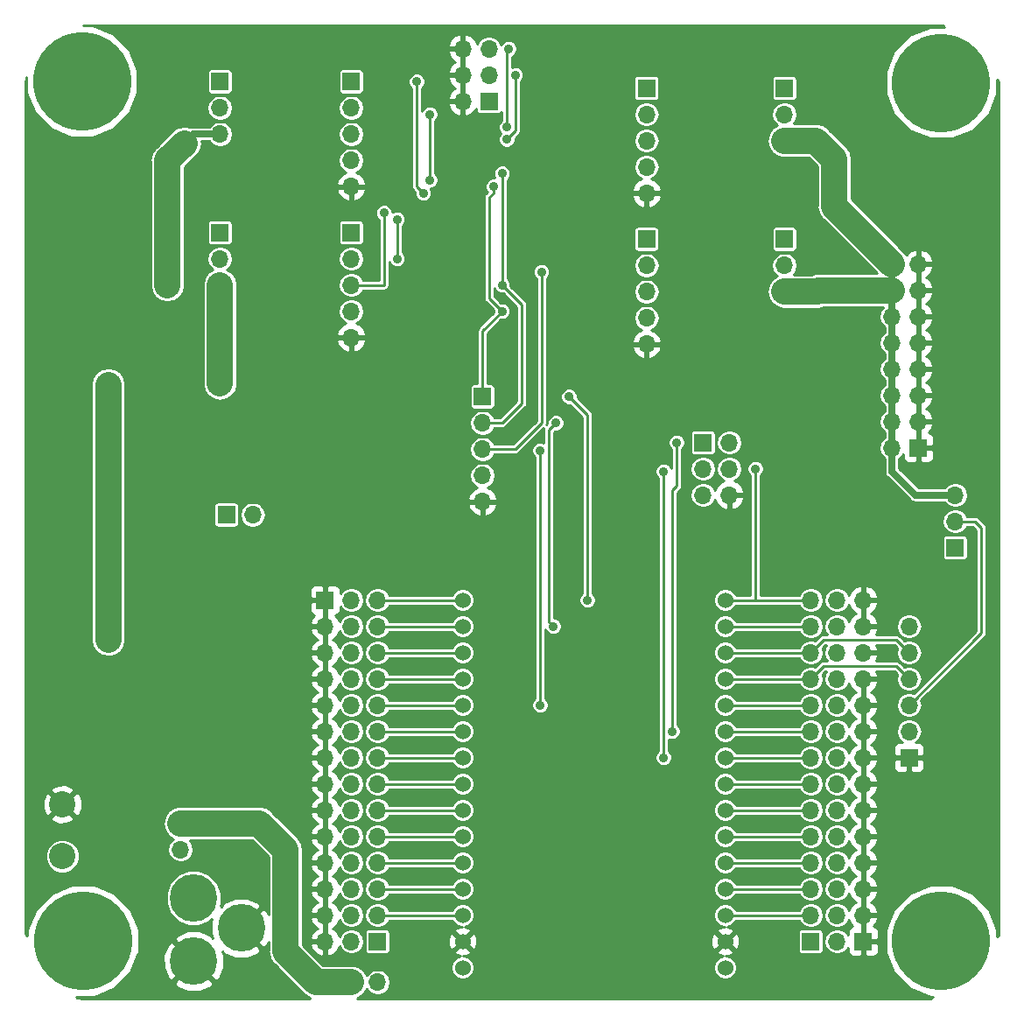
<source format=gbr>
G04 #@! TF.GenerationSoftware,KiCad,Pcbnew,(5.0.2)-1*
G04 #@! TF.CreationDate,2019-04-06T12:56:37-04:00*
G04 #@! TF.ProjectId,ESP32-Hub,45535033-322d-4487-9562-2e6b69636164,2*
G04 #@! TF.SameCoordinates,Original*
G04 #@! TF.FileFunction,Copper,L2,Bot*
G04 #@! TF.FilePolarity,Positive*
%FSLAX46Y46*%
G04 Gerber Fmt 4.6, Leading zero omitted, Abs format (unit mm)*
G04 Created by KiCad (PCBNEW (5.0.2)-1) date 4/6/2019 12:56:37 PM*
%MOMM*%
%LPD*%
G01*
G04 APERTURE LIST*
G04 #@! TA.AperFunction,ComponentPad*
%ADD10C,4.600000*%
G04 #@! TD*
G04 #@! TA.AperFunction,ComponentPad*
%ADD11O,1.700000X1.700000*%
G04 #@! TD*
G04 #@! TA.AperFunction,ComponentPad*
%ADD12R,1.700000X1.700000*%
G04 #@! TD*
G04 #@! TA.AperFunction,ComponentPad*
%ADD13C,2.540000*%
G04 #@! TD*
G04 #@! TA.AperFunction,ComponentPad*
%ADD14C,9.525000*%
G04 #@! TD*
G04 #@! TA.AperFunction,ComponentPad*
%ADD15C,1.524000*%
G04 #@! TD*
G04 #@! TA.AperFunction,ViaPad*
%ADD16C,0.889000*%
G04 #@! TD*
G04 #@! TA.AperFunction,Conductor*
%ADD17C,0.635000*%
G04 #@! TD*
G04 #@! TA.AperFunction,Conductor*
%ADD18C,2.540000*%
G04 #@! TD*
G04 #@! TA.AperFunction,Conductor*
%ADD19C,0.254000*%
G04 #@! TD*
G04 APERTURE END LIST*
D10*
G04 #@! TO.P,J1,2*
G04 #@! TO.N,GND*
X26670000Y-100965000D03*
G04 #@! TO.P,J1,1*
G04 #@! TO.N,/DCIN*
X26670000Y-94865000D03*
G04 #@! TO.P,J1,3*
G04 #@! TO.N,GND*
X31270000Y-97765000D03*
G04 #@! TD*
D11*
G04 #@! TO.P,P1,16*
G04 #@! TO.N,+5V*
X94234000Y-33528000D03*
G04 #@! TO.P,P1,15*
G04 #@! TO.N,GND*
X96774000Y-33528000D03*
G04 #@! TO.P,P1,14*
G04 #@! TO.N,+5V*
X94234000Y-36068000D03*
G04 #@! TO.P,P1,13*
G04 #@! TO.N,GND*
X96774000Y-36068000D03*
G04 #@! TO.P,P1,12*
G04 #@! TO.N,+5V*
X94234000Y-38608000D03*
G04 #@! TO.P,P1,11*
G04 #@! TO.N,GND*
X96774000Y-38608000D03*
G04 #@! TO.P,P1,10*
G04 #@! TO.N,+5V*
X94234000Y-41148000D03*
G04 #@! TO.P,P1,9*
G04 #@! TO.N,GND*
X96774000Y-41148000D03*
G04 #@! TO.P,P1,8*
G04 #@! TO.N,+5V*
X94234000Y-43688000D03*
G04 #@! TO.P,P1,7*
G04 #@! TO.N,GND*
X96774000Y-43688000D03*
G04 #@! TO.P,P1,6*
G04 #@! TO.N,+5V*
X94234000Y-46228000D03*
G04 #@! TO.P,P1,5*
G04 #@! TO.N,GND*
X96774000Y-46228000D03*
G04 #@! TO.P,P1,4*
G04 #@! TO.N,+5V*
X94234000Y-48768000D03*
G04 #@! TO.P,P1,3*
G04 #@! TO.N,GND*
X96774000Y-48768000D03*
G04 #@! TO.P,P1,2*
G04 #@! TO.N,+5V*
X94234000Y-51308000D03*
D12*
G04 #@! TO.P,P1,1*
G04 #@! TO.N,GND*
X96774000Y-51308000D03*
G04 #@! TD*
D11*
G04 #@! TO.P,P8,6*
G04 #@! TO.N,GND*
X78486000Y-55880000D03*
G04 #@! TO.P,P8,5*
G04 #@! TO.N,Net-(P8-Pad5)*
X75946000Y-55880000D03*
G04 #@! TO.P,P8,4*
G04 #@! TO.N,/GP23*
X78486000Y-53340000D03*
G04 #@! TO.P,P8,3*
G04 #@! TO.N,/GP18*
X75946000Y-53340000D03*
G04 #@! TO.P,P8,2*
G04 #@! TO.N,+3V3*
X78486000Y-50800000D03*
D12*
G04 #@! TO.P,P8,1*
G04 #@! TO.N,/GP19*
X75946000Y-50800000D03*
G04 #@! TD*
G04 #@! TO.P,H1,1*
G04 #@! TO.N,/VO3*
X29845000Y-57785000D03*
D11*
G04 #@! TO.P,H1,2*
G04 #@! TO.N,+3V3*
X32385000Y-57785000D03*
G04 #@! TD*
G04 #@! TO.P,H7,2*
G04 #@! TO.N,Net-(H7-Pad2)*
X44450000Y-103000000D03*
D12*
G04 #@! TO.P,H7,1*
G04 #@! TO.N,+5V*
X41910000Y-103000000D03*
G04 #@! TD*
D11*
G04 #@! TO.P,J2,6*
G04 #@! TO.N,Net-(J2-Pad6)*
X95885000Y-68580000D03*
G04 #@! TO.P,J2,5*
G04 #@! TO.N,/TX0*
X95885000Y-71120000D03*
G04 #@! TO.P,J2,4*
G04 #@! TO.N,/RX0*
X95885000Y-73660000D03*
G04 #@! TO.P,J2,3*
G04 #@! TO.N,Net-(J16-Pad2)*
X95885000Y-76200000D03*
G04 #@! TO.P,J2,2*
G04 #@! TO.N,Net-(J2-Pad2)*
X95885000Y-78740000D03*
D12*
G04 #@! TO.P,J2,1*
G04 #@! TO.N,GND*
X95885000Y-81280000D03*
G04 #@! TD*
D13*
G04 #@! TO.P,J15,2*
G04 #@! TO.N,GND*
X13970000Y-85805000D03*
G04 #@! TO.P,J15,1*
G04 #@! TO.N,+5V*
X13970000Y-90805000D03*
G04 #@! TD*
D11*
G04 #@! TO.P,J16,3*
G04 #@! TO.N,+5V*
X100330000Y-55880000D03*
G04 #@! TO.P,J16,2*
G04 #@! TO.N,Net-(J16-Pad2)*
X100330000Y-58420000D03*
D12*
G04 #@! TO.P,J16,1*
G04 #@! TO.N,+3V3*
X100330000Y-60960000D03*
G04 #@! TD*
D14*
G04 #@! TO.P,MTG1,1*
G04 #@! TO.N,N/C*
X15875000Y-15875000D03*
G04 #@! TD*
G04 #@! TO.P,MTG2,1*
G04 #@! TO.N,N/C*
X99000000Y-99000000D03*
G04 #@! TD*
G04 #@! TO.P,MTG3,1*
G04 #@! TO.N,N/C*
X16000000Y-99000000D03*
G04 #@! TD*
G04 #@! TO.P,MTG?1,1*
G04 #@! TO.N,N/C*
X99000000Y-16000000D03*
G04 #@! TD*
D15*
G04 #@! TO.P,U1,1*
G04 #@! TO.N,Net-(P12-Pad1)*
X78105000Y-101600000D03*
G04 #@! TO.P,U1,2*
G04 #@! TO.N,GND*
X78105000Y-99060000D03*
G04 #@! TO.P,U1,3*
G04 #@! TO.N,/GP15*
X78105000Y-96520000D03*
G04 #@! TO.P,U1,4*
G04 #@! TO.N,/GP2*
X78105000Y-93980000D03*
G04 #@! TO.P,U1,5*
G04 #@! TO.N,/GP4*
X78105000Y-91440000D03*
G04 #@! TO.P,U1,6*
G04 #@! TO.N,/RX1*
X78105000Y-88900000D03*
G04 #@! TO.P,U1,7*
G04 #@! TO.N,/TX2*
X78105000Y-86360000D03*
G04 #@! TO.P,U1,8*
G04 #@! TO.N,/GP5*
X78105000Y-83820000D03*
G04 #@! TO.P,U1,9*
G04 #@! TO.N,/GP18*
X78105000Y-81280000D03*
G04 #@! TO.P,U1,10*
G04 #@! TO.N,/GP19*
X78105000Y-78740000D03*
G04 #@! TO.P,U1,11*
G04 #@! TO.N,/STM_SDA*
X78105000Y-76200000D03*
G04 #@! TO.P,U1,12*
G04 #@! TO.N,/RX0*
X78105000Y-73660000D03*
G04 #@! TO.P,U1,13*
G04 #@! TO.N,/TX0*
X78105000Y-71120000D03*
G04 #@! TO.P,U1,14*
G04 #@! TO.N,/STM_SCL*
X78105000Y-68580000D03*
G04 #@! TO.P,U1,15*
G04 #@! TO.N,/GP23*
X78105000Y-66040000D03*
G04 #@! TO.P,U1,16*
G04 #@! TO.N,/EN*
X52705000Y-66040000D03*
G04 #@! TO.P,U1,17*
G04 #@! TO.N,/VP*
X52705000Y-68580000D03*
G04 #@! TO.P,U1,18*
G04 #@! TO.N,/VN*
X52705000Y-71120000D03*
G04 #@! TO.P,U1,19*
G04 #@! TO.N,/GP34*
X52705000Y-73660000D03*
G04 #@! TO.P,U1,20*
G04 #@! TO.N,/GP35*
X52705000Y-76200000D03*
G04 #@! TO.P,U1,21*
G04 #@! TO.N,/GP32*
X52705000Y-78740000D03*
G04 #@! TO.P,U1,22*
G04 #@! TO.N,/GP33*
X52705000Y-81280000D03*
G04 #@! TO.P,U1,23*
G04 #@! TO.N,/GP25*
X52705000Y-83820000D03*
G04 #@! TO.P,U1,24*
G04 #@! TO.N,/GP26*
X52705000Y-86360000D03*
G04 #@! TO.P,U1,25*
G04 #@! TO.N,/GP27*
X52705000Y-88900000D03*
G04 #@! TO.P,U1,26*
G04 #@! TO.N,/GP14*
X52705000Y-91440000D03*
G04 #@! TO.P,U1,27*
G04 #@! TO.N,/GP12*
X52705000Y-93980000D03*
G04 #@! TO.P,U1,28*
G04 #@! TO.N,/GP13*
X52705000Y-96520000D03*
G04 #@! TO.P,U1,29*
G04 #@! TO.N,GND*
X52705000Y-99060000D03*
G04 #@! TO.P,U1,30*
G04 #@! TO.N,Net-(H7-Pad2)*
X52705000Y-101600000D03*
G04 #@! TD*
D11*
G04 #@! TO.P,P2,28*
G04 #@! TO.N,+3V3*
X41910000Y-99060000D03*
G04 #@! TO.P,P2,27*
G04 #@! TO.N,GND*
X39370000Y-99060000D03*
G04 #@! TO.P,P2,26*
G04 #@! TO.N,+3V3*
X41910000Y-96520000D03*
G04 #@! TO.P,P2,25*
G04 #@! TO.N,GND*
X39370000Y-96520000D03*
G04 #@! TO.P,P2,24*
G04 #@! TO.N,+3V3*
X41910000Y-93980000D03*
G04 #@! TO.P,P2,23*
G04 #@! TO.N,GND*
X39370000Y-93980000D03*
G04 #@! TO.P,P2,22*
G04 #@! TO.N,+3V3*
X41910000Y-91440000D03*
G04 #@! TO.P,P2,21*
G04 #@! TO.N,GND*
X39370000Y-91440000D03*
G04 #@! TO.P,P2,20*
G04 #@! TO.N,+3V3*
X41910000Y-88900000D03*
G04 #@! TO.P,P2,19*
G04 #@! TO.N,GND*
X39370000Y-88900000D03*
G04 #@! TO.P,P2,18*
G04 #@! TO.N,+3V3*
X41910000Y-86360000D03*
G04 #@! TO.P,P2,17*
G04 #@! TO.N,GND*
X39370000Y-86360000D03*
G04 #@! TO.P,P2,16*
G04 #@! TO.N,+3V3*
X41910000Y-83820000D03*
G04 #@! TO.P,P2,15*
G04 #@! TO.N,GND*
X39370000Y-83820000D03*
G04 #@! TO.P,P2,14*
G04 #@! TO.N,+3V3*
X41910000Y-81280000D03*
G04 #@! TO.P,P2,13*
G04 #@! TO.N,GND*
X39370000Y-81280000D03*
G04 #@! TO.P,P2,12*
G04 #@! TO.N,+3V3*
X41910000Y-78740000D03*
G04 #@! TO.P,P2,11*
G04 #@! TO.N,GND*
X39370000Y-78740000D03*
G04 #@! TO.P,P2,10*
G04 #@! TO.N,+3V3*
X41910000Y-76200000D03*
G04 #@! TO.P,P2,9*
G04 #@! TO.N,GND*
X39370000Y-76200000D03*
G04 #@! TO.P,P2,8*
G04 #@! TO.N,+3V3*
X41910000Y-73660000D03*
G04 #@! TO.P,P2,7*
G04 #@! TO.N,GND*
X39370000Y-73660000D03*
G04 #@! TO.P,P2,6*
G04 #@! TO.N,+3V3*
X41910000Y-71120000D03*
G04 #@! TO.P,P2,5*
G04 #@! TO.N,GND*
X39370000Y-71120000D03*
G04 #@! TO.P,P2,4*
G04 #@! TO.N,+3V3*
X41910000Y-68580000D03*
G04 #@! TO.P,P2,3*
G04 #@! TO.N,GND*
X39370000Y-68580000D03*
G04 #@! TO.P,P2,2*
G04 #@! TO.N,+3V3*
X41910000Y-66040000D03*
D12*
G04 #@! TO.P,P2,1*
G04 #@! TO.N,GND*
X39370000Y-66040000D03*
G04 #@! TD*
D11*
G04 #@! TO.P,P11,28*
G04 #@! TO.N,+3V3*
X88900000Y-66040000D03*
G04 #@! TO.P,P11,27*
G04 #@! TO.N,GND*
X91440000Y-66040000D03*
G04 #@! TO.P,P11,26*
G04 #@! TO.N,+3V3*
X88900000Y-68580000D03*
G04 #@! TO.P,P11,25*
G04 #@! TO.N,GND*
X91440000Y-68580000D03*
G04 #@! TO.P,P11,24*
G04 #@! TO.N,+3V3*
X88900000Y-71120000D03*
G04 #@! TO.P,P11,23*
G04 #@! TO.N,GND*
X91440000Y-71120000D03*
G04 #@! TO.P,P11,22*
G04 #@! TO.N,+3V3*
X88900000Y-73660000D03*
G04 #@! TO.P,P11,21*
G04 #@! TO.N,GND*
X91440000Y-73660000D03*
G04 #@! TO.P,P11,20*
G04 #@! TO.N,+3V3*
X88900000Y-76200000D03*
G04 #@! TO.P,P11,19*
G04 #@! TO.N,GND*
X91440000Y-76200000D03*
G04 #@! TO.P,P11,18*
G04 #@! TO.N,+3V3*
X88900000Y-78740000D03*
G04 #@! TO.P,P11,17*
G04 #@! TO.N,GND*
X91440000Y-78740000D03*
G04 #@! TO.P,P11,16*
G04 #@! TO.N,+3V3*
X88900000Y-81280000D03*
G04 #@! TO.P,P11,15*
G04 #@! TO.N,GND*
X91440000Y-81280000D03*
G04 #@! TO.P,P11,14*
G04 #@! TO.N,+3V3*
X88900000Y-83820000D03*
G04 #@! TO.P,P11,13*
G04 #@! TO.N,GND*
X91440000Y-83820000D03*
G04 #@! TO.P,P11,12*
G04 #@! TO.N,+3V3*
X88900000Y-86360000D03*
G04 #@! TO.P,P11,11*
G04 #@! TO.N,GND*
X91440000Y-86360000D03*
G04 #@! TO.P,P11,10*
G04 #@! TO.N,+3V3*
X88900000Y-88900000D03*
G04 #@! TO.P,P11,9*
G04 #@! TO.N,GND*
X91440000Y-88900000D03*
G04 #@! TO.P,P11,8*
G04 #@! TO.N,+3V3*
X88900000Y-91440000D03*
G04 #@! TO.P,P11,7*
G04 #@! TO.N,GND*
X91440000Y-91440000D03*
G04 #@! TO.P,P11,6*
G04 #@! TO.N,+3V3*
X88900000Y-93980000D03*
G04 #@! TO.P,P11,5*
G04 #@! TO.N,GND*
X91440000Y-93980000D03*
G04 #@! TO.P,P11,4*
G04 #@! TO.N,+3V3*
X88900000Y-96520000D03*
G04 #@! TO.P,P11,3*
G04 #@! TO.N,GND*
X91440000Y-96520000D03*
G04 #@! TO.P,P11,2*
G04 #@! TO.N,+3V3*
X88900000Y-99060000D03*
D12*
G04 #@! TO.P,P11,1*
G04 #@! TO.N,GND*
X91440000Y-99060000D03*
G04 #@! TD*
G04 #@! TO.P,P12,1*
G04 #@! TO.N,Net-(P12-Pad1)*
X86360000Y-99060000D03*
D11*
G04 #@! TO.P,P12,2*
G04 #@! TO.N,/GP15*
X86360000Y-96520000D03*
G04 #@! TO.P,P12,3*
G04 #@! TO.N,/GP2*
X86360000Y-93980000D03*
G04 #@! TO.P,P12,4*
G04 #@! TO.N,/GP4*
X86360000Y-91440000D03*
G04 #@! TO.P,P12,5*
G04 #@! TO.N,/RX1*
X86360000Y-88900000D03*
G04 #@! TO.P,P12,6*
G04 #@! TO.N,/TX2*
X86360000Y-86360000D03*
G04 #@! TO.P,P12,7*
G04 #@! TO.N,/GP5*
X86360000Y-83820000D03*
G04 #@! TO.P,P12,8*
G04 #@! TO.N,/GP18*
X86360000Y-81280000D03*
G04 #@! TO.P,P12,9*
G04 #@! TO.N,/GP19*
X86360000Y-78740000D03*
G04 #@! TO.P,P12,10*
G04 #@! TO.N,/STM_SDA*
X86360000Y-76200000D03*
G04 #@! TO.P,P12,11*
G04 #@! TO.N,/RX0*
X86360000Y-73660000D03*
G04 #@! TO.P,P12,12*
G04 #@! TO.N,/TX0*
X86360000Y-71120000D03*
G04 #@! TO.P,P12,13*
G04 #@! TO.N,/STM_SCL*
X86360000Y-68580000D03*
G04 #@! TO.P,P12,14*
G04 #@! TO.N,/GP23*
X86360000Y-66040000D03*
G04 #@! TD*
G04 #@! TO.P,P13,14*
G04 #@! TO.N,/EN*
X44450000Y-66040000D03*
G04 #@! TO.P,P13,13*
G04 #@! TO.N,/VP*
X44450000Y-68580000D03*
G04 #@! TO.P,P13,12*
G04 #@! TO.N,/VN*
X44450000Y-71120000D03*
G04 #@! TO.P,P13,11*
G04 #@! TO.N,/GP34*
X44450000Y-73660000D03*
G04 #@! TO.P,P13,10*
G04 #@! TO.N,/GP35*
X44450000Y-76200000D03*
G04 #@! TO.P,P13,9*
G04 #@! TO.N,/GP32*
X44450000Y-78740000D03*
G04 #@! TO.P,P13,8*
G04 #@! TO.N,/GP33*
X44450000Y-81280000D03*
G04 #@! TO.P,P13,7*
G04 #@! TO.N,/GP25*
X44450000Y-83820000D03*
G04 #@! TO.P,P13,6*
G04 #@! TO.N,/GP26*
X44450000Y-86360000D03*
G04 #@! TO.P,P13,5*
G04 #@! TO.N,/GP27*
X44450000Y-88900000D03*
G04 #@! TO.P,P13,4*
G04 #@! TO.N,/GP14*
X44450000Y-91440000D03*
G04 #@! TO.P,P13,3*
G04 #@! TO.N,/GP12*
X44450000Y-93980000D03*
G04 #@! TO.P,P13,2*
G04 #@! TO.N,/GP13*
X44450000Y-96520000D03*
D12*
G04 #@! TO.P,P13,1*
G04 #@! TO.N,Net-(H7-Pad2)*
X44450000Y-99060000D03*
G04 #@! TD*
D11*
G04 #@! TO.P,J9,5*
G04 #@! TO.N,GND*
X41910000Y-26035000D03*
G04 #@! TO.P,J9,4*
G04 #@! TO.N,Net-(J4-Pad2)*
X41910000Y-23495000D03*
G04 #@! TO.P,J9,3*
G04 #@! TO.N,/SD0*
X41910000Y-20955000D03*
G04 #@! TO.P,J9,2*
G04 #@! TO.N,/SC0*
X41910000Y-18415000D03*
D12*
G04 #@! TO.P,J9,1*
G04 #@! TO.N,/INT0*
X41910000Y-15875000D03*
G04 #@! TD*
G04 #@! TO.P,J10,1*
G04 #@! TO.N,/INT1*
X41910000Y-30480000D03*
D11*
G04 #@! TO.P,J10,2*
G04 #@! TO.N,/SC1*
X41910000Y-33020000D03*
G04 #@! TO.P,J10,3*
G04 #@! TO.N,/SD1*
X41910000Y-35560000D03*
G04 #@! TO.P,J10,4*
G04 #@! TO.N,Net-(J10-Pad4)*
X41910000Y-38100000D03*
G04 #@! TO.P,J10,5*
G04 #@! TO.N,GND*
X41910000Y-40640000D03*
G04 #@! TD*
G04 #@! TO.P,J11,5*
G04 #@! TO.N,GND*
X70485000Y-26670000D03*
G04 #@! TO.P,J11,4*
G04 #@! TO.N,Net-(J11-Pad4)*
X70485000Y-24130000D03*
G04 #@! TO.P,J11,3*
G04 #@! TO.N,/SD3*
X70485000Y-21590000D03*
G04 #@! TO.P,J11,2*
G04 #@! TO.N,/SC3*
X70485000Y-19050000D03*
D12*
G04 #@! TO.P,J11,1*
G04 #@! TO.N,/INT3*
X70485000Y-16510000D03*
G04 #@! TD*
G04 #@! TO.P,J12,1*
G04 #@! TO.N,/INT2*
X70485000Y-31115000D03*
D11*
G04 #@! TO.P,J12,2*
G04 #@! TO.N,/SC2*
X70485000Y-33655000D03*
G04 #@! TO.P,J12,3*
G04 #@! TO.N,/SD2*
X70485000Y-36195000D03*
G04 #@! TO.P,J12,4*
G04 #@! TO.N,Net-(J12-Pad4)*
X70485000Y-38735000D03*
G04 #@! TO.P,J12,5*
G04 #@! TO.N,GND*
X70485000Y-41275000D03*
G04 #@! TD*
G04 #@! TO.P,J3,6*
G04 #@! TO.N,GND*
X52705000Y-12700000D03*
G04 #@! TO.P,J3,5*
G04 #@! TO.N,/A0*
X55245000Y-12700000D03*
G04 #@! TO.P,J3,4*
G04 #@! TO.N,GND*
X52705000Y-15240000D03*
G04 #@! TO.P,J3,3*
G04 #@! TO.N,/A1*
X55245000Y-15240000D03*
G04 #@! TO.P,J3,2*
G04 #@! TO.N,GND*
X52705000Y-17780000D03*
D12*
G04 #@! TO.P,J3,1*
G04 #@! TO.N,/A2*
X55245000Y-17780000D03*
G04 #@! TD*
D11*
G04 #@! TO.P,J5,3*
G04 #@! TO.N,+5V*
X29210000Y-35560000D03*
G04 #@! TO.P,J5,2*
G04 #@! TO.N,Net-(J10-Pad4)*
X29210000Y-33020000D03*
D12*
G04 #@! TO.P,J5,1*
G04 #@! TO.N,+3V3*
X29210000Y-30480000D03*
G04 #@! TD*
G04 #@! TO.P,J6,1*
G04 #@! TO.N,+3V3*
X83820000Y-31115000D03*
D11*
G04 #@! TO.P,J6,2*
G04 #@! TO.N,Net-(J12-Pad4)*
X83820000Y-33655000D03*
G04 #@! TO.P,J6,3*
G04 #@! TO.N,+5V*
X83820000Y-36195000D03*
G04 #@! TD*
G04 #@! TO.P,J8,3*
G04 #@! TO.N,+5V*
X83820000Y-21590000D03*
G04 #@! TO.P,J8,2*
G04 #@! TO.N,Net-(J11-Pad4)*
X83820000Y-19050000D03*
D12*
G04 #@! TO.P,J8,1*
G04 #@! TO.N,+3V3*
X83820000Y-16510000D03*
G04 #@! TD*
D11*
G04 #@! TO.P,H2,2*
G04 #@! TO.N,/DCIN*
X25400000Y-90170000D03*
D12*
G04 #@! TO.P,H2,1*
G04 #@! TO.N,+5V*
X25400000Y-87630000D03*
G04 #@! TD*
D11*
G04 #@! TO.P,J4,3*
G04 #@! TO.N,+5V*
X29210000Y-20955000D03*
G04 #@! TO.P,J4,2*
G04 #@! TO.N,Net-(J4-Pad2)*
X29210000Y-18415000D03*
D12*
G04 #@! TO.P,J4,1*
G04 #@! TO.N,+3V3*
X29210000Y-15875000D03*
G04 #@! TD*
D11*
G04 #@! TO.P,J7,5*
G04 #@! TO.N,GND*
X54610000Y-56515000D03*
G04 #@! TO.P,J7,4*
G04 #@! TO.N,+3V3*
X54610000Y-53975000D03*
G04 #@! TO.P,J7,3*
G04 #@! TO.N,/STM_SDA*
X54610000Y-51435000D03*
G04 #@! TO.P,J7,2*
G04 #@! TO.N,/STM_SCL*
X54610000Y-48895000D03*
D12*
G04 #@! TO.P,J7,1*
G04 #@! TO.N,/GP23*
X54610000Y-46355000D03*
G04 #@! TD*
D16*
G04 #@! TO.N,+5V*
X18415000Y-69850000D03*
X24130000Y-35560000D03*
X29210000Y-45085000D03*
X18415000Y-45212000D03*
G04 #@! TO.N,GND*
X21590000Y-80264000D03*
X62230000Y-60960000D03*
X13335000Y-81915000D03*
X59055000Y-21590000D03*
X53340000Y-30480000D03*
X87630000Y-55245000D03*
G04 #@! TO.N,/STM_SDA*
X60325000Y-34290000D03*
X60198000Y-76200000D03*
X60198000Y-51562000D03*
G04 #@! TO.N,/STM_SCL*
X56515000Y-35560000D03*
X56515000Y-24765000D03*
X61468000Y-68580000D03*
X61722000Y-48895000D03*
G04 #@! TO.N,/A1*
X56959500Y-21465000D03*
X57785000Y-15240000D03*
G04 #@! TO.N,/A0*
X56948283Y-20308783D03*
X57150000Y-12700000D03*
G04 #@! TO.N,/GP19*
X72961500Y-78740000D03*
X73406000Y-50800000D03*
G04 #@! TO.N,/GP18*
X72136000Y-81280000D03*
X72136000Y-53594000D03*
G04 #@! TO.N,/INT0*
X48895000Y-26670000D03*
X48260000Y-15875000D03*
G04 #@! TO.N,/SC0*
X49530000Y-19050000D03*
X49530000Y-25400000D03*
G04 #@! TO.N,/SC1*
X46355000Y-29210000D03*
X46355000Y-33020000D03*
G04 #@! TO.N,/SD1*
X45085000Y-28575000D03*
G04 #@! TO.N,/GP23*
X55689500Y-26035000D03*
X56515000Y-38100000D03*
X64770000Y-66040000D03*
X62992000Y-46355000D03*
X81026000Y-53340000D03*
G04 #@! TD*
D17*
G04 #@! TO.N,+5V*
X26670000Y-20955000D02*
X29210000Y-20955000D01*
X100330000Y-55880000D02*
X96520000Y-55880000D01*
X94234000Y-53594000D02*
X94234000Y-51308000D01*
X96520000Y-55880000D02*
X94234000Y-53594000D01*
X94234000Y-51308000D02*
X94234000Y-48768000D01*
X94234000Y-48768000D02*
X94234000Y-46228000D01*
X94234000Y-46228000D02*
X94234000Y-43688000D01*
X94234000Y-43688000D02*
X94234000Y-41148000D01*
X94234000Y-41148000D02*
X94234000Y-38608000D01*
X94234000Y-38608000D02*
X94234000Y-36068000D01*
X94234000Y-33528000D02*
X94234000Y-36068000D01*
D18*
X29210000Y-35560000D02*
X29210000Y-45085000D01*
X18415000Y-69850000D02*
X18415000Y-45212000D01*
X24130000Y-23495000D02*
X25781000Y-21844000D01*
X24130000Y-35560000D02*
X24130000Y-23495000D01*
D17*
X25781000Y-21844000D02*
X26670000Y-20955000D01*
D18*
X88646000Y-27940000D02*
X94234000Y-33528000D01*
X88646000Y-23368000D02*
X88646000Y-27940000D01*
X83820000Y-21590000D02*
X86868000Y-21590000D01*
X86868000Y-21590000D02*
X88646000Y-23368000D01*
X94234000Y-36068000D02*
X87122000Y-36068000D01*
D17*
X87122000Y-36068000D02*
X86995000Y-36195000D01*
D18*
X83820000Y-36195000D02*
X86995000Y-36195000D01*
X33020000Y-87630000D02*
X25400000Y-87630000D01*
X35560000Y-90170000D02*
X33020000Y-87630000D01*
X35560000Y-100040000D02*
X35560000Y-90170000D01*
X38520000Y-103000000D02*
X35560000Y-100040000D01*
X41910000Y-103000000D02*
X38520000Y-103000000D01*
D19*
G04 #@! TO.N,/STM_SDA*
X78105000Y-76200000D02*
X86360000Y-76200000D01*
X54610000Y-51435000D02*
X57785000Y-51435000D01*
X57785000Y-51435000D02*
X60325000Y-48895000D01*
X60325000Y-48895000D02*
X60325000Y-34290000D01*
X60198000Y-76200000D02*
X60198000Y-51562000D01*
G04 #@! TO.N,/STM_SCL*
X56515000Y-35560000D02*
X56515000Y-24765000D01*
X54610000Y-48895000D02*
X56515000Y-48895000D01*
X56515000Y-48895000D02*
X58420000Y-46990000D01*
X58420000Y-37465000D02*
X56515000Y-35560000D01*
X58420000Y-46990000D02*
X58420000Y-37465000D01*
X78105000Y-68580000D02*
X86360000Y-68580000D01*
X61023501Y-49593499D02*
X61722000Y-48895000D01*
X61023501Y-68135501D02*
X61023501Y-49593499D01*
X61468000Y-68580000D02*
X61023501Y-68135501D01*
G04 #@! TO.N,/A1*
X56959500Y-21465000D02*
X57785000Y-20639500D01*
X57785000Y-20639500D02*
X57785000Y-15240000D01*
G04 #@! TO.N,/A0*
X56948283Y-12901717D02*
X57150000Y-12700000D01*
X56948283Y-20308783D02*
X56948283Y-12901717D01*
G04 #@! TO.N,Net-(J16-Pad2)*
X95885000Y-76200000D02*
X102870000Y-69215000D01*
X102870000Y-69215000D02*
X102870000Y-59055000D01*
X102235000Y-58420000D02*
X100330000Y-58420000D01*
X102870000Y-59055000D02*
X102235000Y-58420000D01*
G04 #@! TO.N,/GP13*
X52705000Y-96520000D02*
X44450000Y-96520000D01*
G04 #@! TO.N,/GP12*
X44450000Y-93980000D02*
X52705000Y-93980000D01*
G04 #@! TO.N,/GP14*
X52705000Y-91440000D02*
X44450000Y-91440000D01*
G04 #@! TO.N,/GP26*
X52705000Y-86360000D02*
X44450000Y-86360000D01*
G04 #@! TO.N,/GP25*
X44450000Y-83820000D02*
X52705000Y-83820000D01*
G04 #@! TO.N,/GP33*
X52705000Y-81280000D02*
X44450000Y-81280000D01*
G04 #@! TO.N,/GP32*
X44450000Y-78740000D02*
X52705000Y-78740000D01*
G04 #@! TO.N,/GP35*
X52705000Y-76200000D02*
X44450000Y-76200000D01*
G04 #@! TO.N,/GP34*
X44450000Y-73660000D02*
X52705000Y-73660000D01*
G04 #@! TO.N,/TX0*
X78105000Y-71120000D02*
X86360000Y-71120000D01*
X95035001Y-70270001D02*
X95885000Y-71120000D01*
X94653999Y-69888999D02*
X95035001Y-70270001D01*
X87591001Y-69888999D02*
X94653999Y-69888999D01*
X86360000Y-71120000D02*
X87591001Y-69888999D01*
G04 #@! TO.N,/RX0*
X78105000Y-73660000D02*
X86360000Y-73660000D01*
X95035001Y-72810001D02*
X95885000Y-73660000D01*
X94653999Y-72428999D02*
X95035001Y-72810001D01*
X87591001Y-72428999D02*
X94653999Y-72428999D01*
X86360000Y-73660000D02*
X87591001Y-72428999D01*
G04 #@! TO.N,/GP19*
X78105000Y-78740000D02*
X86360000Y-78740000D01*
X72961500Y-78740000D02*
X72961500Y-55435500D01*
X72961500Y-55435500D02*
X73406000Y-54991000D01*
X73406000Y-54991000D02*
X73406000Y-50800000D01*
G04 #@! TO.N,/GP18*
X78105000Y-81280000D02*
X86360000Y-81280000D01*
X72136000Y-81280000D02*
X72136000Y-57150000D01*
X72136000Y-57150000D02*
X72136000Y-53594000D01*
G04 #@! TO.N,/GP5*
X78105000Y-83820000D02*
X86360000Y-83820000D01*
G04 #@! TO.N,/TX2*
X78105000Y-86360000D02*
X86360000Y-86360000D01*
G04 #@! TO.N,/RX1*
X78105000Y-88900000D02*
X86360000Y-88900000D01*
G04 #@! TO.N,/GP4*
X78105000Y-91440000D02*
X86360000Y-91440000D01*
G04 #@! TO.N,/GP2*
X78105000Y-93980000D02*
X86360000Y-93980000D01*
G04 #@! TO.N,/GP15*
X78105000Y-96520000D02*
X86360000Y-96520000D01*
G04 #@! TO.N,/INT0*
X48895000Y-26670000D02*
X48260000Y-26035000D01*
X48260000Y-26035000D02*
X48260000Y-15875000D01*
G04 #@! TO.N,/SC0*
X49530000Y-19050000D02*
X49530000Y-25400000D01*
G04 #@! TO.N,/SC1*
X46355000Y-29210000D02*
X46355000Y-33020000D01*
G04 #@! TO.N,/SD1*
X45085000Y-28575000D02*
X45085000Y-35560000D01*
X45085000Y-35560000D02*
X41910000Y-35560000D01*
G04 #@! TO.N,/GP27*
X44450000Y-88900000D02*
X52705000Y-88900000D01*
G04 #@! TO.N,/EN*
X44450000Y-66040000D02*
X52705000Y-66040000D01*
G04 #@! TO.N,/VP*
X52705000Y-68580000D02*
X44450000Y-68580000D01*
G04 #@! TO.N,/VN*
X44450000Y-71120000D02*
X52705000Y-71120000D01*
G04 #@! TO.N,/GP23*
X55689500Y-26663617D02*
X55245000Y-27108117D01*
X55689500Y-26035000D02*
X55689500Y-26663617D01*
X55245000Y-27108117D02*
X55245000Y-36830000D01*
X55245000Y-36830000D02*
X56515000Y-38100000D01*
X54610000Y-40005000D02*
X56515000Y-38100000D01*
X54610000Y-46355000D02*
X54610000Y-40005000D01*
X64770000Y-48133000D02*
X62992000Y-46355000D01*
X64770000Y-66040000D02*
X64770000Y-48133000D01*
X81026000Y-53340000D02*
X81026000Y-66040000D01*
X78105000Y-66040000D02*
X81026000Y-66040000D01*
X81026000Y-66040000D02*
X86360000Y-66040000D01*
G04 #@! TD*
G04 #@! TO.N,GND*
G36*
X99166541Y-10446147D02*
X99322894Y-10602500D01*
X97926371Y-10602500D01*
X95942562Y-11424221D01*
X94424221Y-12942562D01*
X93602500Y-14926371D01*
X93602500Y-17073629D01*
X94424221Y-19057438D01*
X95942562Y-20575779D01*
X97926371Y-21397500D01*
X100073629Y-21397500D01*
X102057438Y-20575779D01*
X103575779Y-19057438D01*
X104397500Y-17073629D01*
X104397500Y-15677106D01*
X104561004Y-15840610D01*
X104569000Y-16010167D01*
X104569001Y-90775392D01*
X104521341Y-98496303D01*
X104397500Y-98611298D01*
X104397500Y-97926371D01*
X103575779Y-95942562D01*
X102057438Y-94424221D01*
X100073629Y-93602500D01*
X97926371Y-93602500D01*
X95942562Y-94424221D01*
X94424221Y-95942562D01*
X93602500Y-97926371D01*
X93602500Y-100073629D01*
X94424221Y-102057438D01*
X95942562Y-103575779D01*
X97926371Y-104397500D01*
X98166205Y-104397500D01*
X97981513Y-104569000D01*
X42484851Y-104569000D01*
X42554188Y-104555208D01*
X43100305Y-104190305D01*
X43432565Y-103693041D01*
X43562499Y-103887501D01*
X43969688Y-104159576D01*
X44328761Y-104231000D01*
X44571239Y-104231000D01*
X44930312Y-104159576D01*
X45337501Y-103887501D01*
X45609576Y-103480312D01*
X45705116Y-103000000D01*
X45609576Y-102519688D01*
X45337501Y-102112499D01*
X44930312Y-101840424D01*
X44571239Y-101769000D01*
X44328761Y-101769000D01*
X43969688Y-101840424D01*
X43562499Y-102112499D01*
X43432565Y-102306959D01*
X43100305Y-101809695D01*
X42554188Y-101444792D01*
X42191471Y-101372643D01*
X51562000Y-101372643D01*
X51562000Y-101827357D01*
X51736011Y-102247458D01*
X52057542Y-102568989D01*
X52477643Y-102743000D01*
X52932357Y-102743000D01*
X53352458Y-102568989D01*
X53673989Y-102247458D01*
X53848000Y-101827357D01*
X53848000Y-101372643D01*
X76962000Y-101372643D01*
X76962000Y-101827357D01*
X77136011Y-102247458D01*
X77457542Y-102568989D01*
X77877643Y-102743000D01*
X78332357Y-102743000D01*
X78752458Y-102568989D01*
X79073989Y-102247458D01*
X79248000Y-101827357D01*
X79248000Y-101372643D01*
X79073989Y-100952542D01*
X78752458Y-100631011D01*
X78332357Y-100457000D01*
X78139931Y-100457000D01*
X78452368Y-100441362D01*
X78836143Y-100282397D01*
X78905608Y-100040213D01*
X78105000Y-99239605D01*
X77304392Y-100040213D01*
X77373857Y-100282397D01*
X77870989Y-100459756D01*
X77457542Y-100631011D01*
X77136011Y-100952542D01*
X76962000Y-101372643D01*
X53848000Y-101372643D01*
X53673989Y-100952542D01*
X53352458Y-100631011D01*
X52932357Y-100457000D01*
X52739931Y-100457000D01*
X53052368Y-100441362D01*
X53436143Y-100282397D01*
X53505608Y-100040213D01*
X52705000Y-99239605D01*
X51904392Y-100040213D01*
X51973857Y-100282397D01*
X52470989Y-100459756D01*
X52057542Y-100631011D01*
X51736011Y-100952542D01*
X51562000Y-101372643D01*
X42191471Y-101372643D01*
X42072609Y-101349000D01*
X39203867Y-101349000D01*
X37271757Y-99416890D01*
X37928524Y-99416890D01*
X38098355Y-99826924D01*
X38488642Y-100255183D01*
X39013108Y-100501486D01*
X39243000Y-100380819D01*
X39243000Y-99187000D01*
X38049845Y-99187000D01*
X37928524Y-99416890D01*
X37271757Y-99416890D01*
X37211000Y-99356134D01*
X37211000Y-96876890D01*
X37928524Y-96876890D01*
X38098355Y-97286924D01*
X38488642Y-97715183D01*
X38647954Y-97790000D01*
X38488642Y-97864817D01*
X38098355Y-98293076D01*
X37928524Y-98703110D01*
X38049845Y-98933000D01*
X39243000Y-98933000D01*
X39243000Y-96647000D01*
X38049845Y-96647000D01*
X37928524Y-96876890D01*
X37211000Y-96876890D01*
X37211000Y-94336890D01*
X37928524Y-94336890D01*
X38098355Y-94746924D01*
X38488642Y-95175183D01*
X38647954Y-95250000D01*
X38488642Y-95324817D01*
X38098355Y-95753076D01*
X37928524Y-96163110D01*
X38049845Y-96393000D01*
X39243000Y-96393000D01*
X39243000Y-94107000D01*
X38049845Y-94107000D01*
X37928524Y-94336890D01*
X37211000Y-94336890D01*
X37211000Y-91796890D01*
X37928524Y-91796890D01*
X38098355Y-92206924D01*
X38488642Y-92635183D01*
X38647954Y-92710000D01*
X38488642Y-92784817D01*
X38098355Y-93213076D01*
X37928524Y-93623110D01*
X38049845Y-93853000D01*
X39243000Y-93853000D01*
X39243000Y-91567000D01*
X38049845Y-91567000D01*
X37928524Y-91796890D01*
X37211000Y-91796890D01*
X37211000Y-90332607D01*
X37243345Y-90169999D01*
X37167261Y-89787501D01*
X37115208Y-89525812D01*
X36935521Y-89256890D01*
X37928524Y-89256890D01*
X38098355Y-89666924D01*
X38488642Y-90095183D01*
X38647954Y-90170000D01*
X38488642Y-90244817D01*
X38098355Y-90673076D01*
X37928524Y-91083110D01*
X38049845Y-91313000D01*
X39243000Y-91313000D01*
X39243000Y-89027000D01*
X38049845Y-89027000D01*
X37928524Y-89256890D01*
X36935521Y-89256890D01*
X36750305Y-88979695D01*
X36612448Y-88887582D01*
X34441756Y-86716890D01*
X37928524Y-86716890D01*
X38098355Y-87126924D01*
X38488642Y-87555183D01*
X38647954Y-87630000D01*
X38488642Y-87704817D01*
X38098355Y-88133076D01*
X37928524Y-88543110D01*
X38049845Y-88773000D01*
X39243000Y-88773000D01*
X39243000Y-86487000D01*
X38049845Y-86487000D01*
X37928524Y-86716890D01*
X34441756Y-86716890D01*
X34302418Y-86577552D01*
X34210305Y-86439695D01*
X33664188Y-86074792D01*
X33182609Y-85979000D01*
X33182608Y-85979000D01*
X33020000Y-85946655D01*
X32857392Y-85979000D01*
X25237391Y-85979000D01*
X24755812Y-86074792D01*
X24209695Y-86439695D01*
X23844792Y-86985812D01*
X23716655Y-87630000D01*
X23844792Y-88274188D01*
X24209695Y-88820305D01*
X24706959Y-89152565D01*
X24512499Y-89282499D01*
X24240424Y-89689688D01*
X24144884Y-90170000D01*
X24240424Y-90650312D01*
X24512499Y-91057501D01*
X24919688Y-91329576D01*
X25278761Y-91401000D01*
X25521239Y-91401000D01*
X25880312Y-91329576D01*
X26287501Y-91057501D01*
X26559576Y-90650312D01*
X26655116Y-90170000D01*
X26559576Y-89689688D01*
X26287501Y-89282499D01*
X26285258Y-89281000D01*
X32336134Y-89281000D01*
X33909001Y-90853867D01*
X33909000Y-96461770D01*
X33763451Y-96110383D01*
X33361553Y-95853052D01*
X31449605Y-97765000D01*
X33361553Y-99676948D01*
X33763451Y-99419617D01*
X33909000Y-99065043D01*
X33909000Y-99877392D01*
X33876655Y-100040000D01*
X33909000Y-100202608D01*
X34004792Y-100684187D01*
X34369695Y-101230305D01*
X34507552Y-101322418D01*
X37237584Y-104052451D01*
X37329695Y-104190305D01*
X37875812Y-104555208D01*
X37945149Y-104569000D01*
X16017690Y-104569000D01*
X15400441Y-104518253D01*
X15303839Y-104397500D01*
X17073629Y-104397500D01*
X19057438Y-103575779D01*
X19576664Y-103056553D01*
X24758052Y-103056553D01*
X25015383Y-103458451D01*
X26095536Y-103901843D01*
X27263145Y-103898127D01*
X28324617Y-103458451D01*
X28581948Y-103056553D01*
X26670000Y-101144605D01*
X24758052Y-103056553D01*
X19576664Y-103056553D01*
X20575779Y-102057438D01*
X21266232Y-100390536D01*
X23733157Y-100390536D01*
X23736873Y-101558145D01*
X24176549Y-102619617D01*
X24578447Y-102876948D01*
X26490395Y-100965000D01*
X24578447Y-99053052D01*
X24176549Y-99310383D01*
X23733157Y-100390536D01*
X21266232Y-100390536D01*
X21397500Y-100073629D01*
X21397500Y-97926371D01*
X20575779Y-95942562D01*
X19057438Y-94424221D01*
X18834112Y-94331716D01*
X23989000Y-94331716D01*
X23989000Y-95398284D01*
X24397158Y-96383665D01*
X25151335Y-97137842D01*
X26136716Y-97546000D01*
X27203284Y-97546000D01*
X28188665Y-97137842D01*
X28470462Y-96856045D01*
X28333157Y-97190536D01*
X28336873Y-98358145D01*
X28492366Y-98733538D01*
X28324617Y-98471549D01*
X27244464Y-98028157D01*
X26076855Y-98031873D01*
X25015383Y-98471549D01*
X24758052Y-98873447D01*
X26670000Y-100785395D01*
X26684143Y-100771253D01*
X26863748Y-100950858D01*
X26849605Y-100965000D01*
X28761553Y-102876948D01*
X29163451Y-102619617D01*
X29606843Y-101539464D01*
X29603127Y-100371855D01*
X29447634Y-99996462D01*
X29615383Y-100258451D01*
X30695536Y-100701843D01*
X31863145Y-100698127D01*
X32924617Y-100258451D01*
X33181948Y-99856553D01*
X31270000Y-97944605D01*
X31255858Y-97958748D01*
X31076253Y-97779143D01*
X31090395Y-97765000D01*
X31076253Y-97750858D01*
X31255858Y-97571253D01*
X31270000Y-97585395D01*
X33181948Y-95673447D01*
X32924617Y-95271549D01*
X31844464Y-94828157D01*
X30676855Y-94831873D01*
X29615383Y-95271549D01*
X29358053Y-95673445D01*
X29272473Y-95587865D01*
X29351000Y-95398284D01*
X29351000Y-94331716D01*
X28942842Y-93346335D01*
X28188665Y-92592158D01*
X27203284Y-92184000D01*
X26136716Y-92184000D01*
X25151335Y-92592158D01*
X24397158Y-93346335D01*
X23989000Y-94331716D01*
X18834112Y-94331716D01*
X17073629Y-93602500D01*
X14926371Y-93602500D01*
X12942562Y-94424221D01*
X11424221Y-95942562D01*
X10602500Y-97926371D01*
X10602500Y-98520827D01*
X10431000Y-98306452D01*
X10431000Y-90476596D01*
X12319000Y-90476596D01*
X12319000Y-91133404D01*
X12570350Y-91740216D01*
X13034784Y-92204650D01*
X13641596Y-92456000D01*
X14298404Y-92456000D01*
X14905216Y-92204650D01*
X15369650Y-91740216D01*
X15621000Y-91133404D01*
X15621000Y-90476596D01*
X15369650Y-89869784D01*
X14905216Y-89405350D01*
X14298404Y-89154000D01*
X13641596Y-89154000D01*
X13034784Y-89405350D01*
X12570350Y-89869784D01*
X12319000Y-90476596D01*
X10431000Y-90476596D01*
X10431000Y-87152777D01*
X12801828Y-87152777D01*
X12933520Y-87447657D01*
X13641036Y-87719261D01*
X14398632Y-87699436D01*
X15006480Y-87447657D01*
X15138172Y-87152777D01*
X13970000Y-85984605D01*
X12801828Y-87152777D01*
X10431000Y-87152777D01*
X10431000Y-85476036D01*
X12055739Y-85476036D01*
X12075564Y-86233632D01*
X12327343Y-86841480D01*
X12622223Y-86973172D01*
X13790395Y-85805000D01*
X14149605Y-85805000D01*
X15317777Y-86973172D01*
X15612657Y-86841480D01*
X15884261Y-86133964D01*
X15864436Y-85376368D01*
X15612657Y-84768520D01*
X15317777Y-84636828D01*
X14149605Y-85805000D01*
X13790395Y-85805000D01*
X12622223Y-84636828D01*
X12327343Y-84768520D01*
X12055739Y-85476036D01*
X10431000Y-85476036D01*
X10431000Y-84457223D01*
X12801828Y-84457223D01*
X13970000Y-85625395D01*
X15138172Y-84457223D01*
X15012977Y-84176890D01*
X37928524Y-84176890D01*
X38098355Y-84586924D01*
X38488642Y-85015183D01*
X38647954Y-85090000D01*
X38488642Y-85164817D01*
X38098355Y-85593076D01*
X37928524Y-86003110D01*
X38049845Y-86233000D01*
X39243000Y-86233000D01*
X39243000Y-83947000D01*
X38049845Y-83947000D01*
X37928524Y-84176890D01*
X15012977Y-84176890D01*
X15006480Y-84162343D01*
X14298964Y-83890739D01*
X13541368Y-83910564D01*
X12933520Y-84162343D01*
X12801828Y-84457223D01*
X10431000Y-84457223D01*
X10431000Y-81636890D01*
X37928524Y-81636890D01*
X38098355Y-82046924D01*
X38488642Y-82475183D01*
X38647954Y-82550000D01*
X38488642Y-82624817D01*
X38098355Y-83053076D01*
X37928524Y-83463110D01*
X38049845Y-83693000D01*
X39243000Y-83693000D01*
X39243000Y-81407000D01*
X38049845Y-81407000D01*
X37928524Y-81636890D01*
X10431000Y-81636890D01*
X10431000Y-79096890D01*
X37928524Y-79096890D01*
X38098355Y-79506924D01*
X38488642Y-79935183D01*
X38647954Y-80010000D01*
X38488642Y-80084817D01*
X38098355Y-80513076D01*
X37928524Y-80923110D01*
X38049845Y-81153000D01*
X39243000Y-81153000D01*
X39243000Y-78867000D01*
X38049845Y-78867000D01*
X37928524Y-79096890D01*
X10431000Y-79096890D01*
X10431000Y-76556890D01*
X37928524Y-76556890D01*
X38098355Y-76966924D01*
X38488642Y-77395183D01*
X38647954Y-77470000D01*
X38488642Y-77544817D01*
X38098355Y-77973076D01*
X37928524Y-78383110D01*
X38049845Y-78613000D01*
X39243000Y-78613000D01*
X39243000Y-76327000D01*
X38049845Y-76327000D01*
X37928524Y-76556890D01*
X10431000Y-76556890D01*
X10431000Y-74016890D01*
X37928524Y-74016890D01*
X38098355Y-74426924D01*
X38488642Y-74855183D01*
X38647954Y-74930000D01*
X38488642Y-75004817D01*
X38098355Y-75433076D01*
X37928524Y-75843110D01*
X38049845Y-76073000D01*
X39243000Y-76073000D01*
X39243000Y-73787000D01*
X38049845Y-73787000D01*
X37928524Y-74016890D01*
X10431000Y-74016890D01*
X10431000Y-70012608D01*
X16764000Y-70012608D01*
X16859792Y-70494187D01*
X17224695Y-71040305D01*
X17770812Y-71405208D01*
X18415000Y-71533345D01*
X18698817Y-71476890D01*
X37928524Y-71476890D01*
X38098355Y-71886924D01*
X38488642Y-72315183D01*
X38647954Y-72390000D01*
X38488642Y-72464817D01*
X38098355Y-72893076D01*
X37928524Y-73303110D01*
X38049845Y-73533000D01*
X39243000Y-73533000D01*
X39243000Y-71247000D01*
X38049845Y-71247000D01*
X37928524Y-71476890D01*
X18698817Y-71476890D01*
X19059187Y-71405208D01*
X19605305Y-71040305D01*
X19970208Y-70494188D01*
X20066000Y-70012609D01*
X20066000Y-68936890D01*
X37928524Y-68936890D01*
X38098355Y-69346924D01*
X38488642Y-69775183D01*
X38647954Y-69850000D01*
X38488642Y-69924817D01*
X38098355Y-70353076D01*
X37928524Y-70763110D01*
X38049845Y-70993000D01*
X39243000Y-70993000D01*
X39243000Y-68707000D01*
X38049845Y-68707000D01*
X37928524Y-68936890D01*
X20066000Y-68936890D01*
X20066000Y-66325750D01*
X37885000Y-66325750D01*
X37885000Y-67016310D01*
X37981673Y-67249699D01*
X38160302Y-67428327D01*
X38369878Y-67515136D01*
X38098355Y-67813076D01*
X37928524Y-68223110D01*
X38049845Y-68453000D01*
X39243000Y-68453000D01*
X39243000Y-66167000D01*
X38043750Y-66167000D01*
X37885000Y-66325750D01*
X20066000Y-66325750D01*
X20066000Y-65063690D01*
X37885000Y-65063690D01*
X37885000Y-65754250D01*
X38043750Y-65913000D01*
X39243000Y-65913000D01*
X39243000Y-64713750D01*
X39497000Y-64713750D01*
X39497000Y-65913000D01*
X39517000Y-65913000D01*
X39517000Y-66167000D01*
X39497000Y-66167000D01*
X39497000Y-68453000D01*
X39517000Y-68453000D01*
X39517000Y-68707000D01*
X39497000Y-68707000D01*
X39497000Y-70993000D01*
X39517000Y-70993000D01*
X39517000Y-71247000D01*
X39497000Y-71247000D01*
X39497000Y-73533000D01*
X39517000Y-73533000D01*
X39517000Y-73787000D01*
X39497000Y-73787000D01*
X39497000Y-76073000D01*
X39517000Y-76073000D01*
X39517000Y-76327000D01*
X39497000Y-76327000D01*
X39497000Y-78613000D01*
X39517000Y-78613000D01*
X39517000Y-78867000D01*
X39497000Y-78867000D01*
X39497000Y-81153000D01*
X39517000Y-81153000D01*
X39517000Y-81407000D01*
X39497000Y-81407000D01*
X39497000Y-83693000D01*
X39517000Y-83693000D01*
X39517000Y-83947000D01*
X39497000Y-83947000D01*
X39497000Y-86233000D01*
X39517000Y-86233000D01*
X39517000Y-86487000D01*
X39497000Y-86487000D01*
X39497000Y-88773000D01*
X39517000Y-88773000D01*
X39517000Y-89027000D01*
X39497000Y-89027000D01*
X39497000Y-91313000D01*
X39517000Y-91313000D01*
X39517000Y-91567000D01*
X39497000Y-91567000D01*
X39497000Y-93853000D01*
X39517000Y-93853000D01*
X39517000Y-94107000D01*
X39497000Y-94107000D01*
X39497000Y-96393000D01*
X39517000Y-96393000D01*
X39517000Y-96647000D01*
X39497000Y-96647000D01*
X39497000Y-98933000D01*
X39517000Y-98933000D01*
X39517000Y-99187000D01*
X39497000Y-99187000D01*
X39497000Y-100380819D01*
X39726892Y-100501486D01*
X40251358Y-100255183D01*
X40641645Y-99826924D01*
X40756555Y-99549488D01*
X41022499Y-99947501D01*
X41429688Y-100219576D01*
X41788761Y-100291000D01*
X42031239Y-100291000D01*
X42390312Y-100219576D01*
X42797501Y-99947501D01*
X43069576Y-99540312D01*
X43165116Y-99060000D01*
X43069576Y-98579688D01*
X42822559Y-98210000D01*
X43211536Y-98210000D01*
X43211536Y-99910000D01*
X43241106Y-100058659D01*
X43325314Y-100184686D01*
X43451341Y-100268894D01*
X43600000Y-100298464D01*
X45300000Y-100298464D01*
X45448659Y-100268894D01*
X45574686Y-100184686D01*
X45658894Y-100058659D01*
X45688464Y-99910000D01*
X45688464Y-98852302D01*
X51295856Y-98852302D01*
X51323638Y-99407368D01*
X51482603Y-99791143D01*
X51724787Y-99860608D01*
X52525395Y-99060000D01*
X52884605Y-99060000D01*
X53685213Y-99860608D01*
X53927397Y-99791143D01*
X54114144Y-99267698D01*
X54093353Y-98852302D01*
X76695856Y-98852302D01*
X76723638Y-99407368D01*
X76882603Y-99791143D01*
X77124787Y-99860608D01*
X77925395Y-99060000D01*
X78284605Y-99060000D01*
X79085213Y-99860608D01*
X79327397Y-99791143D01*
X79514144Y-99267698D01*
X79486362Y-98712632D01*
X79327397Y-98328857D01*
X79085213Y-98259392D01*
X78284605Y-99060000D01*
X77925395Y-99060000D01*
X77124787Y-98259392D01*
X76882603Y-98328857D01*
X76695856Y-98852302D01*
X54093353Y-98852302D01*
X54086362Y-98712632D01*
X53927397Y-98328857D01*
X53685213Y-98259392D01*
X52884605Y-99060000D01*
X52525395Y-99060000D01*
X51724787Y-98259392D01*
X51482603Y-98328857D01*
X51295856Y-98852302D01*
X45688464Y-98852302D01*
X45688464Y-98210000D01*
X45658894Y-98061341D01*
X45574686Y-97935314D01*
X45448659Y-97851106D01*
X45300000Y-97821536D01*
X43600000Y-97821536D01*
X43451341Y-97851106D01*
X43325314Y-97935314D01*
X43241106Y-98061341D01*
X43211536Y-98210000D01*
X42822559Y-98210000D01*
X42797501Y-98172499D01*
X42390312Y-97900424D01*
X42031239Y-97829000D01*
X41788761Y-97829000D01*
X41429688Y-97900424D01*
X41022499Y-98172499D01*
X40756555Y-98570512D01*
X40641645Y-98293076D01*
X40251358Y-97864817D01*
X40092046Y-97790000D01*
X40251358Y-97715183D01*
X40641645Y-97286924D01*
X40756555Y-97009488D01*
X41022499Y-97407501D01*
X41429688Y-97679576D01*
X41788761Y-97751000D01*
X42031239Y-97751000D01*
X42390312Y-97679576D01*
X42797501Y-97407501D01*
X43069576Y-97000312D01*
X43165116Y-96520000D01*
X43194884Y-96520000D01*
X43290424Y-97000312D01*
X43562499Y-97407501D01*
X43969688Y-97679576D01*
X44328761Y-97751000D01*
X44571239Y-97751000D01*
X44930312Y-97679576D01*
X45337501Y-97407501D01*
X45591075Y-97028000D01*
X51678246Y-97028000D01*
X51736011Y-97167458D01*
X52057542Y-97488989D01*
X52477643Y-97663000D01*
X52670069Y-97663000D01*
X52357632Y-97678638D01*
X51973857Y-97837603D01*
X51904392Y-98079787D01*
X52705000Y-98880395D01*
X53505608Y-98079787D01*
X53436143Y-97837603D01*
X52939011Y-97660244D01*
X53352458Y-97488989D01*
X53673989Y-97167458D01*
X53848000Y-96747357D01*
X53848000Y-96292643D01*
X76962000Y-96292643D01*
X76962000Y-96747357D01*
X77136011Y-97167458D01*
X77457542Y-97488989D01*
X77877643Y-97663000D01*
X78070069Y-97663000D01*
X77757632Y-97678638D01*
X77373857Y-97837603D01*
X77304392Y-98079787D01*
X78105000Y-98880395D01*
X78775395Y-98210000D01*
X85121536Y-98210000D01*
X85121536Y-99910000D01*
X85151106Y-100058659D01*
X85235314Y-100184686D01*
X85361341Y-100268894D01*
X85510000Y-100298464D01*
X87210000Y-100298464D01*
X87358659Y-100268894D01*
X87484686Y-100184686D01*
X87568894Y-100058659D01*
X87598464Y-99910000D01*
X87598464Y-98210000D01*
X87568894Y-98061341D01*
X87484686Y-97935314D01*
X87358659Y-97851106D01*
X87210000Y-97821536D01*
X85510000Y-97821536D01*
X85361341Y-97851106D01*
X85235314Y-97935314D01*
X85151106Y-98061341D01*
X85121536Y-98210000D01*
X78775395Y-98210000D01*
X78905608Y-98079787D01*
X78836143Y-97837603D01*
X78339011Y-97660244D01*
X78752458Y-97488989D01*
X79073989Y-97167458D01*
X79131754Y-97028000D01*
X85218925Y-97028000D01*
X85472499Y-97407501D01*
X85879688Y-97679576D01*
X86238761Y-97751000D01*
X86481239Y-97751000D01*
X86840312Y-97679576D01*
X87247501Y-97407501D01*
X87519576Y-97000312D01*
X87615116Y-96520000D01*
X87519576Y-96039688D01*
X87247501Y-95632499D01*
X86840312Y-95360424D01*
X86481239Y-95289000D01*
X86238761Y-95289000D01*
X85879688Y-95360424D01*
X85472499Y-95632499D01*
X85218925Y-96012000D01*
X79131754Y-96012000D01*
X79073989Y-95872542D01*
X78752458Y-95551011D01*
X78332357Y-95377000D01*
X77877643Y-95377000D01*
X77457542Y-95551011D01*
X77136011Y-95872542D01*
X76962000Y-96292643D01*
X53848000Y-96292643D01*
X53673989Y-95872542D01*
X53352458Y-95551011D01*
X52932357Y-95377000D01*
X52477643Y-95377000D01*
X52057542Y-95551011D01*
X51736011Y-95872542D01*
X51678246Y-96012000D01*
X45591075Y-96012000D01*
X45337501Y-95632499D01*
X44930312Y-95360424D01*
X44571239Y-95289000D01*
X44328761Y-95289000D01*
X43969688Y-95360424D01*
X43562499Y-95632499D01*
X43290424Y-96039688D01*
X43194884Y-96520000D01*
X43165116Y-96520000D01*
X43069576Y-96039688D01*
X42797501Y-95632499D01*
X42390312Y-95360424D01*
X42031239Y-95289000D01*
X41788761Y-95289000D01*
X41429688Y-95360424D01*
X41022499Y-95632499D01*
X40756555Y-96030512D01*
X40641645Y-95753076D01*
X40251358Y-95324817D01*
X40092046Y-95250000D01*
X40251358Y-95175183D01*
X40641645Y-94746924D01*
X40756555Y-94469488D01*
X41022499Y-94867501D01*
X41429688Y-95139576D01*
X41788761Y-95211000D01*
X42031239Y-95211000D01*
X42390312Y-95139576D01*
X42797501Y-94867501D01*
X43069576Y-94460312D01*
X43165116Y-93980000D01*
X43194884Y-93980000D01*
X43290424Y-94460312D01*
X43562499Y-94867501D01*
X43969688Y-95139576D01*
X44328761Y-95211000D01*
X44571239Y-95211000D01*
X44930312Y-95139576D01*
X45337501Y-94867501D01*
X45591075Y-94488000D01*
X51678246Y-94488000D01*
X51736011Y-94627458D01*
X52057542Y-94948989D01*
X52477643Y-95123000D01*
X52932357Y-95123000D01*
X53352458Y-94948989D01*
X53673989Y-94627458D01*
X53848000Y-94207357D01*
X53848000Y-93752643D01*
X76962000Y-93752643D01*
X76962000Y-94207357D01*
X77136011Y-94627458D01*
X77457542Y-94948989D01*
X77877643Y-95123000D01*
X78332357Y-95123000D01*
X78752458Y-94948989D01*
X79073989Y-94627458D01*
X79131754Y-94488000D01*
X85218925Y-94488000D01*
X85472499Y-94867501D01*
X85879688Y-95139576D01*
X86238761Y-95211000D01*
X86481239Y-95211000D01*
X86840312Y-95139576D01*
X87247501Y-94867501D01*
X87519576Y-94460312D01*
X87615116Y-93980000D01*
X87519576Y-93499688D01*
X87247501Y-93092499D01*
X86840312Y-92820424D01*
X86481239Y-92749000D01*
X86238761Y-92749000D01*
X85879688Y-92820424D01*
X85472499Y-93092499D01*
X85218925Y-93472000D01*
X79131754Y-93472000D01*
X79073989Y-93332542D01*
X78752458Y-93011011D01*
X78332357Y-92837000D01*
X77877643Y-92837000D01*
X77457542Y-93011011D01*
X77136011Y-93332542D01*
X76962000Y-93752643D01*
X53848000Y-93752643D01*
X53673989Y-93332542D01*
X53352458Y-93011011D01*
X52932357Y-92837000D01*
X52477643Y-92837000D01*
X52057542Y-93011011D01*
X51736011Y-93332542D01*
X51678246Y-93472000D01*
X45591075Y-93472000D01*
X45337501Y-93092499D01*
X44930312Y-92820424D01*
X44571239Y-92749000D01*
X44328761Y-92749000D01*
X43969688Y-92820424D01*
X43562499Y-93092499D01*
X43290424Y-93499688D01*
X43194884Y-93980000D01*
X43165116Y-93980000D01*
X43069576Y-93499688D01*
X42797501Y-93092499D01*
X42390312Y-92820424D01*
X42031239Y-92749000D01*
X41788761Y-92749000D01*
X41429688Y-92820424D01*
X41022499Y-93092499D01*
X40756555Y-93490512D01*
X40641645Y-93213076D01*
X40251358Y-92784817D01*
X40092046Y-92710000D01*
X40251358Y-92635183D01*
X40641645Y-92206924D01*
X40756555Y-91929488D01*
X41022499Y-92327501D01*
X41429688Y-92599576D01*
X41788761Y-92671000D01*
X42031239Y-92671000D01*
X42390312Y-92599576D01*
X42797501Y-92327501D01*
X43069576Y-91920312D01*
X43165116Y-91440000D01*
X43194884Y-91440000D01*
X43290424Y-91920312D01*
X43562499Y-92327501D01*
X43969688Y-92599576D01*
X44328761Y-92671000D01*
X44571239Y-92671000D01*
X44930312Y-92599576D01*
X45337501Y-92327501D01*
X45591075Y-91948000D01*
X51678246Y-91948000D01*
X51736011Y-92087458D01*
X52057542Y-92408989D01*
X52477643Y-92583000D01*
X52932357Y-92583000D01*
X53352458Y-92408989D01*
X53673989Y-92087458D01*
X53848000Y-91667357D01*
X53848000Y-91212643D01*
X76962000Y-91212643D01*
X76962000Y-91667357D01*
X77136011Y-92087458D01*
X77457542Y-92408989D01*
X77877643Y-92583000D01*
X78332357Y-92583000D01*
X78752458Y-92408989D01*
X79073989Y-92087458D01*
X79131754Y-91948000D01*
X85218925Y-91948000D01*
X85472499Y-92327501D01*
X85879688Y-92599576D01*
X86238761Y-92671000D01*
X86481239Y-92671000D01*
X86840312Y-92599576D01*
X87247501Y-92327501D01*
X87519576Y-91920312D01*
X87615116Y-91440000D01*
X87519576Y-90959688D01*
X87247501Y-90552499D01*
X86840312Y-90280424D01*
X86481239Y-90209000D01*
X86238761Y-90209000D01*
X85879688Y-90280424D01*
X85472499Y-90552499D01*
X85218925Y-90932000D01*
X79131754Y-90932000D01*
X79073989Y-90792542D01*
X78752458Y-90471011D01*
X78332357Y-90297000D01*
X77877643Y-90297000D01*
X77457542Y-90471011D01*
X77136011Y-90792542D01*
X76962000Y-91212643D01*
X53848000Y-91212643D01*
X53673989Y-90792542D01*
X53352458Y-90471011D01*
X52932357Y-90297000D01*
X52477643Y-90297000D01*
X52057542Y-90471011D01*
X51736011Y-90792542D01*
X51678246Y-90932000D01*
X45591075Y-90932000D01*
X45337501Y-90552499D01*
X44930312Y-90280424D01*
X44571239Y-90209000D01*
X44328761Y-90209000D01*
X43969688Y-90280424D01*
X43562499Y-90552499D01*
X43290424Y-90959688D01*
X43194884Y-91440000D01*
X43165116Y-91440000D01*
X43069576Y-90959688D01*
X42797501Y-90552499D01*
X42390312Y-90280424D01*
X42031239Y-90209000D01*
X41788761Y-90209000D01*
X41429688Y-90280424D01*
X41022499Y-90552499D01*
X40756555Y-90950512D01*
X40641645Y-90673076D01*
X40251358Y-90244817D01*
X40092046Y-90170000D01*
X40251358Y-90095183D01*
X40641645Y-89666924D01*
X40756555Y-89389488D01*
X41022499Y-89787501D01*
X41429688Y-90059576D01*
X41788761Y-90131000D01*
X42031239Y-90131000D01*
X42390312Y-90059576D01*
X42797501Y-89787501D01*
X43069576Y-89380312D01*
X43165116Y-88900000D01*
X43194884Y-88900000D01*
X43290424Y-89380312D01*
X43562499Y-89787501D01*
X43969688Y-90059576D01*
X44328761Y-90131000D01*
X44571239Y-90131000D01*
X44930312Y-90059576D01*
X45337501Y-89787501D01*
X45591075Y-89408000D01*
X51678246Y-89408000D01*
X51736011Y-89547458D01*
X52057542Y-89868989D01*
X52477643Y-90043000D01*
X52932357Y-90043000D01*
X53352458Y-89868989D01*
X53673989Y-89547458D01*
X53848000Y-89127357D01*
X53848000Y-88672643D01*
X76962000Y-88672643D01*
X76962000Y-89127357D01*
X77136011Y-89547458D01*
X77457542Y-89868989D01*
X77877643Y-90043000D01*
X78332357Y-90043000D01*
X78752458Y-89868989D01*
X79073989Y-89547458D01*
X79131754Y-89408000D01*
X85218925Y-89408000D01*
X85472499Y-89787501D01*
X85879688Y-90059576D01*
X86238761Y-90131000D01*
X86481239Y-90131000D01*
X86840312Y-90059576D01*
X87247501Y-89787501D01*
X87519576Y-89380312D01*
X87615116Y-88900000D01*
X87519576Y-88419688D01*
X87247501Y-88012499D01*
X86840312Y-87740424D01*
X86481239Y-87669000D01*
X86238761Y-87669000D01*
X85879688Y-87740424D01*
X85472499Y-88012499D01*
X85218925Y-88392000D01*
X79131754Y-88392000D01*
X79073989Y-88252542D01*
X78752458Y-87931011D01*
X78332357Y-87757000D01*
X77877643Y-87757000D01*
X77457542Y-87931011D01*
X77136011Y-88252542D01*
X76962000Y-88672643D01*
X53848000Y-88672643D01*
X53673989Y-88252542D01*
X53352458Y-87931011D01*
X52932357Y-87757000D01*
X52477643Y-87757000D01*
X52057542Y-87931011D01*
X51736011Y-88252542D01*
X51678246Y-88392000D01*
X45591075Y-88392000D01*
X45337501Y-88012499D01*
X44930312Y-87740424D01*
X44571239Y-87669000D01*
X44328761Y-87669000D01*
X43969688Y-87740424D01*
X43562499Y-88012499D01*
X43290424Y-88419688D01*
X43194884Y-88900000D01*
X43165116Y-88900000D01*
X43069576Y-88419688D01*
X42797501Y-88012499D01*
X42390312Y-87740424D01*
X42031239Y-87669000D01*
X41788761Y-87669000D01*
X41429688Y-87740424D01*
X41022499Y-88012499D01*
X40756555Y-88410512D01*
X40641645Y-88133076D01*
X40251358Y-87704817D01*
X40092046Y-87630000D01*
X40251358Y-87555183D01*
X40641645Y-87126924D01*
X40756555Y-86849488D01*
X41022499Y-87247501D01*
X41429688Y-87519576D01*
X41788761Y-87591000D01*
X42031239Y-87591000D01*
X42390312Y-87519576D01*
X42797501Y-87247501D01*
X43069576Y-86840312D01*
X43165116Y-86360000D01*
X43194884Y-86360000D01*
X43290424Y-86840312D01*
X43562499Y-87247501D01*
X43969688Y-87519576D01*
X44328761Y-87591000D01*
X44571239Y-87591000D01*
X44930312Y-87519576D01*
X45337501Y-87247501D01*
X45591075Y-86868000D01*
X51678246Y-86868000D01*
X51736011Y-87007458D01*
X52057542Y-87328989D01*
X52477643Y-87503000D01*
X52932357Y-87503000D01*
X53352458Y-87328989D01*
X53673989Y-87007458D01*
X53848000Y-86587357D01*
X53848000Y-86132643D01*
X76962000Y-86132643D01*
X76962000Y-86587357D01*
X77136011Y-87007458D01*
X77457542Y-87328989D01*
X77877643Y-87503000D01*
X78332357Y-87503000D01*
X78752458Y-87328989D01*
X79073989Y-87007458D01*
X79131754Y-86868000D01*
X85218925Y-86868000D01*
X85472499Y-87247501D01*
X85879688Y-87519576D01*
X86238761Y-87591000D01*
X86481239Y-87591000D01*
X86840312Y-87519576D01*
X87247501Y-87247501D01*
X87519576Y-86840312D01*
X87615116Y-86360000D01*
X87519576Y-85879688D01*
X87247501Y-85472499D01*
X86840312Y-85200424D01*
X86481239Y-85129000D01*
X86238761Y-85129000D01*
X85879688Y-85200424D01*
X85472499Y-85472499D01*
X85218925Y-85852000D01*
X79131754Y-85852000D01*
X79073989Y-85712542D01*
X78752458Y-85391011D01*
X78332357Y-85217000D01*
X77877643Y-85217000D01*
X77457542Y-85391011D01*
X77136011Y-85712542D01*
X76962000Y-86132643D01*
X53848000Y-86132643D01*
X53673989Y-85712542D01*
X53352458Y-85391011D01*
X52932357Y-85217000D01*
X52477643Y-85217000D01*
X52057542Y-85391011D01*
X51736011Y-85712542D01*
X51678246Y-85852000D01*
X45591075Y-85852000D01*
X45337501Y-85472499D01*
X44930312Y-85200424D01*
X44571239Y-85129000D01*
X44328761Y-85129000D01*
X43969688Y-85200424D01*
X43562499Y-85472499D01*
X43290424Y-85879688D01*
X43194884Y-86360000D01*
X43165116Y-86360000D01*
X43069576Y-85879688D01*
X42797501Y-85472499D01*
X42390312Y-85200424D01*
X42031239Y-85129000D01*
X41788761Y-85129000D01*
X41429688Y-85200424D01*
X41022499Y-85472499D01*
X40756555Y-85870512D01*
X40641645Y-85593076D01*
X40251358Y-85164817D01*
X40092046Y-85090000D01*
X40251358Y-85015183D01*
X40641645Y-84586924D01*
X40756555Y-84309488D01*
X41022499Y-84707501D01*
X41429688Y-84979576D01*
X41788761Y-85051000D01*
X42031239Y-85051000D01*
X42390312Y-84979576D01*
X42797501Y-84707501D01*
X43069576Y-84300312D01*
X43165116Y-83820000D01*
X43194884Y-83820000D01*
X43290424Y-84300312D01*
X43562499Y-84707501D01*
X43969688Y-84979576D01*
X44328761Y-85051000D01*
X44571239Y-85051000D01*
X44930312Y-84979576D01*
X45337501Y-84707501D01*
X45591075Y-84328000D01*
X51678246Y-84328000D01*
X51736011Y-84467458D01*
X52057542Y-84788989D01*
X52477643Y-84963000D01*
X52932357Y-84963000D01*
X53352458Y-84788989D01*
X53673989Y-84467458D01*
X53848000Y-84047357D01*
X53848000Y-83592643D01*
X76962000Y-83592643D01*
X76962000Y-84047357D01*
X77136011Y-84467458D01*
X77457542Y-84788989D01*
X77877643Y-84963000D01*
X78332357Y-84963000D01*
X78752458Y-84788989D01*
X79073989Y-84467458D01*
X79131754Y-84328000D01*
X85218925Y-84328000D01*
X85472499Y-84707501D01*
X85879688Y-84979576D01*
X86238761Y-85051000D01*
X86481239Y-85051000D01*
X86840312Y-84979576D01*
X87247501Y-84707501D01*
X87519576Y-84300312D01*
X87615116Y-83820000D01*
X87519576Y-83339688D01*
X87247501Y-82932499D01*
X86840312Y-82660424D01*
X86481239Y-82589000D01*
X86238761Y-82589000D01*
X85879688Y-82660424D01*
X85472499Y-82932499D01*
X85218925Y-83312000D01*
X79131754Y-83312000D01*
X79073989Y-83172542D01*
X78752458Y-82851011D01*
X78332357Y-82677000D01*
X77877643Y-82677000D01*
X77457542Y-82851011D01*
X77136011Y-83172542D01*
X76962000Y-83592643D01*
X53848000Y-83592643D01*
X53673989Y-83172542D01*
X53352458Y-82851011D01*
X52932357Y-82677000D01*
X52477643Y-82677000D01*
X52057542Y-82851011D01*
X51736011Y-83172542D01*
X51678246Y-83312000D01*
X45591075Y-83312000D01*
X45337501Y-82932499D01*
X44930312Y-82660424D01*
X44571239Y-82589000D01*
X44328761Y-82589000D01*
X43969688Y-82660424D01*
X43562499Y-82932499D01*
X43290424Y-83339688D01*
X43194884Y-83820000D01*
X43165116Y-83820000D01*
X43069576Y-83339688D01*
X42797501Y-82932499D01*
X42390312Y-82660424D01*
X42031239Y-82589000D01*
X41788761Y-82589000D01*
X41429688Y-82660424D01*
X41022499Y-82932499D01*
X40756555Y-83330512D01*
X40641645Y-83053076D01*
X40251358Y-82624817D01*
X40092046Y-82550000D01*
X40251358Y-82475183D01*
X40641645Y-82046924D01*
X40756555Y-81769488D01*
X41022499Y-82167501D01*
X41429688Y-82439576D01*
X41788761Y-82511000D01*
X42031239Y-82511000D01*
X42390312Y-82439576D01*
X42797501Y-82167501D01*
X43069576Y-81760312D01*
X43165116Y-81280000D01*
X43194884Y-81280000D01*
X43290424Y-81760312D01*
X43562499Y-82167501D01*
X43969688Y-82439576D01*
X44328761Y-82511000D01*
X44571239Y-82511000D01*
X44930312Y-82439576D01*
X45337501Y-82167501D01*
X45591075Y-81788000D01*
X51678246Y-81788000D01*
X51736011Y-81927458D01*
X52057542Y-82248989D01*
X52477643Y-82423000D01*
X52932357Y-82423000D01*
X53352458Y-82248989D01*
X53673989Y-81927458D01*
X53848000Y-81507357D01*
X53848000Y-81052643D01*
X53673989Y-80632542D01*
X53352458Y-80311011D01*
X52932357Y-80137000D01*
X52477643Y-80137000D01*
X52057542Y-80311011D01*
X51736011Y-80632542D01*
X51678246Y-80772000D01*
X45591075Y-80772000D01*
X45337501Y-80392499D01*
X44930312Y-80120424D01*
X44571239Y-80049000D01*
X44328761Y-80049000D01*
X43969688Y-80120424D01*
X43562499Y-80392499D01*
X43290424Y-80799688D01*
X43194884Y-81280000D01*
X43165116Y-81280000D01*
X43069576Y-80799688D01*
X42797501Y-80392499D01*
X42390312Y-80120424D01*
X42031239Y-80049000D01*
X41788761Y-80049000D01*
X41429688Y-80120424D01*
X41022499Y-80392499D01*
X40756555Y-80790512D01*
X40641645Y-80513076D01*
X40251358Y-80084817D01*
X40092046Y-80010000D01*
X40251358Y-79935183D01*
X40641645Y-79506924D01*
X40756555Y-79229488D01*
X41022499Y-79627501D01*
X41429688Y-79899576D01*
X41788761Y-79971000D01*
X42031239Y-79971000D01*
X42390312Y-79899576D01*
X42797501Y-79627501D01*
X43069576Y-79220312D01*
X43165116Y-78740000D01*
X43194884Y-78740000D01*
X43290424Y-79220312D01*
X43562499Y-79627501D01*
X43969688Y-79899576D01*
X44328761Y-79971000D01*
X44571239Y-79971000D01*
X44930312Y-79899576D01*
X45337501Y-79627501D01*
X45591075Y-79248000D01*
X51678246Y-79248000D01*
X51736011Y-79387458D01*
X52057542Y-79708989D01*
X52477643Y-79883000D01*
X52932357Y-79883000D01*
X53352458Y-79708989D01*
X53673989Y-79387458D01*
X53848000Y-78967357D01*
X53848000Y-78512643D01*
X53673989Y-78092542D01*
X53352458Y-77771011D01*
X52932357Y-77597000D01*
X52477643Y-77597000D01*
X52057542Y-77771011D01*
X51736011Y-78092542D01*
X51678246Y-78232000D01*
X45591075Y-78232000D01*
X45337501Y-77852499D01*
X44930312Y-77580424D01*
X44571239Y-77509000D01*
X44328761Y-77509000D01*
X43969688Y-77580424D01*
X43562499Y-77852499D01*
X43290424Y-78259688D01*
X43194884Y-78740000D01*
X43165116Y-78740000D01*
X43069576Y-78259688D01*
X42797501Y-77852499D01*
X42390312Y-77580424D01*
X42031239Y-77509000D01*
X41788761Y-77509000D01*
X41429688Y-77580424D01*
X41022499Y-77852499D01*
X40756555Y-78250512D01*
X40641645Y-77973076D01*
X40251358Y-77544817D01*
X40092046Y-77470000D01*
X40251358Y-77395183D01*
X40641645Y-76966924D01*
X40756555Y-76689488D01*
X41022499Y-77087501D01*
X41429688Y-77359576D01*
X41788761Y-77431000D01*
X42031239Y-77431000D01*
X42390312Y-77359576D01*
X42797501Y-77087501D01*
X43069576Y-76680312D01*
X43165116Y-76200000D01*
X43194884Y-76200000D01*
X43290424Y-76680312D01*
X43562499Y-77087501D01*
X43969688Y-77359576D01*
X44328761Y-77431000D01*
X44571239Y-77431000D01*
X44930312Y-77359576D01*
X45337501Y-77087501D01*
X45591075Y-76708000D01*
X51678246Y-76708000D01*
X51736011Y-76847458D01*
X52057542Y-77168989D01*
X52477643Y-77343000D01*
X52932357Y-77343000D01*
X53352458Y-77168989D01*
X53673989Y-76847458D01*
X53848000Y-76427357D01*
X53848000Y-75972643D01*
X53673989Y-75552542D01*
X53352458Y-75231011D01*
X52932357Y-75057000D01*
X52477643Y-75057000D01*
X52057542Y-75231011D01*
X51736011Y-75552542D01*
X51678246Y-75692000D01*
X45591075Y-75692000D01*
X45337501Y-75312499D01*
X44930312Y-75040424D01*
X44571239Y-74969000D01*
X44328761Y-74969000D01*
X43969688Y-75040424D01*
X43562499Y-75312499D01*
X43290424Y-75719688D01*
X43194884Y-76200000D01*
X43165116Y-76200000D01*
X43069576Y-75719688D01*
X42797501Y-75312499D01*
X42390312Y-75040424D01*
X42031239Y-74969000D01*
X41788761Y-74969000D01*
X41429688Y-75040424D01*
X41022499Y-75312499D01*
X40756555Y-75710512D01*
X40641645Y-75433076D01*
X40251358Y-75004817D01*
X40092046Y-74930000D01*
X40251358Y-74855183D01*
X40641645Y-74426924D01*
X40756555Y-74149488D01*
X41022499Y-74547501D01*
X41429688Y-74819576D01*
X41788761Y-74891000D01*
X42031239Y-74891000D01*
X42390312Y-74819576D01*
X42797501Y-74547501D01*
X43069576Y-74140312D01*
X43165116Y-73660000D01*
X43194884Y-73660000D01*
X43290424Y-74140312D01*
X43562499Y-74547501D01*
X43969688Y-74819576D01*
X44328761Y-74891000D01*
X44571239Y-74891000D01*
X44930312Y-74819576D01*
X45337501Y-74547501D01*
X45591075Y-74168000D01*
X51678246Y-74168000D01*
X51736011Y-74307458D01*
X52057542Y-74628989D01*
X52477643Y-74803000D01*
X52932357Y-74803000D01*
X53352458Y-74628989D01*
X53673989Y-74307458D01*
X53848000Y-73887357D01*
X53848000Y-73432643D01*
X53673989Y-73012542D01*
X53352458Y-72691011D01*
X52932357Y-72517000D01*
X52477643Y-72517000D01*
X52057542Y-72691011D01*
X51736011Y-73012542D01*
X51678246Y-73152000D01*
X45591075Y-73152000D01*
X45337501Y-72772499D01*
X44930312Y-72500424D01*
X44571239Y-72429000D01*
X44328761Y-72429000D01*
X43969688Y-72500424D01*
X43562499Y-72772499D01*
X43290424Y-73179688D01*
X43194884Y-73660000D01*
X43165116Y-73660000D01*
X43069576Y-73179688D01*
X42797501Y-72772499D01*
X42390312Y-72500424D01*
X42031239Y-72429000D01*
X41788761Y-72429000D01*
X41429688Y-72500424D01*
X41022499Y-72772499D01*
X40756555Y-73170512D01*
X40641645Y-72893076D01*
X40251358Y-72464817D01*
X40092046Y-72390000D01*
X40251358Y-72315183D01*
X40641645Y-71886924D01*
X40756555Y-71609488D01*
X41022499Y-72007501D01*
X41429688Y-72279576D01*
X41788761Y-72351000D01*
X42031239Y-72351000D01*
X42390312Y-72279576D01*
X42797501Y-72007501D01*
X43069576Y-71600312D01*
X43165116Y-71120000D01*
X43194884Y-71120000D01*
X43290424Y-71600312D01*
X43562499Y-72007501D01*
X43969688Y-72279576D01*
X44328761Y-72351000D01*
X44571239Y-72351000D01*
X44930312Y-72279576D01*
X45337501Y-72007501D01*
X45591075Y-71628000D01*
X51678246Y-71628000D01*
X51736011Y-71767458D01*
X52057542Y-72088989D01*
X52477643Y-72263000D01*
X52932357Y-72263000D01*
X53352458Y-72088989D01*
X53673989Y-71767458D01*
X53848000Y-71347357D01*
X53848000Y-70892643D01*
X53673989Y-70472542D01*
X53352458Y-70151011D01*
X52932357Y-69977000D01*
X52477643Y-69977000D01*
X52057542Y-70151011D01*
X51736011Y-70472542D01*
X51678246Y-70612000D01*
X45591075Y-70612000D01*
X45337501Y-70232499D01*
X44930312Y-69960424D01*
X44571239Y-69889000D01*
X44328761Y-69889000D01*
X43969688Y-69960424D01*
X43562499Y-70232499D01*
X43290424Y-70639688D01*
X43194884Y-71120000D01*
X43165116Y-71120000D01*
X43069576Y-70639688D01*
X42797501Y-70232499D01*
X42390312Y-69960424D01*
X42031239Y-69889000D01*
X41788761Y-69889000D01*
X41429688Y-69960424D01*
X41022499Y-70232499D01*
X40756555Y-70630512D01*
X40641645Y-70353076D01*
X40251358Y-69924817D01*
X40092046Y-69850000D01*
X40251358Y-69775183D01*
X40641645Y-69346924D01*
X40756555Y-69069488D01*
X41022499Y-69467501D01*
X41429688Y-69739576D01*
X41788761Y-69811000D01*
X42031239Y-69811000D01*
X42390312Y-69739576D01*
X42797501Y-69467501D01*
X43069576Y-69060312D01*
X43165116Y-68580000D01*
X43194884Y-68580000D01*
X43290424Y-69060312D01*
X43562499Y-69467501D01*
X43969688Y-69739576D01*
X44328761Y-69811000D01*
X44571239Y-69811000D01*
X44930312Y-69739576D01*
X45337501Y-69467501D01*
X45591075Y-69088000D01*
X51678246Y-69088000D01*
X51736011Y-69227458D01*
X52057542Y-69548989D01*
X52477643Y-69723000D01*
X52932357Y-69723000D01*
X53352458Y-69548989D01*
X53673989Y-69227458D01*
X53848000Y-68807357D01*
X53848000Y-68352643D01*
X53673989Y-67932542D01*
X53352458Y-67611011D01*
X52932357Y-67437000D01*
X52477643Y-67437000D01*
X52057542Y-67611011D01*
X51736011Y-67932542D01*
X51678246Y-68072000D01*
X45591075Y-68072000D01*
X45337501Y-67692499D01*
X44930312Y-67420424D01*
X44571239Y-67349000D01*
X44328761Y-67349000D01*
X43969688Y-67420424D01*
X43562499Y-67692499D01*
X43290424Y-68099688D01*
X43194884Y-68580000D01*
X43165116Y-68580000D01*
X43069576Y-68099688D01*
X42797501Y-67692499D01*
X42390312Y-67420424D01*
X42031239Y-67349000D01*
X41788761Y-67349000D01*
X41429688Y-67420424D01*
X41022499Y-67692499D01*
X40756555Y-68090512D01*
X40641645Y-67813076D01*
X40370122Y-67515136D01*
X40579698Y-67428327D01*
X40758327Y-67249699D01*
X40855000Y-67016310D01*
X40855000Y-66676821D01*
X41022499Y-66927501D01*
X41429688Y-67199576D01*
X41788761Y-67271000D01*
X42031239Y-67271000D01*
X42390312Y-67199576D01*
X42797501Y-66927501D01*
X43069576Y-66520312D01*
X43165116Y-66040000D01*
X43194884Y-66040000D01*
X43290424Y-66520312D01*
X43562499Y-66927501D01*
X43969688Y-67199576D01*
X44328761Y-67271000D01*
X44571239Y-67271000D01*
X44930312Y-67199576D01*
X45337501Y-66927501D01*
X45591075Y-66548000D01*
X51678246Y-66548000D01*
X51736011Y-66687458D01*
X52057542Y-67008989D01*
X52477643Y-67183000D01*
X52932357Y-67183000D01*
X53352458Y-67008989D01*
X53673989Y-66687458D01*
X53848000Y-66267357D01*
X53848000Y-65812643D01*
X53673989Y-65392542D01*
X53352458Y-65071011D01*
X52932357Y-64897000D01*
X52477643Y-64897000D01*
X52057542Y-65071011D01*
X51736011Y-65392542D01*
X51678246Y-65532000D01*
X45591075Y-65532000D01*
X45337501Y-65152499D01*
X44930312Y-64880424D01*
X44571239Y-64809000D01*
X44328761Y-64809000D01*
X43969688Y-64880424D01*
X43562499Y-65152499D01*
X43290424Y-65559688D01*
X43194884Y-66040000D01*
X43165116Y-66040000D01*
X43069576Y-65559688D01*
X42797501Y-65152499D01*
X42390312Y-64880424D01*
X42031239Y-64809000D01*
X41788761Y-64809000D01*
X41429688Y-64880424D01*
X41022499Y-65152499D01*
X40855000Y-65403179D01*
X40855000Y-65063690D01*
X40758327Y-64830301D01*
X40579698Y-64651673D01*
X40346309Y-64555000D01*
X39655750Y-64555000D01*
X39497000Y-64713750D01*
X39243000Y-64713750D01*
X39084250Y-64555000D01*
X38393691Y-64555000D01*
X38160302Y-64651673D01*
X37981673Y-64830301D01*
X37885000Y-65063690D01*
X20066000Y-65063690D01*
X20066000Y-56935000D01*
X28606536Y-56935000D01*
X28606536Y-58635000D01*
X28636106Y-58783659D01*
X28720314Y-58909686D01*
X28846341Y-58993894D01*
X28995000Y-59023464D01*
X30695000Y-59023464D01*
X30843659Y-58993894D01*
X30969686Y-58909686D01*
X31053894Y-58783659D01*
X31083464Y-58635000D01*
X31083464Y-57785000D01*
X31129884Y-57785000D01*
X31225424Y-58265312D01*
X31497499Y-58672501D01*
X31904688Y-58944576D01*
X32263761Y-59016000D01*
X32506239Y-59016000D01*
X32865312Y-58944576D01*
X33272501Y-58672501D01*
X33544576Y-58265312D01*
X33640116Y-57785000D01*
X33544576Y-57304688D01*
X33272501Y-56897499D01*
X33234175Y-56871890D01*
X53168524Y-56871890D01*
X53338355Y-57281924D01*
X53728642Y-57710183D01*
X54253108Y-57956486D01*
X54483000Y-57835819D01*
X54483000Y-56642000D01*
X54737000Y-56642000D01*
X54737000Y-57835819D01*
X54966892Y-57956486D01*
X55491358Y-57710183D01*
X55881645Y-57281924D01*
X56051476Y-56871890D01*
X55930155Y-56642000D01*
X54737000Y-56642000D01*
X54483000Y-56642000D01*
X53289845Y-56642000D01*
X53168524Y-56871890D01*
X33234175Y-56871890D01*
X32865312Y-56625424D01*
X32506239Y-56554000D01*
X32263761Y-56554000D01*
X31904688Y-56625424D01*
X31497499Y-56897499D01*
X31225424Y-57304688D01*
X31129884Y-57785000D01*
X31083464Y-57785000D01*
X31083464Y-56935000D01*
X31053894Y-56786341D01*
X30969686Y-56660314D01*
X30843659Y-56576106D01*
X30695000Y-56546536D01*
X28995000Y-56546536D01*
X28846341Y-56576106D01*
X28720314Y-56660314D01*
X28636106Y-56786341D01*
X28606536Y-56935000D01*
X20066000Y-56935000D01*
X20066000Y-56158110D01*
X53168524Y-56158110D01*
X53289845Y-56388000D01*
X54483000Y-56388000D01*
X54483000Y-56368000D01*
X54737000Y-56368000D01*
X54737000Y-56388000D01*
X55930155Y-56388000D01*
X56051476Y-56158110D01*
X55881645Y-55748076D01*
X55491358Y-55319817D01*
X55093037Y-55132755D01*
X55497501Y-54862501D01*
X55769576Y-54455312D01*
X55865116Y-53975000D01*
X55769576Y-53494688D01*
X55497501Y-53087499D01*
X55090312Y-52815424D01*
X54731239Y-52744000D01*
X54488761Y-52744000D01*
X54129688Y-52815424D01*
X53722499Y-53087499D01*
X53450424Y-53494688D01*
X53354884Y-53975000D01*
X53450424Y-54455312D01*
X53722499Y-54862501D01*
X54126963Y-55132755D01*
X53728642Y-55319817D01*
X53338355Y-55748076D01*
X53168524Y-56158110D01*
X20066000Y-56158110D01*
X20066000Y-51435000D01*
X53354884Y-51435000D01*
X53450424Y-51915312D01*
X53722499Y-52322501D01*
X54129688Y-52594576D01*
X54488761Y-52666000D01*
X54731239Y-52666000D01*
X55090312Y-52594576D01*
X55497501Y-52322501D01*
X55751075Y-51943000D01*
X57734972Y-51943000D01*
X57785000Y-51952951D01*
X57835028Y-51943000D01*
X57835032Y-51943000D01*
X57983212Y-51913525D01*
X58151247Y-51801247D01*
X58179588Y-51758832D01*
X60548689Y-49389731D01*
X60544976Y-49395288D01*
X60505550Y-49593499D01*
X60515502Y-49643532D01*
X60515502Y-50799998D01*
X60362202Y-50736500D01*
X60033798Y-50736500D01*
X59730392Y-50862174D01*
X59498174Y-51094392D01*
X59372500Y-51397798D01*
X59372500Y-51726202D01*
X59498174Y-52029608D01*
X59690001Y-52221435D01*
X59690000Y-75540566D01*
X59498174Y-75732392D01*
X59372500Y-76035798D01*
X59372500Y-76364202D01*
X59498174Y-76667608D01*
X59730392Y-76899826D01*
X60033798Y-77025500D01*
X60362202Y-77025500D01*
X60665608Y-76899826D01*
X60897826Y-76667608D01*
X61023500Y-76364202D01*
X61023500Y-76035798D01*
X60897826Y-75732392D01*
X60706000Y-75540566D01*
X60706000Y-68897506D01*
X60768174Y-69047608D01*
X61000392Y-69279826D01*
X61303798Y-69405500D01*
X61632202Y-69405500D01*
X61935608Y-69279826D01*
X62167826Y-69047608D01*
X62293500Y-68744202D01*
X62293500Y-68415798D01*
X62167826Y-68112392D01*
X61935608Y-67880174D01*
X61632202Y-67754500D01*
X61531501Y-67754500D01*
X61531501Y-49803919D01*
X61614920Y-49720500D01*
X61886202Y-49720500D01*
X62189608Y-49594826D01*
X62421826Y-49362608D01*
X62547500Y-49059202D01*
X62547500Y-48730798D01*
X62421826Y-48427392D01*
X62189608Y-48195174D01*
X61886202Y-48069500D01*
X61557798Y-48069500D01*
X61254392Y-48195174D01*
X61022174Y-48427392D01*
X60896500Y-48730798D01*
X60896500Y-49002080D01*
X60799814Y-49098766D01*
X60803525Y-49093212D01*
X60833000Y-48945032D01*
X60833000Y-48945029D01*
X60842951Y-48895001D01*
X60833000Y-48844973D01*
X60833000Y-46190798D01*
X62166500Y-46190798D01*
X62166500Y-46519202D01*
X62292174Y-46822608D01*
X62524392Y-47054826D01*
X62827798Y-47180500D01*
X63099080Y-47180500D01*
X64262001Y-48343422D01*
X64262000Y-65380566D01*
X64070174Y-65572392D01*
X63944500Y-65875798D01*
X63944500Y-66204202D01*
X64070174Y-66507608D01*
X64302392Y-66739826D01*
X64605798Y-66865500D01*
X64934202Y-66865500D01*
X65237608Y-66739826D01*
X65469826Y-66507608D01*
X65595500Y-66204202D01*
X65595500Y-65875798D01*
X65469826Y-65572392D01*
X65278000Y-65380566D01*
X65278000Y-53429798D01*
X71310500Y-53429798D01*
X71310500Y-53758202D01*
X71436174Y-54061608D01*
X71628001Y-54253435D01*
X71628000Y-57200031D01*
X71628001Y-57200036D01*
X71628000Y-80620566D01*
X71436174Y-80812392D01*
X71310500Y-81115798D01*
X71310500Y-81444202D01*
X71436174Y-81747608D01*
X71668392Y-81979826D01*
X71971798Y-82105500D01*
X72300202Y-82105500D01*
X72603608Y-81979826D01*
X72835826Y-81747608D01*
X72961500Y-81444202D01*
X72961500Y-81115798D01*
X72935341Y-81052643D01*
X76962000Y-81052643D01*
X76962000Y-81507357D01*
X77136011Y-81927458D01*
X77457542Y-82248989D01*
X77877643Y-82423000D01*
X78332357Y-82423000D01*
X78752458Y-82248989D01*
X79073989Y-81927458D01*
X79131754Y-81788000D01*
X85218925Y-81788000D01*
X85472499Y-82167501D01*
X85879688Y-82439576D01*
X86238761Y-82511000D01*
X86481239Y-82511000D01*
X86840312Y-82439576D01*
X87247501Y-82167501D01*
X87519576Y-81760312D01*
X87615116Y-81280000D01*
X87519576Y-80799688D01*
X87247501Y-80392499D01*
X86840312Y-80120424D01*
X86481239Y-80049000D01*
X86238761Y-80049000D01*
X85879688Y-80120424D01*
X85472499Y-80392499D01*
X85218925Y-80772000D01*
X79131754Y-80772000D01*
X79073989Y-80632542D01*
X78752458Y-80311011D01*
X78332357Y-80137000D01*
X77877643Y-80137000D01*
X77457542Y-80311011D01*
X77136011Y-80632542D01*
X76962000Y-81052643D01*
X72935341Y-81052643D01*
X72835826Y-80812392D01*
X72644000Y-80620566D01*
X72644000Y-79502002D01*
X72797298Y-79565500D01*
X73125702Y-79565500D01*
X73429108Y-79439826D01*
X73661326Y-79207608D01*
X73787000Y-78904202D01*
X73787000Y-78575798D01*
X73760841Y-78512643D01*
X76962000Y-78512643D01*
X76962000Y-78967357D01*
X77136011Y-79387458D01*
X77457542Y-79708989D01*
X77877643Y-79883000D01*
X78332357Y-79883000D01*
X78752458Y-79708989D01*
X79073989Y-79387458D01*
X79131754Y-79248000D01*
X85218925Y-79248000D01*
X85472499Y-79627501D01*
X85879688Y-79899576D01*
X86238761Y-79971000D01*
X86481239Y-79971000D01*
X86840312Y-79899576D01*
X87247501Y-79627501D01*
X87519576Y-79220312D01*
X87615116Y-78740000D01*
X87519576Y-78259688D01*
X87247501Y-77852499D01*
X86840312Y-77580424D01*
X86481239Y-77509000D01*
X86238761Y-77509000D01*
X85879688Y-77580424D01*
X85472499Y-77852499D01*
X85218925Y-78232000D01*
X79131754Y-78232000D01*
X79073989Y-78092542D01*
X78752458Y-77771011D01*
X78332357Y-77597000D01*
X77877643Y-77597000D01*
X77457542Y-77771011D01*
X77136011Y-78092542D01*
X76962000Y-78512643D01*
X73760841Y-78512643D01*
X73661326Y-78272392D01*
X73469500Y-78080566D01*
X73469500Y-75972643D01*
X76962000Y-75972643D01*
X76962000Y-76427357D01*
X77136011Y-76847458D01*
X77457542Y-77168989D01*
X77877643Y-77343000D01*
X78332357Y-77343000D01*
X78752458Y-77168989D01*
X79073989Y-76847458D01*
X79131754Y-76708000D01*
X85218925Y-76708000D01*
X85472499Y-77087501D01*
X85879688Y-77359576D01*
X86238761Y-77431000D01*
X86481239Y-77431000D01*
X86840312Y-77359576D01*
X87247501Y-77087501D01*
X87519576Y-76680312D01*
X87615116Y-76200000D01*
X87519576Y-75719688D01*
X87247501Y-75312499D01*
X86840312Y-75040424D01*
X86481239Y-74969000D01*
X86238761Y-74969000D01*
X85879688Y-75040424D01*
X85472499Y-75312499D01*
X85218925Y-75692000D01*
X79131754Y-75692000D01*
X79073989Y-75552542D01*
X78752458Y-75231011D01*
X78332357Y-75057000D01*
X77877643Y-75057000D01*
X77457542Y-75231011D01*
X77136011Y-75552542D01*
X76962000Y-75972643D01*
X73469500Y-75972643D01*
X73469500Y-70892643D01*
X76962000Y-70892643D01*
X76962000Y-71347357D01*
X77136011Y-71767458D01*
X77457542Y-72088989D01*
X77877643Y-72263000D01*
X78332357Y-72263000D01*
X78752458Y-72088989D01*
X79073989Y-71767458D01*
X79131754Y-71628000D01*
X85218925Y-71628000D01*
X85472499Y-72007501D01*
X85879688Y-72279576D01*
X86238761Y-72351000D01*
X86481239Y-72351000D01*
X86840312Y-72279576D01*
X87247501Y-72007501D01*
X87519576Y-71600312D01*
X87615116Y-71120000D01*
X87526072Y-70672348D01*
X87801421Y-70396999D01*
X87902584Y-70396999D01*
X87740424Y-70639688D01*
X87644884Y-71120000D01*
X87740424Y-71600312D01*
X87954700Y-71920999D01*
X87641028Y-71920999D01*
X87591000Y-71911048D01*
X87540972Y-71920999D01*
X87540969Y-71920999D01*
X87392789Y-71950474D01*
X87224754Y-72062752D01*
X87196413Y-72105167D01*
X86807652Y-72493928D01*
X86481239Y-72429000D01*
X86238761Y-72429000D01*
X85879688Y-72500424D01*
X85472499Y-72772499D01*
X85218925Y-73152000D01*
X79131754Y-73152000D01*
X79073989Y-73012542D01*
X78752458Y-72691011D01*
X78332357Y-72517000D01*
X77877643Y-72517000D01*
X77457542Y-72691011D01*
X77136011Y-73012542D01*
X76962000Y-73432643D01*
X76962000Y-73887357D01*
X77136011Y-74307458D01*
X77457542Y-74628989D01*
X77877643Y-74803000D01*
X78332357Y-74803000D01*
X78752458Y-74628989D01*
X79073989Y-74307458D01*
X79131754Y-74168000D01*
X85218925Y-74168000D01*
X85472499Y-74547501D01*
X85879688Y-74819576D01*
X86238761Y-74891000D01*
X86481239Y-74891000D01*
X86840312Y-74819576D01*
X87247501Y-74547501D01*
X87519576Y-74140312D01*
X87615116Y-73660000D01*
X87526072Y-73212348D01*
X87801421Y-72936999D01*
X87902584Y-72936999D01*
X87740424Y-73179688D01*
X87644884Y-73660000D01*
X87740424Y-74140312D01*
X88012499Y-74547501D01*
X88419688Y-74819576D01*
X88778761Y-74891000D01*
X89021239Y-74891000D01*
X89380312Y-74819576D01*
X89787501Y-74547501D01*
X90053445Y-74149488D01*
X90168355Y-74426924D01*
X90558642Y-74855183D01*
X90717954Y-74930000D01*
X90558642Y-75004817D01*
X90168355Y-75433076D01*
X90053445Y-75710512D01*
X89787501Y-75312499D01*
X89380312Y-75040424D01*
X89021239Y-74969000D01*
X88778761Y-74969000D01*
X88419688Y-75040424D01*
X88012499Y-75312499D01*
X87740424Y-75719688D01*
X87644884Y-76200000D01*
X87740424Y-76680312D01*
X88012499Y-77087501D01*
X88419688Y-77359576D01*
X88778761Y-77431000D01*
X89021239Y-77431000D01*
X89380312Y-77359576D01*
X89787501Y-77087501D01*
X90053445Y-76689488D01*
X90168355Y-76966924D01*
X90558642Y-77395183D01*
X90717954Y-77470000D01*
X90558642Y-77544817D01*
X90168355Y-77973076D01*
X90053445Y-78250512D01*
X89787501Y-77852499D01*
X89380312Y-77580424D01*
X89021239Y-77509000D01*
X88778761Y-77509000D01*
X88419688Y-77580424D01*
X88012499Y-77852499D01*
X87740424Y-78259688D01*
X87644884Y-78740000D01*
X87740424Y-79220312D01*
X88012499Y-79627501D01*
X88419688Y-79899576D01*
X88778761Y-79971000D01*
X89021239Y-79971000D01*
X89380312Y-79899576D01*
X89787501Y-79627501D01*
X90053445Y-79229488D01*
X90168355Y-79506924D01*
X90558642Y-79935183D01*
X90717954Y-80010000D01*
X90558642Y-80084817D01*
X90168355Y-80513076D01*
X90053445Y-80790512D01*
X89787501Y-80392499D01*
X89380312Y-80120424D01*
X89021239Y-80049000D01*
X88778761Y-80049000D01*
X88419688Y-80120424D01*
X88012499Y-80392499D01*
X87740424Y-80799688D01*
X87644884Y-81280000D01*
X87740424Y-81760312D01*
X88012499Y-82167501D01*
X88419688Y-82439576D01*
X88778761Y-82511000D01*
X89021239Y-82511000D01*
X89380312Y-82439576D01*
X89787501Y-82167501D01*
X90053445Y-81769488D01*
X90168355Y-82046924D01*
X90558642Y-82475183D01*
X90717954Y-82550000D01*
X90558642Y-82624817D01*
X90168355Y-83053076D01*
X90053445Y-83330512D01*
X89787501Y-82932499D01*
X89380312Y-82660424D01*
X89021239Y-82589000D01*
X88778761Y-82589000D01*
X88419688Y-82660424D01*
X88012499Y-82932499D01*
X87740424Y-83339688D01*
X87644884Y-83820000D01*
X87740424Y-84300312D01*
X88012499Y-84707501D01*
X88419688Y-84979576D01*
X88778761Y-85051000D01*
X89021239Y-85051000D01*
X89380312Y-84979576D01*
X89787501Y-84707501D01*
X90053445Y-84309488D01*
X90168355Y-84586924D01*
X90558642Y-85015183D01*
X90717954Y-85090000D01*
X90558642Y-85164817D01*
X90168355Y-85593076D01*
X90053445Y-85870512D01*
X89787501Y-85472499D01*
X89380312Y-85200424D01*
X89021239Y-85129000D01*
X88778761Y-85129000D01*
X88419688Y-85200424D01*
X88012499Y-85472499D01*
X87740424Y-85879688D01*
X87644884Y-86360000D01*
X87740424Y-86840312D01*
X88012499Y-87247501D01*
X88419688Y-87519576D01*
X88778761Y-87591000D01*
X89021239Y-87591000D01*
X89380312Y-87519576D01*
X89787501Y-87247501D01*
X90053445Y-86849488D01*
X90168355Y-87126924D01*
X90558642Y-87555183D01*
X90717954Y-87630000D01*
X90558642Y-87704817D01*
X90168355Y-88133076D01*
X90053445Y-88410512D01*
X89787501Y-88012499D01*
X89380312Y-87740424D01*
X89021239Y-87669000D01*
X88778761Y-87669000D01*
X88419688Y-87740424D01*
X88012499Y-88012499D01*
X87740424Y-88419688D01*
X87644884Y-88900000D01*
X87740424Y-89380312D01*
X88012499Y-89787501D01*
X88419688Y-90059576D01*
X88778761Y-90131000D01*
X89021239Y-90131000D01*
X89380312Y-90059576D01*
X89787501Y-89787501D01*
X90053445Y-89389488D01*
X90168355Y-89666924D01*
X90558642Y-90095183D01*
X90717954Y-90170000D01*
X90558642Y-90244817D01*
X90168355Y-90673076D01*
X90053445Y-90950512D01*
X89787501Y-90552499D01*
X89380312Y-90280424D01*
X89021239Y-90209000D01*
X88778761Y-90209000D01*
X88419688Y-90280424D01*
X88012499Y-90552499D01*
X87740424Y-90959688D01*
X87644884Y-91440000D01*
X87740424Y-91920312D01*
X88012499Y-92327501D01*
X88419688Y-92599576D01*
X88778761Y-92671000D01*
X89021239Y-92671000D01*
X89380312Y-92599576D01*
X89787501Y-92327501D01*
X90053445Y-91929488D01*
X90168355Y-92206924D01*
X90558642Y-92635183D01*
X90717954Y-92710000D01*
X90558642Y-92784817D01*
X90168355Y-93213076D01*
X90053445Y-93490512D01*
X89787501Y-93092499D01*
X89380312Y-92820424D01*
X89021239Y-92749000D01*
X88778761Y-92749000D01*
X88419688Y-92820424D01*
X88012499Y-93092499D01*
X87740424Y-93499688D01*
X87644884Y-93980000D01*
X87740424Y-94460312D01*
X88012499Y-94867501D01*
X88419688Y-95139576D01*
X88778761Y-95211000D01*
X89021239Y-95211000D01*
X89380312Y-95139576D01*
X89787501Y-94867501D01*
X90053445Y-94469488D01*
X90168355Y-94746924D01*
X90558642Y-95175183D01*
X90717954Y-95250000D01*
X90558642Y-95324817D01*
X90168355Y-95753076D01*
X90053445Y-96030512D01*
X89787501Y-95632499D01*
X89380312Y-95360424D01*
X89021239Y-95289000D01*
X88778761Y-95289000D01*
X88419688Y-95360424D01*
X88012499Y-95632499D01*
X87740424Y-96039688D01*
X87644884Y-96520000D01*
X87740424Y-97000312D01*
X88012499Y-97407501D01*
X88419688Y-97679576D01*
X88778761Y-97751000D01*
X89021239Y-97751000D01*
X89380312Y-97679576D01*
X89787501Y-97407501D01*
X90053445Y-97009488D01*
X90168355Y-97286924D01*
X90439878Y-97584864D01*
X90230302Y-97671673D01*
X90051673Y-97850301D01*
X89955000Y-98083690D01*
X89955000Y-98423179D01*
X89787501Y-98172499D01*
X89380312Y-97900424D01*
X89021239Y-97829000D01*
X88778761Y-97829000D01*
X88419688Y-97900424D01*
X88012499Y-98172499D01*
X87740424Y-98579688D01*
X87644884Y-99060000D01*
X87740424Y-99540312D01*
X88012499Y-99947501D01*
X88419688Y-100219576D01*
X88778761Y-100291000D01*
X89021239Y-100291000D01*
X89380312Y-100219576D01*
X89787501Y-99947501D01*
X89955000Y-99696821D01*
X89955000Y-100036310D01*
X90051673Y-100269699D01*
X90230302Y-100448327D01*
X90463691Y-100545000D01*
X91154250Y-100545000D01*
X91313000Y-100386250D01*
X91313000Y-99187000D01*
X91567000Y-99187000D01*
X91567000Y-100386250D01*
X91725750Y-100545000D01*
X92416309Y-100545000D01*
X92649698Y-100448327D01*
X92828327Y-100269699D01*
X92925000Y-100036310D01*
X92925000Y-99345750D01*
X92766250Y-99187000D01*
X91567000Y-99187000D01*
X91313000Y-99187000D01*
X91293000Y-99187000D01*
X91293000Y-98933000D01*
X91313000Y-98933000D01*
X91313000Y-96647000D01*
X91567000Y-96647000D01*
X91567000Y-98933000D01*
X92766250Y-98933000D01*
X92925000Y-98774250D01*
X92925000Y-98083690D01*
X92828327Y-97850301D01*
X92649698Y-97671673D01*
X92440122Y-97584864D01*
X92711645Y-97286924D01*
X92881476Y-96876890D01*
X92760155Y-96647000D01*
X91567000Y-96647000D01*
X91313000Y-96647000D01*
X91293000Y-96647000D01*
X91293000Y-96393000D01*
X91313000Y-96393000D01*
X91313000Y-94107000D01*
X91567000Y-94107000D01*
X91567000Y-96393000D01*
X92760155Y-96393000D01*
X92881476Y-96163110D01*
X92711645Y-95753076D01*
X92321358Y-95324817D01*
X92162046Y-95250000D01*
X92321358Y-95175183D01*
X92711645Y-94746924D01*
X92881476Y-94336890D01*
X92760155Y-94107000D01*
X91567000Y-94107000D01*
X91313000Y-94107000D01*
X91293000Y-94107000D01*
X91293000Y-93853000D01*
X91313000Y-93853000D01*
X91313000Y-91567000D01*
X91567000Y-91567000D01*
X91567000Y-93853000D01*
X92760155Y-93853000D01*
X92881476Y-93623110D01*
X92711645Y-93213076D01*
X92321358Y-92784817D01*
X92162046Y-92710000D01*
X92321358Y-92635183D01*
X92711645Y-92206924D01*
X92881476Y-91796890D01*
X92760155Y-91567000D01*
X91567000Y-91567000D01*
X91313000Y-91567000D01*
X91293000Y-91567000D01*
X91293000Y-91313000D01*
X91313000Y-91313000D01*
X91313000Y-89027000D01*
X91567000Y-89027000D01*
X91567000Y-91313000D01*
X92760155Y-91313000D01*
X92881476Y-91083110D01*
X92711645Y-90673076D01*
X92321358Y-90244817D01*
X92162046Y-90170000D01*
X92321358Y-90095183D01*
X92711645Y-89666924D01*
X92881476Y-89256890D01*
X92760155Y-89027000D01*
X91567000Y-89027000D01*
X91313000Y-89027000D01*
X91293000Y-89027000D01*
X91293000Y-88773000D01*
X91313000Y-88773000D01*
X91313000Y-86487000D01*
X91567000Y-86487000D01*
X91567000Y-88773000D01*
X92760155Y-88773000D01*
X92881476Y-88543110D01*
X92711645Y-88133076D01*
X92321358Y-87704817D01*
X92162046Y-87630000D01*
X92321358Y-87555183D01*
X92711645Y-87126924D01*
X92881476Y-86716890D01*
X92760155Y-86487000D01*
X91567000Y-86487000D01*
X91313000Y-86487000D01*
X91293000Y-86487000D01*
X91293000Y-86233000D01*
X91313000Y-86233000D01*
X91313000Y-83947000D01*
X91567000Y-83947000D01*
X91567000Y-86233000D01*
X92760155Y-86233000D01*
X92881476Y-86003110D01*
X92711645Y-85593076D01*
X92321358Y-85164817D01*
X92162046Y-85090000D01*
X92321358Y-85015183D01*
X92711645Y-84586924D01*
X92881476Y-84176890D01*
X92760155Y-83947000D01*
X91567000Y-83947000D01*
X91313000Y-83947000D01*
X91293000Y-83947000D01*
X91293000Y-83693000D01*
X91313000Y-83693000D01*
X91313000Y-81407000D01*
X91567000Y-81407000D01*
X91567000Y-83693000D01*
X92760155Y-83693000D01*
X92881476Y-83463110D01*
X92711645Y-83053076D01*
X92321358Y-82624817D01*
X92162046Y-82550000D01*
X92321358Y-82475183D01*
X92711645Y-82046924D01*
X92881476Y-81636890D01*
X92843933Y-81565750D01*
X94400000Y-81565750D01*
X94400000Y-82256310D01*
X94496673Y-82489699D01*
X94675302Y-82668327D01*
X94908691Y-82765000D01*
X95599250Y-82765000D01*
X95758000Y-82606250D01*
X95758000Y-81407000D01*
X96012000Y-81407000D01*
X96012000Y-82606250D01*
X96170750Y-82765000D01*
X96861309Y-82765000D01*
X97094698Y-82668327D01*
X97273327Y-82489699D01*
X97370000Y-82256310D01*
X97370000Y-81565750D01*
X97211250Y-81407000D01*
X96012000Y-81407000D01*
X95758000Y-81407000D01*
X94558750Y-81407000D01*
X94400000Y-81565750D01*
X92843933Y-81565750D01*
X92760155Y-81407000D01*
X91567000Y-81407000D01*
X91313000Y-81407000D01*
X91293000Y-81407000D01*
X91293000Y-81153000D01*
X91313000Y-81153000D01*
X91313000Y-78867000D01*
X91567000Y-78867000D01*
X91567000Y-81153000D01*
X92760155Y-81153000D01*
X92881476Y-80923110D01*
X92711645Y-80513076D01*
X92520825Y-80303690D01*
X94400000Y-80303690D01*
X94400000Y-80994250D01*
X94558750Y-81153000D01*
X95758000Y-81153000D01*
X95758000Y-81133000D01*
X96012000Y-81133000D01*
X96012000Y-81153000D01*
X97211250Y-81153000D01*
X97370000Y-80994250D01*
X97370000Y-80303690D01*
X97273327Y-80070301D01*
X97094698Y-79891673D01*
X96861309Y-79795000D01*
X96521821Y-79795000D01*
X96772501Y-79627501D01*
X97044576Y-79220312D01*
X97140116Y-78740000D01*
X97044576Y-78259688D01*
X96772501Y-77852499D01*
X96365312Y-77580424D01*
X96006239Y-77509000D01*
X95763761Y-77509000D01*
X95404688Y-77580424D01*
X94997499Y-77852499D01*
X94725424Y-78259688D01*
X94629884Y-78740000D01*
X94725424Y-79220312D01*
X94997499Y-79627501D01*
X95248179Y-79795000D01*
X94908691Y-79795000D01*
X94675302Y-79891673D01*
X94496673Y-80070301D01*
X94400000Y-80303690D01*
X92520825Y-80303690D01*
X92321358Y-80084817D01*
X92162046Y-80010000D01*
X92321358Y-79935183D01*
X92711645Y-79506924D01*
X92881476Y-79096890D01*
X92760155Y-78867000D01*
X91567000Y-78867000D01*
X91313000Y-78867000D01*
X91293000Y-78867000D01*
X91293000Y-78613000D01*
X91313000Y-78613000D01*
X91313000Y-76327000D01*
X91567000Y-76327000D01*
X91567000Y-78613000D01*
X92760155Y-78613000D01*
X92881476Y-78383110D01*
X92711645Y-77973076D01*
X92321358Y-77544817D01*
X92162046Y-77470000D01*
X92321358Y-77395183D01*
X92711645Y-76966924D01*
X92881476Y-76556890D01*
X92760155Y-76327000D01*
X91567000Y-76327000D01*
X91313000Y-76327000D01*
X91293000Y-76327000D01*
X91293000Y-76200000D01*
X94629884Y-76200000D01*
X94725424Y-76680312D01*
X94997499Y-77087501D01*
X95404688Y-77359576D01*
X95763761Y-77431000D01*
X96006239Y-77431000D01*
X96365312Y-77359576D01*
X96772501Y-77087501D01*
X97044576Y-76680312D01*
X97140116Y-76200000D01*
X97051072Y-75752348D01*
X103193836Y-69609585D01*
X103236247Y-69581247D01*
X103264586Y-69538835D01*
X103264588Y-69538833D01*
X103348525Y-69413212D01*
X103350059Y-69405500D01*
X103378000Y-69265032D01*
X103378000Y-69265028D01*
X103387951Y-69215000D01*
X103378000Y-69164972D01*
X103378000Y-59105028D01*
X103387951Y-59055000D01*
X103378000Y-59004972D01*
X103378000Y-59004968D01*
X103348525Y-58856788D01*
X103273050Y-58743832D01*
X103264588Y-58731167D01*
X103264586Y-58731165D01*
X103236247Y-58688753D01*
X103193835Y-58660414D01*
X102629588Y-58096168D01*
X102601247Y-58053753D01*
X102433212Y-57941475D01*
X102285032Y-57912000D01*
X102285028Y-57912000D01*
X102235000Y-57902049D01*
X102184972Y-57912000D01*
X101471075Y-57912000D01*
X101217501Y-57532499D01*
X100810312Y-57260424D01*
X100451239Y-57189000D01*
X100208761Y-57189000D01*
X99849688Y-57260424D01*
X99442499Y-57532499D01*
X99170424Y-57939688D01*
X99074884Y-58420000D01*
X99170424Y-58900312D01*
X99442499Y-59307501D01*
X99849688Y-59579576D01*
X100208761Y-59651000D01*
X100451239Y-59651000D01*
X100810312Y-59579576D01*
X101217501Y-59307501D01*
X101471075Y-58928000D01*
X102024580Y-58928000D01*
X102362001Y-59265422D01*
X102362000Y-69004579D01*
X96332652Y-75033928D01*
X96006239Y-74969000D01*
X95763761Y-74969000D01*
X95404688Y-75040424D01*
X94997499Y-75312499D01*
X94725424Y-75719688D01*
X94629884Y-76200000D01*
X91293000Y-76200000D01*
X91293000Y-76073000D01*
X91313000Y-76073000D01*
X91313000Y-73787000D01*
X91567000Y-73787000D01*
X91567000Y-76073000D01*
X92760155Y-76073000D01*
X92881476Y-75843110D01*
X92711645Y-75433076D01*
X92321358Y-75004817D01*
X92162046Y-74930000D01*
X92321358Y-74855183D01*
X92711645Y-74426924D01*
X92881476Y-74016890D01*
X92760155Y-73787000D01*
X91567000Y-73787000D01*
X91313000Y-73787000D01*
X91293000Y-73787000D01*
X91293000Y-73533000D01*
X91313000Y-73533000D01*
X91313000Y-73513000D01*
X91567000Y-73513000D01*
X91567000Y-73533000D01*
X92760155Y-73533000D01*
X92881476Y-73303110D01*
X92729837Y-72936999D01*
X94443579Y-72936999D01*
X94711168Y-73204589D01*
X94711171Y-73204591D01*
X94718928Y-73212348D01*
X94629884Y-73660000D01*
X94725424Y-74140312D01*
X94997499Y-74547501D01*
X95404688Y-74819576D01*
X95763761Y-74891000D01*
X96006239Y-74891000D01*
X96365312Y-74819576D01*
X96772501Y-74547501D01*
X97044576Y-74140312D01*
X97140116Y-73660000D01*
X97044576Y-73179688D01*
X96772501Y-72772499D01*
X96365312Y-72500424D01*
X96006239Y-72429000D01*
X95763761Y-72429000D01*
X95437348Y-72493928D01*
X95429591Y-72486171D01*
X95429589Y-72486168D01*
X95048587Y-72105166D01*
X95020246Y-72062752D01*
X94852211Y-71950474D01*
X94704031Y-71920999D01*
X94704027Y-71920999D01*
X94653999Y-71911048D01*
X94603971Y-71920999D01*
X92680591Y-71920999D01*
X92711645Y-71886924D01*
X92881476Y-71476890D01*
X92760155Y-71247000D01*
X91567000Y-71247000D01*
X91567000Y-71267000D01*
X91313000Y-71267000D01*
X91313000Y-71247000D01*
X91293000Y-71247000D01*
X91293000Y-70993000D01*
X91313000Y-70993000D01*
X91313000Y-70973000D01*
X91567000Y-70973000D01*
X91567000Y-70993000D01*
X92760155Y-70993000D01*
X92881476Y-70763110D01*
X92729837Y-70396999D01*
X94443579Y-70396999D01*
X94711168Y-70664589D01*
X94711171Y-70664591D01*
X94718928Y-70672348D01*
X94629884Y-71120000D01*
X94725424Y-71600312D01*
X94997499Y-72007501D01*
X95404688Y-72279576D01*
X95763761Y-72351000D01*
X96006239Y-72351000D01*
X96365312Y-72279576D01*
X96772501Y-72007501D01*
X97044576Y-71600312D01*
X97140116Y-71120000D01*
X97044576Y-70639688D01*
X96772501Y-70232499D01*
X96365312Y-69960424D01*
X96006239Y-69889000D01*
X95763761Y-69889000D01*
X95437348Y-69953928D01*
X95429591Y-69946171D01*
X95429589Y-69946168D01*
X95048587Y-69565166D01*
X95020246Y-69522752D01*
X94852211Y-69410474D01*
X94704031Y-69380999D01*
X94704027Y-69380999D01*
X94653999Y-69371048D01*
X94603971Y-69380999D01*
X92680591Y-69380999D01*
X92711645Y-69346924D01*
X92881476Y-68936890D01*
X92760155Y-68707000D01*
X91567000Y-68707000D01*
X91567000Y-68727000D01*
X91313000Y-68727000D01*
X91313000Y-68707000D01*
X91293000Y-68707000D01*
X91293000Y-68580000D01*
X94629884Y-68580000D01*
X94725424Y-69060312D01*
X94997499Y-69467501D01*
X95404688Y-69739576D01*
X95763761Y-69811000D01*
X96006239Y-69811000D01*
X96365312Y-69739576D01*
X96772501Y-69467501D01*
X97044576Y-69060312D01*
X97140116Y-68580000D01*
X97044576Y-68099688D01*
X96772501Y-67692499D01*
X96365312Y-67420424D01*
X96006239Y-67349000D01*
X95763761Y-67349000D01*
X95404688Y-67420424D01*
X94997499Y-67692499D01*
X94725424Y-68099688D01*
X94629884Y-68580000D01*
X91293000Y-68580000D01*
X91293000Y-68453000D01*
X91313000Y-68453000D01*
X91313000Y-66167000D01*
X91567000Y-66167000D01*
X91567000Y-68453000D01*
X92760155Y-68453000D01*
X92881476Y-68223110D01*
X92711645Y-67813076D01*
X92321358Y-67384817D01*
X92162046Y-67310000D01*
X92321358Y-67235183D01*
X92711645Y-66806924D01*
X92881476Y-66396890D01*
X92760155Y-66167000D01*
X91567000Y-66167000D01*
X91313000Y-66167000D01*
X91293000Y-66167000D01*
X91293000Y-65913000D01*
X91313000Y-65913000D01*
X91313000Y-64719181D01*
X91567000Y-64719181D01*
X91567000Y-65913000D01*
X92760155Y-65913000D01*
X92881476Y-65683110D01*
X92711645Y-65273076D01*
X92321358Y-64844817D01*
X91796892Y-64598514D01*
X91567000Y-64719181D01*
X91313000Y-64719181D01*
X91083108Y-64598514D01*
X90558642Y-64844817D01*
X90168355Y-65273076D01*
X90053445Y-65550512D01*
X89787501Y-65152499D01*
X89380312Y-64880424D01*
X89021239Y-64809000D01*
X88778761Y-64809000D01*
X88419688Y-64880424D01*
X88012499Y-65152499D01*
X87740424Y-65559688D01*
X87644884Y-66040000D01*
X87740424Y-66520312D01*
X88012499Y-66927501D01*
X88419688Y-67199576D01*
X88778761Y-67271000D01*
X89021239Y-67271000D01*
X89380312Y-67199576D01*
X89787501Y-66927501D01*
X90053445Y-66529488D01*
X90168355Y-66806924D01*
X90558642Y-67235183D01*
X90717954Y-67310000D01*
X90558642Y-67384817D01*
X90168355Y-67813076D01*
X90053445Y-68090512D01*
X89787501Y-67692499D01*
X89380312Y-67420424D01*
X89021239Y-67349000D01*
X88778761Y-67349000D01*
X88419688Y-67420424D01*
X88012499Y-67692499D01*
X87740424Y-68099688D01*
X87644884Y-68580000D01*
X87740424Y-69060312D01*
X87954700Y-69380999D01*
X87641028Y-69380999D01*
X87591000Y-69371048D01*
X87540972Y-69380999D01*
X87540969Y-69380999D01*
X87392789Y-69410474D01*
X87224754Y-69522752D01*
X87196413Y-69565167D01*
X86807652Y-69953928D01*
X86481239Y-69889000D01*
X86238761Y-69889000D01*
X85879688Y-69960424D01*
X85472499Y-70232499D01*
X85218925Y-70612000D01*
X79131754Y-70612000D01*
X79073989Y-70472542D01*
X78752458Y-70151011D01*
X78332357Y-69977000D01*
X77877643Y-69977000D01*
X77457542Y-70151011D01*
X77136011Y-70472542D01*
X76962000Y-70892643D01*
X73469500Y-70892643D01*
X73469500Y-68352643D01*
X76962000Y-68352643D01*
X76962000Y-68807357D01*
X77136011Y-69227458D01*
X77457542Y-69548989D01*
X77877643Y-69723000D01*
X78332357Y-69723000D01*
X78752458Y-69548989D01*
X79073989Y-69227458D01*
X79131754Y-69088000D01*
X85218925Y-69088000D01*
X85472499Y-69467501D01*
X85879688Y-69739576D01*
X86238761Y-69811000D01*
X86481239Y-69811000D01*
X86840312Y-69739576D01*
X87247501Y-69467501D01*
X87519576Y-69060312D01*
X87615116Y-68580000D01*
X87519576Y-68099688D01*
X87247501Y-67692499D01*
X86840312Y-67420424D01*
X86481239Y-67349000D01*
X86238761Y-67349000D01*
X85879688Y-67420424D01*
X85472499Y-67692499D01*
X85218925Y-68072000D01*
X79131754Y-68072000D01*
X79073989Y-67932542D01*
X78752458Y-67611011D01*
X78332357Y-67437000D01*
X77877643Y-67437000D01*
X77457542Y-67611011D01*
X77136011Y-67932542D01*
X76962000Y-68352643D01*
X73469500Y-68352643D01*
X73469500Y-65812643D01*
X76962000Y-65812643D01*
X76962000Y-66267357D01*
X77136011Y-66687458D01*
X77457542Y-67008989D01*
X77877643Y-67183000D01*
X78332357Y-67183000D01*
X78752458Y-67008989D01*
X79073989Y-66687458D01*
X79131754Y-66548000D01*
X80975968Y-66548000D01*
X81026000Y-66557952D01*
X81076032Y-66548000D01*
X85218925Y-66548000D01*
X85472499Y-66927501D01*
X85879688Y-67199576D01*
X86238761Y-67271000D01*
X86481239Y-67271000D01*
X86840312Y-67199576D01*
X87247501Y-66927501D01*
X87519576Y-66520312D01*
X87615116Y-66040000D01*
X87519576Y-65559688D01*
X87247501Y-65152499D01*
X86840312Y-64880424D01*
X86481239Y-64809000D01*
X86238761Y-64809000D01*
X85879688Y-64880424D01*
X85472499Y-65152499D01*
X85218925Y-65532000D01*
X81534000Y-65532000D01*
X81534000Y-60110000D01*
X99091536Y-60110000D01*
X99091536Y-61810000D01*
X99121106Y-61958659D01*
X99205314Y-62084686D01*
X99331341Y-62168894D01*
X99480000Y-62198464D01*
X101180000Y-62198464D01*
X101328659Y-62168894D01*
X101454686Y-62084686D01*
X101538894Y-61958659D01*
X101568464Y-61810000D01*
X101568464Y-60110000D01*
X101538894Y-59961341D01*
X101454686Y-59835314D01*
X101328659Y-59751106D01*
X101180000Y-59721536D01*
X99480000Y-59721536D01*
X99331341Y-59751106D01*
X99205314Y-59835314D01*
X99121106Y-59961341D01*
X99091536Y-60110000D01*
X81534000Y-60110000D01*
X81534000Y-53999434D01*
X81725826Y-53807608D01*
X81851500Y-53504202D01*
X81851500Y-53175798D01*
X81725826Y-52872392D01*
X81493608Y-52640174D01*
X81190202Y-52514500D01*
X80861798Y-52514500D01*
X80558392Y-52640174D01*
X80326174Y-52872392D01*
X80200500Y-53175798D01*
X80200500Y-53504202D01*
X80326174Y-53807608D01*
X80518000Y-53999434D01*
X80518001Y-65532000D01*
X79131754Y-65532000D01*
X79073989Y-65392542D01*
X78752458Y-65071011D01*
X78332357Y-64897000D01*
X77877643Y-64897000D01*
X77457542Y-65071011D01*
X77136011Y-65392542D01*
X76962000Y-65812643D01*
X73469500Y-65812643D01*
X73469500Y-55880000D01*
X74690884Y-55880000D01*
X74786424Y-56360312D01*
X75058499Y-56767501D01*
X75465688Y-57039576D01*
X75824761Y-57111000D01*
X76067239Y-57111000D01*
X76426312Y-57039576D01*
X76833501Y-56767501D01*
X77099445Y-56369488D01*
X77214355Y-56646924D01*
X77604642Y-57075183D01*
X78129108Y-57321486D01*
X78359000Y-57200819D01*
X78359000Y-56007000D01*
X78613000Y-56007000D01*
X78613000Y-57200819D01*
X78842892Y-57321486D01*
X79367358Y-57075183D01*
X79757645Y-56646924D01*
X79927476Y-56236890D01*
X79806155Y-56007000D01*
X78613000Y-56007000D01*
X78359000Y-56007000D01*
X78339000Y-56007000D01*
X78339000Y-55753000D01*
X78359000Y-55753000D01*
X78359000Y-55733000D01*
X78613000Y-55733000D01*
X78613000Y-55753000D01*
X79806155Y-55753000D01*
X79927476Y-55523110D01*
X79757645Y-55113076D01*
X79367358Y-54684817D01*
X78969037Y-54497755D01*
X79373501Y-54227501D01*
X79645576Y-53820312D01*
X79741116Y-53340000D01*
X79645576Y-52859688D01*
X79373501Y-52452499D01*
X78966312Y-52180424D01*
X78607239Y-52109000D01*
X78364761Y-52109000D01*
X78005688Y-52180424D01*
X77598499Y-52452499D01*
X77326424Y-52859688D01*
X77230884Y-53340000D01*
X77326424Y-53820312D01*
X77598499Y-54227501D01*
X78002963Y-54497755D01*
X77604642Y-54684817D01*
X77214355Y-55113076D01*
X77099445Y-55390512D01*
X76833501Y-54992499D01*
X76426312Y-54720424D01*
X76067239Y-54649000D01*
X75824761Y-54649000D01*
X75465688Y-54720424D01*
X75058499Y-54992499D01*
X74786424Y-55399688D01*
X74690884Y-55880000D01*
X73469500Y-55880000D01*
X73469500Y-55645920D01*
X73729835Y-55385586D01*
X73772247Y-55357247D01*
X73800586Y-55314835D01*
X73800588Y-55314833D01*
X73884525Y-55189212D01*
X73899669Y-55113076D01*
X73914000Y-55041032D01*
X73914000Y-55041028D01*
X73923951Y-54991000D01*
X73914000Y-54940972D01*
X73914000Y-53340000D01*
X74690884Y-53340000D01*
X74786424Y-53820312D01*
X75058499Y-54227501D01*
X75465688Y-54499576D01*
X75824761Y-54571000D01*
X76067239Y-54571000D01*
X76426312Y-54499576D01*
X76833501Y-54227501D01*
X77105576Y-53820312D01*
X77201116Y-53340000D01*
X77105576Y-52859688D01*
X76833501Y-52452499D01*
X76426312Y-52180424D01*
X76067239Y-52109000D01*
X75824761Y-52109000D01*
X75465688Y-52180424D01*
X75058499Y-52452499D01*
X74786424Y-52859688D01*
X74690884Y-53340000D01*
X73914000Y-53340000D01*
X73914000Y-51459434D01*
X74105826Y-51267608D01*
X74231500Y-50964202D01*
X74231500Y-50635798D01*
X74105826Y-50332392D01*
X73873608Y-50100174D01*
X73570202Y-49974500D01*
X73241798Y-49974500D01*
X72938392Y-50100174D01*
X72706174Y-50332392D01*
X72580500Y-50635798D01*
X72580500Y-50964202D01*
X72706174Y-51267608D01*
X72898001Y-51459435D01*
X72898000Y-53276495D01*
X72835826Y-53126392D01*
X72603608Y-52894174D01*
X72300202Y-52768500D01*
X71971798Y-52768500D01*
X71668392Y-52894174D01*
X71436174Y-53126392D01*
X71310500Y-53429798D01*
X65278000Y-53429798D01*
X65278000Y-49950000D01*
X74707536Y-49950000D01*
X74707536Y-51650000D01*
X74737106Y-51798659D01*
X74821314Y-51924686D01*
X74947341Y-52008894D01*
X75096000Y-52038464D01*
X76796000Y-52038464D01*
X76944659Y-52008894D01*
X77070686Y-51924686D01*
X77154894Y-51798659D01*
X77184464Y-51650000D01*
X77184464Y-50800000D01*
X77230884Y-50800000D01*
X77326424Y-51280312D01*
X77598499Y-51687501D01*
X78005688Y-51959576D01*
X78364761Y-52031000D01*
X78607239Y-52031000D01*
X78966312Y-51959576D01*
X79373501Y-51687501D01*
X79645576Y-51280312D01*
X79741116Y-50800000D01*
X79645576Y-50319688D01*
X79373501Y-49912499D01*
X78966312Y-49640424D01*
X78607239Y-49569000D01*
X78364761Y-49569000D01*
X78005688Y-49640424D01*
X77598499Y-49912499D01*
X77326424Y-50319688D01*
X77230884Y-50800000D01*
X77184464Y-50800000D01*
X77184464Y-49950000D01*
X77154894Y-49801341D01*
X77070686Y-49675314D01*
X76944659Y-49591106D01*
X76796000Y-49561536D01*
X75096000Y-49561536D01*
X74947341Y-49591106D01*
X74821314Y-49675314D01*
X74737106Y-49801341D01*
X74707536Y-49950000D01*
X65278000Y-49950000D01*
X65278000Y-48183028D01*
X65287951Y-48133000D01*
X65278000Y-48082972D01*
X65278000Y-48082968D01*
X65248525Y-47934788D01*
X65212250Y-47880499D01*
X65164588Y-47809167D01*
X65164586Y-47809165D01*
X65136247Y-47766753D01*
X65093835Y-47738414D01*
X63817500Y-46462080D01*
X63817500Y-46190798D01*
X63691826Y-45887392D01*
X63459608Y-45655174D01*
X63156202Y-45529500D01*
X62827798Y-45529500D01*
X62524392Y-45655174D01*
X62292174Y-45887392D01*
X62166500Y-46190798D01*
X60833000Y-46190798D01*
X60833000Y-41631890D01*
X69043524Y-41631890D01*
X69213355Y-42041924D01*
X69603642Y-42470183D01*
X70128108Y-42716486D01*
X70358000Y-42595819D01*
X70358000Y-41402000D01*
X70612000Y-41402000D01*
X70612000Y-42595819D01*
X70841892Y-42716486D01*
X71366358Y-42470183D01*
X71756645Y-42041924D01*
X71926476Y-41631890D01*
X71805155Y-41402000D01*
X70612000Y-41402000D01*
X70358000Y-41402000D01*
X69164845Y-41402000D01*
X69043524Y-41631890D01*
X60833000Y-41631890D01*
X60833000Y-40918110D01*
X69043524Y-40918110D01*
X69164845Y-41148000D01*
X70358000Y-41148000D01*
X70358000Y-41128000D01*
X70612000Y-41128000D01*
X70612000Y-41148000D01*
X71805155Y-41148000D01*
X71926476Y-40918110D01*
X71756645Y-40508076D01*
X71366358Y-40079817D01*
X70968037Y-39892755D01*
X71372501Y-39622501D01*
X71644576Y-39215312D01*
X71740116Y-38735000D01*
X71644576Y-38254688D01*
X71372501Y-37847499D01*
X70965312Y-37575424D01*
X70606239Y-37504000D01*
X70363761Y-37504000D01*
X70004688Y-37575424D01*
X69597499Y-37847499D01*
X69325424Y-38254688D01*
X69229884Y-38735000D01*
X69325424Y-39215312D01*
X69597499Y-39622501D01*
X70001963Y-39892755D01*
X69603642Y-40079817D01*
X69213355Y-40508076D01*
X69043524Y-40918110D01*
X60833000Y-40918110D01*
X60833000Y-36195000D01*
X69229884Y-36195000D01*
X69325424Y-36675312D01*
X69597499Y-37082501D01*
X70004688Y-37354576D01*
X70363761Y-37426000D01*
X70606239Y-37426000D01*
X70965312Y-37354576D01*
X71372501Y-37082501D01*
X71644576Y-36675312D01*
X71740116Y-36195000D01*
X71644576Y-35714688D01*
X71372501Y-35307499D01*
X70965312Y-35035424D01*
X70606239Y-34964000D01*
X70363761Y-34964000D01*
X70004688Y-35035424D01*
X69597499Y-35307499D01*
X69325424Y-35714688D01*
X69229884Y-36195000D01*
X60833000Y-36195000D01*
X60833000Y-34949434D01*
X61024826Y-34757608D01*
X61150500Y-34454202D01*
X61150500Y-34125798D01*
X61024826Y-33822392D01*
X60857434Y-33655000D01*
X69229884Y-33655000D01*
X69325424Y-34135312D01*
X69597499Y-34542501D01*
X70004688Y-34814576D01*
X70363761Y-34886000D01*
X70606239Y-34886000D01*
X70965312Y-34814576D01*
X71372501Y-34542501D01*
X71644576Y-34135312D01*
X71740116Y-33655000D01*
X71644576Y-33174688D01*
X71372501Y-32767499D01*
X70965312Y-32495424D01*
X70606239Y-32424000D01*
X70363761Y-32424000D01*
X70004688Y-32495424D01*
X69597499Y-32767499D01*
X69325424Y-33174688D01*
X69229884Y-33655000D01*
X60857434Y-33655000D01*
X60792608Y-33590174D01*
X60489202Y-33464500D01*
X60160798Y-33464500D01*
X59857392Y-33590174D01*
X59625174Y-33822392D01*
X59499500Y-34125798D01*
X59499500Y-34454202D01*
X59625174Y-34757608D01*
X59817001Y-34949435D01*
X59817000Y-48684580D01*
X57574580Y-50927000D01*
X55751075Y-50927000D01*
X55497501Y-50547499D01*
X55090312Y-50275424D01*
X54731239Y-50204000D01*
X54488761Y-50204000D01*
X54129688Y-50275424D01*
X53722499Y-50547499D01*
X53450424Y-50954688D01*
X53354884Y-51435000D01*
X20066000Y-51435000D01*
X20066000Y-48895000D01*
X53354884Y-48895000D01*
X53450424Y-49375312D01*
X53722499Y-49782501D01*
X54129688Y-50054576D01*
X54488761Y-50126000D01*
X54731239Y-50126000D01*
X55090312Y-50054576D01*
X55497501Y-49782501D01*
X55751075Y-49403000D01*
X56464972Y-49403000D01*
X56515000Y-49412951D01*
X56565028Y-49403000D01*
X56565032Y-49403000D01*
X56713212Y-49373525D01*
X56881247Y-49261247D01*
X56909588Y-49218832D01*
X58743836Y-47384585D01*
X58786247Y-47356247D01*
X58814586Y-47313835D01*
X58814588Y-47313833D01*
X58898525Y-47188212D01*
X58925057Y-47054826D01*
X58928000Y-47040032D01*
X58928000Y-47040028D01*
X58937951Y-46990000D01*
X58928000Y-46939972D01*
X58928000Y-37515028D01*
X58937951Y-37465000D01*
X58928000Y-37414972D01*
X58928000Y-37414968D01*
X58898525Y-37266788D01*
X58823050Y-37153832D01*
X58814588Y-37141167D01*
X58814586Y-37141165D01*
X58786247Y-37098753D01*
X58743835Y-37070414D01*
X57340500Y-35667080D01*
X57340500Y-35395798D01*
X57214826Y-35092392D01*
X57023000Y-34900566D01*
X57023000Y-30265000D01*
X69246536Y-30265000D01*
X69246536Y-31965000D01*
X69276106Y-32113659D01*
X69360314Y-32239686D01*
X69486341Y-32323894D01*
X69635000Y-32353464D01*
X71335000Y-32353464D01*
X71483659Y-32323894D01*
X71609686Y-32239686D01*
X71693894Y-32113659D01*
X71723464Y-31965000D01*
X71723464Y-30265000D01*
X82581536Y-30265000D01*
X82581536Y-31965000D01*
X82611106Y-32113659D01*
X82695314Y-32239686D01*
X82821341Y-32323894D01*
X82970000Y-32353464D01*
X84670000Y-32353464D01*
X84818659Y-32323894D01*
X84944686Y-32239686D01*
X85028894Y-32113659D01*
X85058464Y-31965000D01*
X85058464Y-30265000D01*
X85028894Y-30116341D01*
X84944686Y-29990314D01*
X84818659Y-29906106D01*
X84670000Y-29876536D01*
X82970000Y-29876536D01*
X82821341Y-29906106D01*
X82695314Y-29990314D01*
X82611106Y-30116341D01*
X82581536Y-30265000D01*
X71723464Y-30265000D01*
X71693894Y-30116341D01*
X71609686Y-29990314D01*
X71483659Y-29906106D01*
X71335000Y-29876536D01*
X69635000Y-29876536D01*
X69486341Y-29906106D01*
X69360314Y-29990314D01*
X69276106Y-30116341D01*
X69246536Y-30265000D01*
X57023000Y-30265000D01*
X57023000Y-27026890D01*
X69043524Y-27026890D01*
X69213355Y-27436924D01*
X69603642Y-27865183D01*
X70128108Y-28111486D01*
X70358000Y-27990819D01*
X70358000Y-26797000D01*
X70612000Y-26797000D01*
X70612000Y-27990819D01*
X70841892Y-28111486D01*
X71366358Y-27865183D01*
X71756645Y-27436924D01*
X71926476Y-27026890D01*
X71805155Y-26797000D01*
X70612000Y-26797000D01*
X70358000Y-26797000D01*
X69164845Y-26797000D01*
X69043524Y-27026890D01*
X57023000Y-27026890D01*
X57023000Y-26313110D01*
X69043524Y-26313110D01*
X69164845Y-26543000D01*
X70358000Y-26543000D01*
X70358000Y-26523000D01*
X70612000Y-26523000D01*
X70612000Y-26543000D01*
X71805155Y-26543000D01*
X71926476Y-26313110D01*
X71756645Y-25903076D01*
X71366358Y-25474817D01*
X70968037Y-25287755D01*
X71372501Y-25017501D01*
X71644576Y-24610312D01*
X71740116Y-24130000D01*
X71644576Y-23649688D01*
X71372501Y-23242499D01*
X70965312Y-22970424D01*
X70606239Y-22899000D01*
X70363761Y-22899000D01*
X70004688Y-22970424D01*
X69597499Y-23242499D01*
X69325424Y-23649688D01*
X69229884Y-24130000D01*
X69325424Y-24610312D01*
X69597499Y-25017501D01*
X70001963Y-25287755D01*
X69603642Y-25474817D01*
X69213355Y-25903076D01*
X69043524Y-26313110D01*
X57023000Y-26313110D01*
X57023000Y-25424434D01*
X57214826Y-25232608D01*
X57340500Y-24929202D01*
X57340500Y-24600798D01*
X57214826Y-24297392D01*
X56982608Y-24065174D01*
X56679202Y-23939500D01*
X56350798Y-23939500D01*
X56047392Y-24065174D01*
X55815174Y-24297392D01*
X55689500Y-24600798D01*
X55689500Y-24929202D01*
X55805602Y-25209500D01*
X55525298Y-25209500D01*
X55221892Y-25335174D01*
X54989674Y-25567392D01*
X54864000Y-25870798D01*
X54864000Y-26199202D01*
X54989674Y-26502608D01*
X55060881Y-26573815D01*
X54921167Y-26713529D01*
X54878753Y-26741870D01*
X54766475Y-26909906D01*
X54737000Y-27058086D01*
X54737000Y-27058089D01*
X54727049Y-27108117D01*
X54737000Y-27158145D01*
X54737001Y-36779967D01*
X54727049Y-36830000D01*
X54766475Y-37028211D01*
X54850412Y-37153832D01*
X54850415Y-37153835D01*
X54878754Y-37196247D01*
X54921166Y-37224586D01*
X55689500Y-37992921D01*
X55689500Y-38207079D01*
X54286166Y-39610414D01*
X54243754Y-39638753D01*
X54215415Y-39681165D01*
X54215412Y-39681168D01*
X54131475Y-39806789D01*
X54092049Y-40005000D01*
X54102001Y-40055033D01*
X54102000Y-45116536D01*
X53760000Y-45116536D01*
X53611341Y-45146106D01*
X53485314Y-45230314D01*
X53401106Y-45356341D01*
X53371536Y-45505000D01*
X53371536Y-47205000D01*
X53401106Y-47353659D01*
X53485314Y-47479686D01*
X53611341Y-47563894D01*
X53760000Y-47593464D01*
X55460000Y-47593464D01*
X55608659Y-47563894D01*
X55734686Y-47479686D01*
X55818894Y-47353659D01*
X55848464Y-47205000D01*
X55848464Y-45505000D01*
X55818894Y-45356341D01*
X55734686Y-45230314D01*
X55608659Y-45146106D01*
X55460000Y-45116536D01*
X55118000Y-45116536D01*
X55118000Y-40215420D01*
X56407921Y-38925500D01*
X56679202Y-38925500D01*
X56982608Y-38799826D01*
X57214826Y-38567608D01*
X57340500Y-38264202D01*
X57340500Y-37935798D01*
X57214826Y-37632392D01*
X56982608Y-37400174D01*
X56679202Y-37274500D01*
X56407921Y-37274500D01*
X55753000Y-36619580D01*
X55753000Y-35877506D01*
X55815174Y-36027608D01*
X56047392Y-36259826D01*
X56350798Y-36385500D01*
X56622080Y-36385500D01*
X57912001Y-37675422D01*
X57912000Y-46779579D01*
X56304580Y-48387000D01*
X55751075Y-48387000D01*
X55497501Y-48007499D01*
X55090312Y-47735424D01*
X54731239Y-47664000D01*
X54488761Y-47664000D01*
X54129688Y-47735424D01*
X53722499Y-48007499D01*
X53450424Y-48414688D01*
X53354884Y-48895000D01*
X20066000Y-48895000D01*
X20066000Y-45049391D01*
X19970208Y-44567812D01*
X19605305Y-44021695D01*
X19059188Y-43656792D01*
X18415000Y-43528655D01*
X17770813Y-43656792D01*
X17224696Y-44021695D01*
X16859793Y-44567812D01*
X16764001Y-45049391D01*
X16764000Y-70012608D01*
X10431000Y-70012608D01*
X10431000Y-23495000D01*
X22446655Y-23495000D01*
X22479001Y-23657613D01*
X22479000Y-35722608D01*
X22574792Y-36204187D01*
X22939695Y-36750305D01*
X23485812Y-37115208D01*
X24130000Y-37243345D01*
X24774187Y-37115208D01*
X25320305Y-36750305D01*
X25685208Y-36204188D01*
X25781000Y-35722609D01*
X25781000Y-35397392D01*
X27559000Y-35397392D01*
X27559001Y-45247609D01*
X27654793Y-45729188D01*
X28019696Y-46275305D01*
X28565813Y-46640208D01*
X29210000Y-46768345D01*
X29854188Y-46640208D01*
X30400305Y-46275305D01*
X30765208Y-45729188D01*
X30861000Y-45247609D01*
X30861000Y-40996890D01*
X40468524Y-40996890D01*
X40638355Y-41406924D01*
X41028642Y-41835183D01*
X41553108Y-42081486D01*
X41783000Y-41960819D01*
X41783000Y-40767000D01*
X42037000Y-40767000D01*
X42037000Y-41960819D01*
X42266892Y-42081486D01*
X42791358Y-41835183D01*
X43181645Y-41406924D01*
X43351476Y-40996890D01*
X43230155Y-40767000D01*
X42037000Y-40767000D01*
X41783000Y-40767000D01*
X40589845Y-40767000D01*
X40468524Y-40996890D01*
X30861000Y-40996890D01*
X30861000Y-40283110D01*
X40468524Y-40283110D01*
X40589845Y-40513000D01*
X41783000Y-40513000D01*
X41783000Y-40493000D01*
X42037000Y-40493000D01*
X42037000Y-40513000D01*
X43230155Y-40513000D01*
X43351476Y-40283110D01*
X43181645Y-39873076D01*
X42791358Y-39444817D01*
X42393037Y-39257755D01*
X42797501Y-38987501D01*
X43069576Y-38580312D01*
X43165116Y-38100000D01*
X43069576Y-37619688D01*
X42797501Y-37212499D01*
X42390312Y-36940424D01*
X42031239Y-36869000D01*
X41788761Y-36869000D01*
X41429688Y-36940424D01*
X41022499Y-37212499D01*
X40750424Y-37619688D01*
X40654884Y-38100000D01*
X40750424Y-38580312D01*
X41022499Y-38987501D01*
X41426963Y-39257755D01*
X41028642Y-39444817D01*
X40638355Y-39873076D01*
X40468524Y-40283110D01*
X30861000Y-40283110D01*
X30861000Y-35560000D01*
X40654884Y-35560000D01*
X40750424Y-36040312D01*
X41022499Y-36447501D01*
X41429688Y-36719576D01*
X41788761Y-36791000D01*
X42031239Y-36791000D01*
X42390312Y-36719576D01*
X42797501Y-36447501D01*
X43051075Y-36068000D01*
X45034968Y-36068000D01*
X45085000Y-36077952D01*
X45283212Y-36038525D01*
X45451247Y-35926247D01*
X45563525Y-35758212D01*
X45593000Y-35610032D01*
X45593000Y-35610031D01*
X45602952Y-35560000D01*
X45593000Y-35509968D01*
X45593000Y-33337506D01*
X45655174Y-33487608D01*
X45887392Y-33719826D01*
X46190798Y-33845500D01*
X46519202Y-33845500D01*
X46822608Y-33719826D01*
X47054826Y-33487608D01*
X47180500Y-33184202D01*
X47180500Y-32855798D01*
X47054826Y-32552392D01*
X46863000Y-32360566D01*
X46863000Y-29869434D01*
X47054826Y-29677608D01*
X47180500Y-29374202D01*
X47180500Y-29045798D01*
X47054826Y-28742392D01*
X46822608Y-28510174D01*
X46519202Y-28384500D01*
X46190798Y-28384500D01*
X45910500Y-28500602D01*
X45910500Y-28410798D01*
X45784826Y-28107392D01*
X45552608Y-27875174D01*
X45249202Y-27749500D01*
X44920798Y-27749500D01*
X44617392Y-27875174D01*
X44385174Y-28107392D01*
X44259500Y-28410798D01*
X44259500Y-28739202D01*
X44385174Y-29042608D01*
X44577000Y-29234434D01*
X44577001Y-35052000D01*
X43051075Y-35052000D01*
X42797501Y-34672499D01*
X42390312Y-34400424D01*
X42031239Y-34329000D01*
X41788761Y-34329000D01*
X41429688Y-34400424D01*
X41022499Y-34672499D01*
X40750424Y-35079688D01*
X40654884Y-35560000D01*
X30861000Y-35560000D01*
X30861000Y-35397391D01*
X30765208Y-34915812D01*
X30400305Y-34369695D01*
X29903041Y-34037435D01*
X30097501Y-33907501D01*
X30369576Y-33500312D01*
X30465116Y-33020000D01*
X40654884Y-33020000D01*
X40750424Y-33500312D01*
X41022499Y-33907501D01*
X41429688Y-34179576D01*
X41788761Y-34251000D01*
X42031239Y-34251000D01*
X42390312Y-34179576D01*
X42797501Y-33907501D01*
X43069576Y-33500312D01*
X43165116Y-33020000D01*
X43069576Y-32539688D01*
X42797501Y-32132499D01*
X42390312Y-31860424D01*
X42031239Y-31789000D01*
X41788761Y-31789000D01*
X41429688Y-31860424D01*
X41022499Y-32132499D01*
X40750424Y-32539688D01*
X40654884Y-33020000D01*
X30465116Y-33020000D01*
X30369576Y-32539688D01*
X30097501Y-32132499D01*
X29690312Y-31860424D01*
X29331239Y-31789000D01*
X29088761Y-31789000D01*
X28729688Y-31860424D01*
X28322499Y-32132499D01*
X28050424Y-32539688D01*
X27954884Y-33020000D01*
X28050424Y-33500312D01*
X28322499Y-33907501D01*
X28516959Y-34037435D01*
X28019695Y-34369695D01*
X27654792Y-34915813D01*
X27559000Y-35397392D01*
X25781000Y-35397392D01*
X25781000Y-29630000D01*
X27971536Y-29630000D01*
X27971536Y-31330000D01*
X28001106Y-31478659D01*
X28085314Y-31604686D01*
X28211341Y-31688894D01*
X28360000Y-31718464D01*
X30060000Y-31718464D01*
X30208659Y-31688894D01*
X30334686Y-31604686D01*
X30418894Y-31478659D01*
X30448464Y-31330000D01*
X30448464Y-29630000D01*
X40671536Y-29630000D01*
X40671536Y-31330000D01*
X40701106Y-31478659D01*
X40785314Y-31604686D01*
X40911341Y-31688894D01*
X41060000Y-31718464D01*
X42760000Y-31718464D01*
X42908659Y-31688894D01*
X43034686Y-31604686D01*
X43118894Y-31478659D01*
X43148464Y-31330000D01*
X43148464Y-29630000D01*
X43118894Y-29481341D01*
X43034686Y-29355314D01*
X42908659Y-29271106D01*
X42760000Y-29241536D01*
X41060000Y-29241536D01*
X40911341Y-29271106D01*
X40785314Y-29355314D01*
X40701106Y-29481341D01*
X40671536Y-29630000D01*
X30448464Y-29630000D01*
X30418894Y-29481341D01*
X30334686Y-29355314D01*
X30208659Y-29271106D01*
X30060000Y-29241536D01*
X28360000Y-29241536D01*
X28211341Y-29271106D01*
X28085314Y-29355314D01*
X28001106Y-29481341D01*
X27971536Y-29630000D01*
X25781000Y-29630000D01*
X25781000Y-26391890D01*
X40468524Y-26391890D01*
X40638355Y-26801924D01*
X41028642Y-27230183D01*
X41553108Y-27476486D01*
X41783000Y-27355819D01*
X41783000Y-26162000D01*
X42037000Y-26162000D01*
X42037000Y-27355819D01*
X42266892Y-27476486D01*
X42791358Y-27230183D01*
X43181645Y-26801924D01*
X43351476Y-26391890D01*
X43230155Y-26162000D01*
X42037000Y-26162000D01*
X41783000Y-26162000D01*
X40589845Y-26162000D01*
X40468524Y-26391890D01*
X25781000Y-26391890D01*
X25781000Y-25678110D01*
X40468524Y-25678110D01*
X40589845Y-25908000D01*
X41783000Y-25908000D01*
X41783000Y-25888000D01*
X42037000Y-25888000D01*
X42037000Y-25908000D01*
X43230155Y-25908000D01*
X43351476Y-25678110D01*
X43181645Y-25268076D01*
X42791358Y-24839817D01*
X42393037Y-24652755D01*
X42797501Y-24382501D01*
X43069576Y-23975312D01*
X43165116Y-23495000D01*
X43069576Y-23014688D01*
X42797501Y-22607499D01*
X42390312Y-22335424D01*
X42031239Y-22264000D01*
X41788761Y-22264000D01*
X41429688Y-22335424D01*
X41022499Y-22607499D01*
X40750424Y-23014688D01*
X40654884Y-23495000D01*
X40750424Y-23975312D01*
X41022499Y-24382501D01*
X41426963Y-24652755D01*
X41028642Y-24839817D01*
X40638355Y-25268076D01*
X40468524Y-25678110D01*
X25781000Y-25678110D01*
X25781000Y-24178866D01*
X27063415Y-22896452D01*
X27336208Y-22488189D01*
X27464345Y-21844000D01*
X27426452Y-21653500D01*
X28196213Y-21653500D01*
X28322499Y-21842501D01*
X28729688Y-22114576D01*
X29088761Y-22186000D01*
X29331239Y-22186000D01*
X29690312Y-22114576D01*
X30097501Y-21842501D01*
X30369576Y-21435312D01*
X30465116Y-20955000D01*
X40654884Y-20955000D01*
X40750424Y-21435312D01*
X41022499Y-21842501D01*
X41429688Y-22114576D01*
X41788761Y-22186000D01*
X42031239Y-22186000D01*
X42390312Y-22114576D01*
X42797501Y-21842501D01*
X43069576Y-21435312D01*
X43165116Y-20955000D01*
X43069576Y-20474688D01*
X42797501Y-20067499D01*
X42390312Y-19795424D01*
X42031239Y-19724000D01*
X41788761Y-19724000D01*
X41429688Y-19795424D01*
X41022499Y-20067499D01*
X40750424Y-20474688D01*
X40654884Y-20955000D01*
X30465116Y-20955000D01*
X30369576Y-20474688D01*
X30097501Y-20067499D01*
X29690312Y-19795424D01*
X29331239Y-19724000D01*
X29088761Y-19724000D01*
X28729688Y-19795424D01*
X28322499Y-20067499D01*
X28196213Y-20256500D01*
X26738790Y-20256500D01*
X26670000Y-20242817D01*
X26601210Y-20256500D01*
X26601206Y-20256500D01*
X26428325Y-20290888D01*
X26425188Y-20288792D01*
X25781000Y-20160655D01*
X25136811Y-20288792D01*
X24728548Y-20561585D01*
X23077549Y-22212584D01*
X22939696Y-22304695D01*
X22847585Y-22442549D01*
X22574793Y-22850812D01*
X22446655Y-23495000D01*
X10431000Y-23495000D01*
X10431000Y-16017690D01*
X10477500Y-15452100D01*
X10477500Y-16948629D01*
X11299221Y-18932438D01*
X12817562Y-20450779D01*
X14801371Y-21272500D01*
X16948629Y-21272500D01*
X18932438Y-20450779D01*
X20450779Y-18932438D01*
X20665108Y-18415000D01*
X27954884Y-18415000D01*
X28050424Y-18895312D01*
X28322499Y-19302501D01*
X28729688Y-19574576D01*
X29088761Y-19646000D01*
X29331239Y-19646000D01*
X29690312Y-19574576D01*
X30097501Y-19302501D01*
X30369576Y-18895312D01*
X30465116Y-18415000D01*
X40654884Y-18415000D01*
X40750424Y-18895312D01*
X41022499Y-19302501D01*
X41429688Y-19574576D01*
X41788761Y-19646000D01*
X42031239Y-19646000D01*
X42390312Y-19574576D01*
X42797501Y-19302501D01*
X43069576Y-18895312D01*
X43165116Y-18415000D01*
X43069576Y-17934688D01*
X42797501Y-17527499D01*
X42390312Y-17255424D01*
X42031239Y-17184000D01*
X41788761Y-17184000D01*
X41429688Y-17255424D01*
X41022499Y-17527499D01*
X40750424Y-17934688D01*
X40654884Y-18415000D01*
X30465116Y-18415000D01*
X30369576Y-17934688D01*
X30097501Y-17527499D01*
X29690312Y-17255424D01*
X29331239Y-17184000D01*
X29088761Y-17184000D01*
X28729688Y-17255424D01*
X28322499Y-17527499D01*
X28050424Y-17934688D01*
X27954884Y-18415000D01*
X20665108Y-18415000D01*
X21272500Y-16948629D01*
X21272500Y-15025000D01*
X27971536Y-15025000D01*
X27971536Y-16725000D01*
X28001106Y-16873659D01*
X28085314Y-16999686D01*
X28211341Y-17083894D01*
X28360000Y-17113464D01*
X30060000Y-17113464D01*
X30208659Y-17083894D01*
X30334686Y-16999686D01*
X30418894Y-16873659D01*
X30448464Y-16725000D01*
X30448464Y-15025000D01*
X40671536Y-15025000D01*
X40671536Y-16725000D01*
X40701106Y-16873659D01*
X40785314Y-16999686D01*
X40911341Y-17083894D01*
X41060000Y-17113464D01*
X42760000Y-17113464D01*
X42908659Y-17083894D01*
X43034686Y-16999686D01*
X43118894Y-16873659D01*
X43148464Y-16725000D01*
X43148464Y-15710798D01*
X47434500Y-15710798D01*
X47434500Y-16039202D01*
X47560174Y-16342608D01*
X47752001Y-16534435D01*
X47752000Y-25984972D01*
X47742049Y-26035000D01*
X47752000Y-26085028D01*
X47752000Y-26085031D01*
X47781475Y-26233211D01*
X47893753Y-26401247D01*
X47936168Y-26429588D01*
X48069500Y-26562920D01*
X48069500Y-26834202D01*
X48195174Y-27137608D01*
X48427392Y-27369826D01*
X48730798Y-27495500D01*
X49059202Y-27495500D01*
X49362608Y-27369826D01*
X49594826Y-27137608D01*
X49720500Y-26834202D01*
X49720500Y-26505798D01*
X49604398Y-26225500D01*
X49694202Y-26225500D01*
X49997608Y-26099826D01*
X50229826Y-25867608D01*
X50355500Y-25564202D01*
X50355500Y-25235798D01*
X50229826Y-24932392D01*
X50038000Y-24740566D01*
X50038000Y-19709434D01*
X50229826Y-19517608D01*
X50355500Y-19214202D01*
X50355500Y-18885798D01*
X50229826Y-18582392D01*
X49997608Y-18350174D01*
X49694202Y-18224500D01*
X49365798Y-18224500D01*
X49062392Y-18350174D01*
X48830174Y-18582392D01*
X48768000Y-18732494D01*
X48768000Y-18136890D01*
X51263524Y-18136890D01*
X51433355Y-18546924D01*
X51823642Y-18975183D01*
X52348108Y-19221486D01*
X52578000Y-19100819D01*
X52578000Y-17907000D01*
X51384845Y-17907000D01*
X51263524Y-18136890D01*
X48768000Y-18136890D01*
X48768000Y-16534434D01*
X48959826Y-16342608D01*
X49085500Y-16039202D01*
X49085500Y-15710798D01*
X49038319Y-15596890D01*
X51263524Y-15596890D01*
X51433355Y-16006924D01*
X51823642Y-16435183D01*
X51982954Y-16510000D01*
X51823642Y-16584817D01*
X51433355Y-17013076D01*
X51263524Y-17423110D01*
X51384845Y-17653000D01*
X52578000Y-17653000D01*
X52578000Y-15367000D01*
X51384845Y-15367000D01*
X51263524Y-15596890D01*
X49038319Y-15596890D01*
X48959826Y-15407392D01*
X48727608Y-15175174D01*
X48424202Y-15049500D01*
X48095798Y-15049500D01*
X47792392Y-15175174D01*
X47560174Y-15407392D01*
X47434500Y-15710798D01*
X43148464Y-15710798D01*
X43148464Y-15025000D01*
X43118894Y-14876341D01*
X43034686Y-14750314D01*
X42908659Y-14666106D01*
X42760000Y-14636536D01*
X41060000Y-14636536D01*
X40911341Y-14666106D01*
X40785314Y-14750314D01*
X40701106Y-14876341D01*
X40671536Y-15025000D01*
X30448464Y-15025000D01*
X30418894Y-14876341D01*
X30334686Y-14750314D01*
X30208659Y-14666106D01*
X30060000Y-14636536D01*
X28360000Y-14636536D01*
X28211341Y-14666106D01*
X28085314Y-14750314D01*
X28001106Y-14876341D01*
X27971536Y-15025000D01*
X21272500Y-15025000D01*
X21272500Y-14801371D01*
X20549912Y-13056890D01*
X51263524Y-13056890D01*
X51433355Y-13466924D01*
X51823642Y-13895183D01*
X51982954Y-13970000D01*
X51823642Y-14044817D01*
X51433355Y-14473076D01*
X51263524Y-14883110D01*
X51384845Y-15113000D01*
X52578000Y-15113000D01*
X52578000Y-12827000D01*
X51384845Y-12827000D01*
X51263524Y-13056890D01*
X20549912Y-13056890D01*
X20450779Y-12817562D01*
X19976327Y-12343110D01*
X51263524Y-12343110D01*
X51384845Y-12573000D01*
X52578000Y-12573000D01*
X52578000Y-11379181D01*
X52832000Y-11379181D01*
X52832000Y-12573000D01*
X52852000Y-12573000D01*
X52852000Y-12827000D01*
X52832000Y-12827000D01*
X52832000Y-15113000D01*
X52852000Y-15113000D01*
X52852000Y-15367000D01*
X52832000Y-15367000D01*
X52832000Y-17653000D01*
X52852000Y-17653000D01*
X52852000Y-17907000D01*
X52832000Y-17907000D01*
X52832000Y-19100819D01*
X53061892Y-19221486D01*
X53586358Y-18975183D01*
X53976645Y-18546924D01*
X54006536Y-18474756D01*
X54006536Y-18630000D01*
X54036106Y-18778659D01*
X54120314Y-18904686D01*
X54246341Y-18988894D01*
X54395000Y-19018464D01*
X56095000Y-19018464D01*
X56243659Y-18988894D01*
X56369686Y-18904686D01*
X56440283Y-18799029D01*
X56440283Y-19649349D01*
X56248457Y-19841175D01*
X56122783Y-20144581D01*
X56122783Y-20472985D01*
X56248457Y-20776391D01*
X56364566Y-20892500D01*
X56259674Y-20997392D01*
X56134000Y-21300798D01*
X56134000Y-21629202D01*
X56259674Y-21932608D01*
X56491892Y-22164826D01*
X56795298Y-22290500D01*
X57123702Y-22290500D01*
X57427108Y-22164826D01*
X57659326Y-21932608D01*
X57785000Y-21629202D01*
X57785000Y-21590000D01*
X69229884Y-21590000D01*
X69325424Y-22070312D01*
X69597499Y-22477501D01*
X70004688Y-22749576D01*
X70363761Y-22821000D01*
X70606239Y-22821000D01*
X70965312Y-22749576D01*
X71372501Y-22477501D01*
X71644576Y-22070312D01*
X71740116Y-21590000D01*
X82136655Y-21590000D01*
X82264792Y-22234188D01*
X82629695Y-22780305D01*
X83175812Y-23145208D01*
X83657391Y-23241000D01*
X86184134Y-23241000D01*
X86995000Y-24051867D01*
X86995001Y-27777387D01*
X86962655Y-27940000D01*
X87076071Y-28510174D01*
X87090793Y-28584188D01*
X87455696Y-29130305D01*
X87593550Y-29222416D01*
X92788134Y-34417000D01*
X86959391Y-34417000D01*
X86477812Y-34512792D01*
X86431106Y-34544000D01*
X84705258Y-34544000D01*
X84707501Y-34542501D01*
X84979576Y-34135312D01*
X85075116Y-33655000D01*
X84979576Y-33174688D01*
X84707501Y-32767499D01*
X84300312Y-32495424D01*
X83941239Y-32424000D01*
X83698761Y-32424000D01*
X83339688Y-32495424D01*
X82932499Y-32767499D01*
X82660424Y-33174688D01*
X82564884Y-33655000D01*
X82660424Y-34135312D01*
X82932499Y-34542501D01*
X83126959Y-34672435D01*
X82629695Y-35004695D01*
X82264792Y-35550812D01*
X82136655Y-36195000D01*
X82264792Y-36839188D01*
X82629695Y-37385305D01*
X83175812Y-37750208D01*
X83657391Y-37846000D01*
X87157609Y-37846000D01*
X87639188Y-37750208D01*
X87685894Y-37719000D01*
X93348742Y-37719000D01*
X93346499Y-37720499D01*
X93074424Y-38127688D01*
X92978884Y-38608000D01*
X93074424Y-39088312D01*
X93346499Y-39495501D01*
X93535501Y-39621788D01*
X93535500Y-40134212D01*
X93346499Y-40260499D01*
X93074424Y-40667688D01*
X92978884Y-41148000D01*
X93074424Y-41628312D01*
X93346499Y-42035501D01*
X93535501Y-42161788D01*
X93535500Y-42674212D01*
X93346499Y-42800499D01*
X93074424Y-43207688D01*
X92978884Y-43688000D01*
X93074424Y-44168312D01*
X93346499Y-44575501D01*
X93535501Y-44701788D01*
X93535500Y-45214212D01*
X93346499Y-45340499D01*
X93074424Y-45747688D01*
X92978884Y-46228000D01*
X93074424Y-46708312D01*
X93346499Y-47115501D01*
X93535501Y-47241788D01*
X93535500Y-47754212D01*
X93346499Y-47880499D01*
X93074424Y-48287688D01*
X92978884Y-48768000D01*
X93074424Y-49248312D01*
X93346499Y-49655501D01*
X93535501Y-49781788D01*
X93535500Y-50294212D01*
X93346499Y-50420499D01*
X93074424Y-50827688D01*
X92978884Y-51308000D01*
X93074424Y-51788312D01*
X93346499Y-52195501D01*
X93535501Y-52321788D01*
X93535500Y-53525210D01*
X93521817Y-53594000D01*
X93535500Y-53662790D01*
X93535500Y-53662793D01*
X93576028Y-53866540D01*
X93730410Y-54097589D01*
X93788731Y-54136558D01*
X95977441Y-56325269D01*
X96016410Y-56383590D01*
X96247459Y-56537972D01*
X96451206Y-56578500D01*
X96451210Y-56578500D01*
X96519999Y-56592183D01*
X96588788Y-56578500D01*
X99316213Y-56578500D01*
X99442499Y-56767501D01*
X99849688Y-57039576D01*
X100208761Y-57111000D01*
X100451239Y-57111000D01*
X100810312Y-57039576D01*
X101217501Y-56767501D01*
X101489576Y-56360312D01*
X101585116Y-55880000D01*
X101489576Y-55399688D01*
X101217501Y-54992499D01*
X100810312Y-54720424D01*
X100451239Y-54649000D01*
X100208761Y-54649000D01*
X99849688Y-54720424D01*
X99442499Y-54992499D01*
X99316213Y-55181500D01*
X96809328Y-55181500D01*
X94932500Y-53304673D01*
X94932500Y-52321787D01*
X95121501Y-52195501D01*
X95289000Y-51944821D01*
X95289000Y-52284310D01*
X95385673Y-52517699D01*
X95564302Y-52696327D01*
X95797691Y-52793000D01*
X96488250Y-52793000D01*
X96647000Y-52634250D01*
X96647000Y-51435000D01*
X96901000Y-51435000D01*
X96901000Y-52634250D01*
X97059750Y-52793000D01*
X97750309Y-52793000D01*
X97983698Y-52696327D01*
X98162327Y-52517699D01*
X98259000Y-52284310D01*
X98259000Y-51593750D01*
X98100250Y-51435000D01*
X96901000Y-51435000D01*
X96647000Y-51435000D01*
X96627000Y-51435000D01*
X96627000Y-51181000D01*
X96647000Y-51181000D01*
X96647000Y-48895000D01*
X96901000Y-48895000D01*
X96901000Y-51181000D01*
X98100250Y-51181000D01*
X98259000Y-51022250D01*
X98259000Y-50331690D01*
X98162327Y-50098301D01*
X97983698Y-49919673D01*
X97774122Y-49832864D01*
X98045645Y-49534924D01*
X98215476Y-49124890D01*
X98094155Y-48895000D01*
X96901000Y-48895000D01*
X96647000Y-48895000D01*
X96627000Y-48895000D01*
X96627000Y-48641000D01*
X96647000Y-48641000D01*
X96647000Y-46355000D01*
X96901000Y-46355000D01*
X96901000Y-48641000D01*
X98094155Y-48641000D01*
X98215476Y-48411110D01*
X98045645Y-48001076D01*
X97655358Y-47572817D01*
X97496046Y-47498000D01*
X97655358Y-47423183D01*
X98045645Y-46994924D01*
X98215476Y-46584890D01*
X98094155Y-46355000D01*
X96901000Y-46355000D01*
X96647000Y-46355000D01*
X96627000Y-46355000D01*
X96627000Y-46101000D01*
X96647000Y-46101000D01*
X96647000Y-43815000D01*
X96901000Y-43815000D01*
X96901000Y-46101000D01*
X98094155Y-46101000D01*
X98215476Y-45871110D01*
X98045645Y-45461076D01*
X97655358Y-45032817D01*
X97496046Y-44958000D01*
X97655358Y-44883183D01*
X98045645Y-44454924D01*
X98215476Y-44044890D01*
X98094155Y-43815000D01*
X96901000Y-43815000D01*
X96647000Y-43815000D01*
X96627000Y-43815000D01*
X96627000Y-43561000D01*
X96647000Y-43561000D01*
X96647000Y-41275000D01*
X96901000Y-41275000D01*
X96901000Y-43561000D01*
X98094155Y-43561000D01*
X98215476Y-43331110D01*
X98045645Y-42921076D01*
X97655358Y-42492817D01*
X97496046Y-42418000D01*
X97655358Y-42343183D01*
X98045645Y-41914924D01*
X98215476Y-41504890D01*
X98094155Y-41275000D01*
X96901000Y-41275000D01*
X96647000Y-41275000D01*
X96627000Y-41275000D01*
X96627000Y-41021000D01*
X96647000Y-41021000D01*
X96647000Y-38735000D01*
X96901000Y-38735000D01*
X96901000Y-41021000D01*
X98094155Y-41021000D01*
X98215476Y-40791110D01*
X98045645Y-40381076D01*
X97655358Y-39952817D01*
X97496046Y-39878000D01*
X97655358Y-39803183D01*
X98045645Y-39374924D01*
X98215476Y-38964890D01*
X98094155Y-38735000D01*
X96901000Y-38735000D01*
X96647000Y-38735000D01*
X96627000Y-38735000D01*
X96627000Y-38481000D01*
X96647000Y-38481000D01*
X96647000Y-36195000D01*
X96901000Y-36195000D01*
X96901000Y-38481000D01*
X98094155Y-38481000D01*
X98215476Y-38251110D01*
X98045645Y-37841076D01*
X97655358Y-37412817D01*
X97496046Y-37338000D01*
X97655358Y-37263183D01*
X98045645Y-36834924D01*
X98215476Y-36424890D01*
X98094155Y-36195000D01*
X96901000Y-36195000D01*
X96647000Y-36195000D01*
X96627000Y-36195000D01*
X96627000Y-35941000D01*
X96647000Y-35941000D01*
X96647000Y-33655000D01*
X96901000Y-33655000D01*
X96901000Y-35941000D01*
X98094155Y-35941000D01*
X98215476Y-35711110D01*
X98045645Y-35301076D01*
X97655358Y-34872817D01*
X97496046Y-34798000D01*
X97655358Y-34723183D01*
X98045645Y-34294924D01*
X98215476Y-33884890D01*
X98094155Y-33655000D01*
X96901000Y-33655000D01*
X96647000Y-33655000D01*
X96627000Y-33655000D01*
X96627000Y-33401000D01*
X96647000Y-33401000D01*
X96647000Y-32207181D01*
X96901000Y-32207181D01*
X96901000Y-33401000D01*
X98094155Y-33401000D01*
X98215476Y-33171110D01*
X98045645Y-32761076D01*
X97655358Y-32332817D01*
X97130892Y-32086514D01*
X96901000Y-32207181D01*
X96647000Y-32207181D01*
X96417108Y-32086514D01*
X95892642Y-32332817D01*
X95620544Y-32631389D01*
X95516414Y-32475548D01*
X90297000Y-27256134D01*
X90297000Y-23530609D01*
X90329345Y-23368000D01*
X90201208Y-22723811D01*
X90002635Y-22426626D01*
X89836305Y-22177695D01*
X89698451Y-22085585D01*
X88150418Y-20537551D01*
X88058305Y-20399695D01*
X87512188Y-20034792D01*
X87030609Y-19939000D01*
X87030608Y-19939000D01*
X86868000Y-19906655D01*
X86705392Y-19939000D01*
X84705258Y-19939000D01*
X84707501Y-19937501D01*
X84979576Y-19530312D01*
X85075116Y-19050000D01*
X84979576Y-18569688D01*
X84707501Y-18162499D01*
X84300312Y-17890424D01*
X83941239Y-17819000D01*
X83698761Y-17819000D01*
X83339688Y-17890424D01*
X82932499Y-18162499D01*
X82660424Y-18569688D01*
X82564884Y-19050000D01*
X82660424Y-19530312D01*
X82932499Y-19937501D01*
X83126959Y-20067435D01*
X82629695Y-20399695D01*
X82264792Y-20945812D01*
X82136655Y-21590000D01*
X71740116Y-21590000D01*
X71644576Y-21109688D01*
X71372501Y-20702499D01*
X70965312Y-20430424D01*
X70606239Y-20359000D01*
X70363761Y-20359000D01*
X70004688Y-20430424D01*
X69597499Y-20702499D01*
X69325424Y-21109688D01*
X69229884Y-21590000D01*
X57785000Y-21590000D01*
X57785000Y-21357921D01*
X58108835Y-21034085D01*
X58151247Y-21005747D01*
X58179586Y-20963335D01*
X58179588Y-20963333D01*
X58263525Y-20837712D01*
X58273551Y-20787308D01*
X58293000Y-20689532D01*
X58293000Y-20689529D01*
X58302951Y-20639501D01*
X58293000Y-20589473D01*
X58293000Y-19050000D01*
X69229884Y-19050000D01*
X69325424Y-19530312D01*
X69597499Y-19937501D01*
X70004688Y-20209576D01*
X70363761Y-20281000D01*
X70606239Y-20281000D01*
X70965312Y-20209576D01*
X71372501Y-19937501D01*
X71644576Y-19530312D01*
X71740116Y-19050000D01*
X71644576Y-18569688D01*
X71372501Y-18162499D01*
X70965312Y-17890424D01*
X70606239Y-17819000D01*
X70363761Y-17819000D01*
X70004688Y-17890424D01*
X69597499Y-18162499D01*
X69325424Y-18569688D01*
X69229884Y-19050000D01*
X58293000Y-19050000D01*
X58293000Y-15899434D01*
X58484826Y-15707608D01*
X58504545Y-15660000D01*
X69246536Y-15660000D01*
X69246536Y-17360000D01*
X69276106Y-17508659D01*
X69360314Y-17634686D01*
X69486341Y-17718894D01*
X69635000Y-17748464D01*
X71335000Y-17748464D01*
X71483659Y-17718894D01*
X71609686Y-17634686D01*
X71693894Y-17508659D01*
X71723464Y-17360000D01*
X71723464Y-15660000D01*
X82581536Y-15660000D01*
X82581536Y-17360000D01*
X82611106Y-17508659D01*
X82695314Y-17634686D01*
X82821341Y-17718894D01*
X82970000Y-17748464D01*
X84670000Y-17748464D01*
X84818659Y-17718894D01*
X84944686Y-17634686D01*
X85028894Y-17508659D01*
X85058464Y-17360000D01*
X85058464Y-15660000D01*
X85028894Y-15511341D01*
X84944686Y-15385314D01*
X84818659Y-15301106D01*
X84670000Y-15271536D01*
X82970000Y-15271536D01*
X82821341Y-15301106D01*
X82695314Y-15385314D01*
X82611106Y-15511341D01*
X82581536Y-15660000D01*
X71723464Y-15660000D01*
X71693894Y-15511341D01*
X71609686Y-15385314D01*
X71483659Y-15301106D01*
X71335000Y-15271536D01*
X69635000Y-15271536D01*
X69486341Y-15301106D01*
X69360314Y-15385314D01*
X69276106Y-15511341D01*
X69246536Y-15660000D01*
X58504545Y-15660000D01*
X58610500Y-15404202D01*
X58610500Y-15075798D01*
X58484826Y-14772392D01*
X58252608Y-14540174D01*
X57949202Y-14414500D01*
X57620798Y-14414500D01*
X57456283Y-14482644D01*
X57456283Y-13466649D01*
X57617608Y-13399826D01*
X57849826Y-13167608D01*
X57975500Y-12864202D01*
X57975500Y-12535798D01*
X57849826Y-12232392D01*
X57617608Y-12000174D01*
X57314202Y-11874500D01*
X56985798Y-11874500D01*
X56682392Y-12000174D01*
X56450174Y-12232392D01*
X56421076Y-12302641D01*
X56404576Y-12219688D01*
X56132501Y-11812499D01*
X55725312Y-11540424D01*
X55366239Y-11469000D01*
X55123761Y-11469000D01*
X54764688Y-11540424D01*
X54357499Y-11812499D01*
X54091555Y-12210512D01*
X53976645Y-11933076D01*
X53586358Y-11504817D01*
X53061892Y-11258514D01*
X52832000Y-11379181D01*
X52578000Y-11379181D01*
X52348108Y-11258514D01*
X51823642Y-11504817D01*
X51433355Y-11933076D01*
X51263524Y-12343110D01*
X19976327Y-12343110D01*
X18932438Y-11299221D01*
X16948629Y-10477500D01*
X15996065Y-10477500D01*
X16050315Y-10431000D01*
X98982310Y-10431000D01*
X99166541Y-10446147D01*
X99166541Y-10446147D01*
G37*
X99166541Y-10446147D02*
X99322894Y-10602500D01*
X97926371Y-10602500D01*
X95942562Y-11424221D01*
X94424221Y-12942562D01*
X93602500Y-14926371D01*
X93602500Y-17073629D01*
X94424221Y-19057438D01*
X95942562Y-20575779D01*
X97926371Y-21397500D01*
X100073629Y-21397500D01*
X102057438Y-20575779D01*
X103575779Y-19057438D01*
X104397500Y-17073629D01*
X104397500Y-15677106D01*
X104561004Y-15840610D01*
X104569000Y-16010167D01*
X104569001Y-90775392D01*
X104521341Y-98496303D01*
X104397500Y-98611298D01*
X104397500Y-97926371D01*
X103575779Y-95942562D01*
X102057438Y-94424221D01*
X100073629Y-93602500D01*
X97926371Y-93602500D01*
X95942562Y-94424221D01*
X94424221Y-95942562D01*
X93602500Y-97926371D01*
X93602500Y-100073629D01*
X94424221Y-102057438D01*
X95942562Y-103575779D01*
X97926371Y-104397500D01*
X98166205Y-104397500D01*
X97981513Y-104569000D01*
X42484851Y-104569000D01*
X42554188Y-104555208D01*
X43100305Y-104190305D01*
X43432565Y-103693041D01*
X43562499Y-103887501D01*
X43969688Y-104159576D01*
X44328761Y-104231000D01*
X44571239Y-104231000D01*
X44930312Y-104159576D01*
X45337501Y-103887501D01*
X45609576Y-103480312D01*
X45705116Y-103000000D01*
X45609576Y-102519688D01*
X45337501Y-102112499D01*
X44930312Y-101840424D01*
X44571239Y-101769000D01*
X44328761Y-101769000D01*
X43969688Y-101840424D01*
X43562499Y-102112499D01*
X43432565Y-102306959D01*
X43100305Y-101809695D01*
X42554188Y-101444792D01*
X42191471Y-101372643D01*
X51562000Y-101372643D01*
X51562000Y-101827357D01*
X51736011Y-102247458D01*
X52057542Y-102568989D01*
X52477643Y-102743000D01*
X52932357Y-102743000D01*
X53352458Y-102568989D01*
X53673989Y-102247458D01*
X53848000Y-101827357D01*
X53848000Y-101372643D01*
X76962000Y-101372643D01*
X76962000Y-101827357D01*
X77136011Y-102247458D01*
X77457542Y-102568989D01*
X77877643Y-102743000D01*
X78332357Y-102743000D01*
X78752458Y-102568989D01*
X79073989Y-102247458D01*
X79248000Y-101827357D01*
X79248000Y-101372643D01*
X79073989Y-100952542D01*
X78752458Y-100631011D01*
X78332357Y-100457000D01*
X78139931Y-100457000D01*
X78452368Y-100441362D01*
X78836143Y-100282397D01*
X78905608Y-100040213D01*
X78105000Y-99239605D01*
X77304392Y-100040213D01*
X77373857Y-100282397D01*
X77870989Y-100459756D01*
X77457542Y-100631011D01*
X77136011Y-100952542D01*
X76962000Y-101372643D01*
X53848000Y-101372643D01*
X53673989Y-100952542D01*
X53352458Y-100631011D01*
X52932357Y-100457000D01*
X52739931Y-100457000D01*
X53052368Y-100441362D01*
X53436143Y-100282397D01*
X53505608Y-100040213D01*
X52705000Y-99239605D01*
X51904392Y-100040213D01*
X51973857Y-100282397D01*
X52470989Y-100459756D01*
X52057542Y-100631011D01*
X51736011Y-100952542D01*
X51562000Y-101372643D01*
X42191471Y-101372643D01*
X42072609Y-101349000D01*
X39203867Y-101349000D01*
X37271757Y-99416890D01*
X37928524Y-99416890D01*
X38098355Y-99826924D01*
X38488642Y-100255183D01*
X39013108Y-100501486D01*
X39243000Y-100380819D01*
X39243000Y-99187000D01*
X38049845Y-99187000D01*
X37928524Y-99416890D01*
X37271757Y-99416890D01*
X37211000Y-99356134D01*
X37211000Y-96876890D01*
X37928524Y-96876890D01*
X38098355Y-97286924D01*
X38488642Y-97715183D01*
X38647954Y-97790000D01*
X38488642Y-97864817D01*
X38098355Y-98293076D01*
X37928524Y-98703110D01*
X38049845Y-98933000D01*
X39243000Y-98933000D01*
X39243000Y-96647000D01*
X38049845Y-96647000D01*
X37928524Y-96876890D01*
X37211000Y-96876890D01*
X37211000Y-94336890D01*
X37928524Y-94336890D01*
X38098355Y-94746924D01*
X38488642Y-95175183D01*
X38647954Y-95250000D01*
X38488642Y-95324817D01*
X38098355Y-95753076D01*
X37928524Y-96163110D01*
X38049845Y-96393000D01*
X39243000Y-96393000D01*
X39243000Y-94107000D01*
X38049845Y-94107000D01*
X37928524Y-94336890D01*
X37211000Y-94336890D01*
X37211000Y-91796890D01*
X37928524Y-91796890D01*
X38098355Y-92206924D01*
X38488642Y-92635183D01*
X38647954Y-92710000D01*
X38488642Y-92784817D01*
X38098355Y-93213076D01*
X37928524Y-93623110D01*
X38049845Y-93853000D01*
X39243000Y-93853000D01*
X39243000Y-91567000D01*
X38049845Y-91567000D01*
X37928524Y-91796890D01*
X37211000Y-91796890D01*
X37211000Y-90332607D01*
X37243345Y-90169999D01*
X37167261Y-89787501D01*
X37115208Y-89525812D01*
X36935521Y-89256890D01*
X37928524Y-89256890D01*
X38098355Y-89666924D01*
X38488642Y-90095183D01*
X38647954Y-90170000D01*
X38488642Y-90244817D01*
X38098355Y-90673076D01*
X37928524Y-91083110D01*
X38049845Y-91313000D01*
X39243000Y-91313000D01*
X39243000Y-89027000D01*
X38049845Y-89027000D01*
X37928524Y-89256890D01*
X36935521Y-89256890D01*
X36750305Y-88979695D01*
X36612448Y-88887582D01*
X34441756Y-86716890D01*
X37928524Y-86716890D01*
X38098355Y-87126924D01*
X38488642Y-87555183D01*
X38647954Y-87630000D01*
X38488642Y-87704817D01*
X38098355Y-88133076D01*
X37928524Y-88543110D01*
X38049845Y-88773000D01*
X39243000Y-88773000D01*
X39243000Y-86487000D01*
X38049845Y-86487000D01*
X37928524Y-86716890D01*
X34441756Y-86716890D01*
X34302418Y-86577552D01*
X34210305Y-86439695D01*
X33664188Y-86074792D01*
X33182609Y-85979000D01*
X33182608Y-85979000D01*
X33020000Y-85946655D01*
X32857392Y-85979000D01*
X25237391Y-85979000D01*
X24755812Y-86074792D01*
X24209695Y-86439695D01*
X23844792Y-86985812D01*
X23716655Y-87630000D01*
X23844792Y-88274188D01*
X24209695Y-88820305D01*
X24706959Y-89152565D01*
X24512499Y-89282499D01*
X24240424Y-89689688D01*
X24144884Y-90170000D01*
X24240424Y-90650312D01*
X24512499Y-91057501D01*
X24919688Y-91329576D01*
X25278761Y-91401000D01*
X25521239Y-91401000D01*
X25880312Y-91329576D01*
X26287501Y-91057501D01*
X26559576Y-90650312D01*
X26655116Y-90170000D01*
X26559576Y-89689688D01*
X26287501Y-89282499D01*
X26285258Y-89281000D01*
X32336134Y-89281000D01*
X33909001Y-90853867D01*
X33909000Y-96461770D01*
X33763451Y-96110383D01*
X33361553Y-95853052D01*
X31449605Y-97765000D01*
X33361553Y-99676948D01*
X33763451Y-99419617D01*
X33909000Y-99065043D01*
X33909000Y-99877392D01*
X33876655Y-100040000D01*
X33909000Y-100202608D01*
X34004792Y-100684187D01*
X34369695Y-101230305D01*
X34507552Y-101322418D01*
X37237584Y-104052451D01*
X37329695Y-104190305D01*
X37875812Y-104555208D01*
X37945149Y-104569000D01*
X16017690Y-104569000D01*
X15400441Y-104518253D01*
X15303839Y-104397500D01*
X17073629Y-104397500D01*
X19057438Y-103575779D01*
X19576664Y-103056553D01*
X24758052Y-103056553D01*
X25015383Y-103458451D01*
X26095536Y-103901843D01*
X27263145Y-103898127D01*
X28324617Y-103458451D01*
X28581948Y-103056553D01*
X26670000Y-101144605D01*
X24758052Y-103056553D01*
X19576664Y-103056553D01*
X20575779Y-102057438D01*
X21266232Y-100390536D01*
X23733157Y-100390536D01*
X23736873Y-101558145D01*
X24176549Y-102619617D01*
X24578447Y-102876948D01*
X26490395Y-100965000D01*
X24578447Y-99053052D01*
X24176549Y-99310383D01*
X23733157Y-100390536D01*
X21266232Y-100390536D01*
X21397500Y-100073629D01*
X21397500Y-97926371D01*
X20575779Y-95942562D01*
X19057438Y-94424221D01*
X18834112Y-94331716D01*
X23989000Y-94331716D01*
X23989000Y-95398284D01*
X24397158Y-96383665D01*
X25151335Y-97137842D01*
X26136716Y-97546000D01*
X27203284Y-97546000D01*
X28188665Y-97137842D01*
X28470462Y-96856045D01*
X28333157Y-97190536D01*
X28336873Y-98358145D01*
X28492366Y-98733538D01*
X28324617Y-98471549D01*
X27244464Y-98028157D01*
X26076855Y-98031873D01*
X25015383Y-98471549D01*
X24758052Y-98873447D01*
X26670000Y-100785395D01*
X26684143Y-100771253D01*
X26863748Y-100950858D01*
X26849605Y-100965000D01*
X28761553Y-102876948D01*
X29163451Y-102619617D01*
X29606843Y-101539464D01*
X29603127Y-100371855D01*
X29447634Y-99996462D01*
X29615383Y-100258451D01*
X30695536Y-100701843D01*
X31863145Y-100698127D01*
X32924617Y-100258451D01*
X33181948Y-99856553D01*
X31270000Y-97944605D01*
X31255858Y-97958748D01*
X31076253Y-97779143D01*
X31090395Y-97765000D01*
X31076253Y-97750858D01*
X31255858Y-97571253D01*
X31270000Y-97585395D01*
X33181948Y-95673447D01*
X32924617Y-95271549D01*
X31844464Y-94828157D01*
X30676855Y-94831873D01*
X29615383Y-95271549D01*
X29358053Y-95673445D01*
X29272473Y-95587865D01*
X29351000Y-95398284D01*
X29351000Y-94331716D01*
X28942842Y-93346335D01*
X28188665Y-92592158D01*
X27203284Y-92184000D01*
X26136716Y-92184000D01*
X25151335Y-92592158D01*
X24397158Y-93346335D01*
X23989000Y-94331716D01*
X18834112Y-94331716D01*
X17073629Y-93602500D01*
X14926371Y-93602500D01*
X12942562Y-94424221D01*
X11424221Y-95942562D01*
X10602500Y-97926371D01*
X10602500Y-98520827D01*
X10431000Y-98306452D01*
X10431000Y-90476596D01*
X12319000Y-90476596D01*
X12319000Y-91133404D01*
X12570350Y-91740216D01*
X13034784Y-92204650D01*
X13641596Y-92456000D01*
X14298404Y-92456000D01*
X14905216Y-92204650D01*
X15369650Y-91740216D01*
X15621000Y-91133404D01*
X15621000Y-90476596D01*
X15369650Y-89869784D01*
X14905216Y-89405350D01*
X14298404Y-89154000D01*
X13641596Y-89154000D01*
X13034784Y-89405350D01*
X12570350Y-89869784D01*
X12319000Y-90476596D01*
X10431000Y-90476596D01*
X10431000Y-87152777D01*
X12801828Y-87152777D01*
X12933520Y-87447657D01*
X13641036Y-87719261D01*
X14398632Y-87699436D01*
X15006480Y-87447657D01*
X15138172Y-87152777D01*
X13970000Y-85984605D01*
X12801828Y-87152777D01*
X10431000Y-87152777D01*
X10431000Y-85476036D01*
X12055739Y-85476036D01*
X12075564Y-86233632D01*
X12327343Y-86841480D01*
X12622223Y-86973172D01*
X13790395Y-85805000D01*
X14149605Y-85805000D01*
X15317777Y-86973172D01*
X15612657Y-86841480D01*
X15884261Y-86133964D01*
X15864436Y-85376368D01*
X15612657Y-84768520D01*
X15317777Y-84636828D01*
X14149605Y-85805000D01*
X13790395Y-85805000D01*
X12622223Y-84636828D01*
X12327343Y-84768520D01*
X12055739Y-85476036D01*
X10431000Y-85476036D01*
X10431000Y-84457223D01*
X12801828Y-84457223D01*
X13970000Y-85625395D01*
X15138172Y-84457223D01*
X15012977Y-84176890D01*
X37928524Y-84176890D01*
X38098355Y-84586924D01*
X38488642Y-85015183D01*
X38647954Y-85090000D01*
X38488642Y-85164817D01*
X38098355Y-85593076D01*
X37928524Y-86003110D01*
X38049845Y-86233000D01*
X39243000Y-86233000D01*
X39243000Y-83947000D01*
X38049845Y-83947000D01*
X37928524Y-84176890D01*
X15012977Y-84176890D01*
X15006480Y-84162343D01*
X14298964Y-83890739D01*
X13541368Y-83910564D01*
X12933520Y-84162343D01*
X12801828Y-84457223D01*
X10431000Y-84457223D01*
X10431000Y-81636890D01*
X37928524Y-81636890D01*
X38098355Y-82046924D01*
X38488642Y-82475183D01*
X38647954Y-82550000D01*
X38488642Y-82624817D01*
X38098355Y-83053076D01*
X37928524Y-83463110D01*
X38049845Y-83693000D01*
X39243000Y-83693000D01*
X39243000Y-81407000D01*
X38049845Y-81407000D01*
X37928524Y-81636890D01*
X10431000Y-81636890D01*
X10431000Y-79096890D01*
X37928524Y-79096890D01*
X38098355Y-79506924D01*
X38488642Y-79935183D01*
X38647954Y-80010000D01*
X38488642Y-80084817D01*
X38098355Y-80513076D01*
X37928524Y-80923110D01*
X38049845Y-81153000D01*
X39243000Y-81153000D01*
X39243000Y-78867000D01*
X38049845Y-78867000D01*
X37928524Y-79096890D01*
X10431000Y-79096890D01*
X10431000Y-76556890D01*
X37928524Y-76556890D01*
X38098355Y-76966924D01*
X38488642Y-77395183D01*
X38647954Y-77470000D01*
X38488642Y-77544817D01*
X38098355Y-77973076D01*
X37928524Y-78383110D01*
X38049845Y-78613000D01*
X39243000Y-78613000D01*
X39243000Y-76327000D01*
X38049845Y-76327000D01*
X37928524Y-76556890D01*
X10431000Y-76556890D01*
X10431000Y-74016890D01*
X37928524Y-74016890D01*
X38098355Y-74426924D01*
X38488642Y-74855183D01*
X38647954Y-74930000D01*
X38488642Y-75004817D01*
X38098355Y-75433076D01*
X37928524Y-75843110D01*
X38049845Y-76073000D01*
X39243000Y-76073000D01*
X39243000Y-73787000D01*
X38049845Y-73787000D01*
X37928524Y-74016890D01*
X10431000Y-74016890D01*
X10431000Y-70012608D01*
X16764000Y-70012608D01*
X16859792Y-70494187D01*
X17224695Y-71040305D01*
X17770812Y-71405208D01*
X18415000Y-71533345D01*
X18698817Y-71476890D01*
X37928524Y-71476890D01*
X38098355Y-71886924D01*
X38488642Y-72315183D01*
X38647954Y-72390000D01*
X38488642Y-72464817D01*
X38098355Y-72893076D01*
X37928524Y-73303110D01*
X38049845Y-73533000D01*
X39243000Y-73533000D01*
X39243000Y-71247000D01*
X38049845Y-71247000D01*
X37928524Y-71476890D01*
X18698817Y-71476890D01*
X19059187Y-71405208D01*
X19605305Y-71040305D01*
X19970208Y-70494188D01*
X20066000Y-70012609D01*
X20066000Y-68936890D01*
X37928524Y-68936890D01*
X38098355Y-69346924D01*
X38488642Y-69775183D01*
X38647954Y-69850000D01*
X38488642Y-69924817D01*
X38098355Y-70353076D01*
X37928524Y-70763110D01*
X38049845Y-70993000D01*
X39243000Y-70993000D01*
X39243000Y-68707000D01*
X38049845Y-68707000D01*
X37928524Y-68936890D01*
X20066000Y-68936890D01*
X20066000Y-66325750D01*
X37885000Y-66325750D01*
X37885000Y-67016310D01*
X37981673Y-67249699D01*
X38160302Y-67428327D01*
X38369878Y-67515136D01*
X38098355Y-67813076D01*
X37928524Y-68223110D01*
X38049845Y-68453000D01*
X39243000Y-68453000D01*
X39243000Y-66167000D01*
X38043750Y-66167000D01*
X37885000Y-66325750D01*
X20066000Y-66325750D01*
X20066000Y-65063690D01*
X37885000Y-65063690D01*
X37885000Y-65754250D01*
X38043750Y-65913000D01*
X39243000Y-65913000D01*
X39243000Y-64713750D01*
X39497000Y-64713750D01*
X39497000Y-65913000D01*
X39517000Y-65913000D01*
X39517000Y-66167000D01*
X39497000Y-66167000D01*
X39497000Y-68453000D01*
X39517000Y-68453000D01*
X39517000Y-68707000D01*
X39497000Y-68707000D01*
X39497000Y-70993000D01*
X39517000Y-70993000D01*
X39517000Y-71247000D01*
X39497000Y-71247000D01*
X39497000Y-73533000D01*
X39517000Y-73533000D01*
X39517000Y-73787000D01*
X39497000Y-73787000D01*
X39497000Y-76073000D01*
X39517000Y-76073000D01*
X39517000Y-76327000D01*
X39497000Y-76327000D01*
X39497000Y-78613000D01*
X39517000Y-78613000D01*
X39517000Y-78867000D01*
X39497000Y-78867000D01*
X39497000Y-81153000D01*
X39517000Y-81153000D01*
X39517000Y-81407000D01*
X39497000Y-81407000D01*
X39497000Y-83693000D01*
X39517000Y-83693000D01*
X39517000Y-83947000D01*
X39497000Y-83947000D01*
X39497000Y-86233000D01*
X39517000Y-86233000D01*
X39517000Y-86487000D01*
X39497000Y-86487000D01*
X39497000Y-88773000D01*
X39517000Y-88773000D01*
X39517000Y-89027000D01*
X39497000Y-89027000D01*
X39497000Y-91313000D01*
X39517000Y-91313000D01*
X39517000Y-91567000D01*
X39497000Y-91567000D01*
X39497000Y-93853000D01*
X39517000Y-93853000D01*
X39517000Y-94107000D01*
X39497000Y-94107000D01*
X39497000Y-96393000D01*
X39517000Y-96393000D01*
X39517000Y-96647000D01*
X39497000Y-96647000D01*
X39497000Y-98933000D01*
X39517000Y-98933000D01*
X39517000Y-99187000D01*
X39497000Y-99187000D01*
X39497000Y-100380819D01*
X39726892Y-100501486D01*
X40251358Y-100255183D01*
X40641645Y-99826924D01*
X40756555Y-99549488D01*
X41022499Y-99947501D01*
X41429688Y-100219576D01*
X41788761Y-100291000D01*
X42031239Y-100291000D01*
X42390312Y-100219576D01*
X42797501Y-99947501D01*
X43069576Y-99540312D01*
X43165116Y-99060000D01*
X43069576Y-98579688D01*
X42822559Y-98210000D01*
X43211536Y-98210000D01*
X43211536Y-99910000D01*
X43241106Y-100058659D01*
X43325314Y-100184686D01*
X43451341Y-100268894D01*
X43600000Y-100298464D01*
X45300000Y-100298464D01*
X45448659Y-100268894D01*
X45574686Y-100184686D01*
X45658894Y-100058659D01*
X45688464Y-99910000D01*
X45688464Y-98852302D01*
X51295856Y-98852302D01*
X51323638Y-99407368D01*
X51482603Y-99791143D01*
X51724787Y-99860608D01*
X52525395Y-99060000D01*
X52884605Y-99060000D01*
X53685213Y-99860608D01*
X53927397Y-99791143D01*
X54114144Y-99267698D01*
X54093353Y-98852302D01*
X76695856Y-98852302D01*
X76723638Y-99407368D01*
X76882603Y-99791143D01*
X77124787Y-99860608D01*
X77925395Y-99060000D01*
X78284605Y-99060000D01*
X79085213Y-99860608D01*
X79327397Y-99791143D01*
X79514144Y-99267698D01*
X79486362Y-98712632D01*
X79327397Y-98328857D01*
X79085213Y-98259392D01*
X78284605Y-99060000D01*
X77925395Y-99060000D01*
X77124787Y-98259392D01*
X76882603Y-98328857D01*
X76695856Y-98852302D01*
X54093353Y-98852302D01*
X54086362Y-98712632D01*
X53927397Y-98328857D01*
X53685213Y-98259392D01*
X52884605Y-99060000D01*
X52525395Y-99060000D01*
X51724787Y-98259392D01*
X51482603Y-98328857D01*
X51295856Y-98852302D01*
X45688464Y-98852302D01*
X45688464Y-98210000D01*
X45658894Y-98061341D01*
X45574686Y-97935314D01*
X45448659Y-97851106D01*
X45300000Y-97821536D01*
X43600000Y-97821536D01*
X43451341Y-97851106D01*
X43325314Y-97935314D01*
X43241106Y-98061341D01*
X43211536Y-98210000D01*
X42822559Y-98210000D01*
X42797501Y-98172499D01*
X42390312Y-97900424D01*
X42031239Y-97829000D01*
X41788761Y-97829000D01*
X41429688Y-97900424D01*
X41022499Y-98172499D01*
X40756555Y-98570512D01*
X40641645Y-98293076D01*
X40251358Y-97864817D01*
X40092046Y-97790000D01*
X40251358Y-97715183D01*
X40641645Y-97286924D01*
X40756555Y-97009488D01*
X41022499Y-97407501D01*
X41429688Y-97679576D01*
X41788761Y-97751000D01*
X42031239Y-97751000D01*
X42390312Y-97679576D01*
X42797501Y-97407501D01*
X43069576Y-97000312D01*
X43165116Y-96520000D01*
X43194884Y-96520000D01*
X43290424Y-97000312D01*
X43562499Y-97407501D01*
X43969688Y-97679576D01*
X44328761Y-97751000D01*
X44571239Y-97751000D01*
X44930312Y-97679576D01*
X45337501Y-97407501D01*
X45591075Y-97028000D01*
X51678246Y-97028000D01*
X51736011Y-97167458D01*
X52057542Y-97488989D01*
X52477643Y-97663000D01*
X52670069Y-97663000D01*
X52357632Y-97678638D01*
X51973857Y-97837603D01*
X51904392Y-98079787D01*
X52705000Y-98880395D01*
X53505608Y-98079787D01*
X53436143Y-97837603D01*
X52939011Y-97660244D01*
X53352458Y-97488989D01*
X53673989Y-97167458D01*
X53848000Y-96747357D01*
X53848000Y-96292643D01*
X76962000Y-96292643D01*
X76962000Y-96747357D01*
X77136011Y-97167458D01*
X77457542Y-97488989D01*
X77877643Y-97663000D01*
X78070069Y-97663000D01*
X77757632Y-97678638D01*
X77373857Y-97837603D01*
X77304392Y-98079787D01*
X78105000Y-98880395D01*
X78775395Y-98210000D01*
X85121536Y-98210000D01*
X85121536Y-99910000D01*
X85151106Y-100058659D01*
X85235314Y-100184686D01*
X85361341Y-100268894D01*
X85510000Y-100298464D01*
X87210000Y-100298464D01*
X87358659Y-100268894D01*
X87484686Y-100184686D01*
X87568894Y-100058659D01*
X87598464Y-99910000D01*
X87598464Y-98210000D01*
X87568894Y-98061341D01*
X87484686Y-97935314D01*
X87358659Y-97851106D01*
X87210000Y-97821536D01*
X85510000Y-97821536D01*
X85361341Y-97851106D01*
X85235314Y-97935314D01*
X85151106Y-98061341D01*
X85121536Y-98210000D01*
X78775395Y-98210000D01*
X78905608Y-98079787D01*
X78836143Y-97837603D01*
X78339011Y-97660244D01*
X78752458Y-97488989D01*
X79073989Y-97167458D01*
X79131754Y-97028000D01*
X85218925Y-97028000D01*
X85472499Y-97407501D01*
X85879688Y-97679576D01*
X86238761Y-97751000D01*
X86481239Y-97751000D01*
X86840312Y-97679576D01*
X87247501Y-97407501D01*
X87519576Y-97000312D01*
X87615116Y-96520000D01*
X87519576Y-96039688D01*
X87247501Y-95632499D01*
X86840312Y-95360424D01*
X86481239Y-95289000D01*
X86238761Y-95289000D01*
X85879688Y-95360424D01*
X85472499Y-95632499D01*
X85218925Y-96012000D01*
X79131754Y-96012000D01*
X79073989Y-95872542D01*
X78752458Y-95551011D01*
X78332357Y-95377000D01*
X77877643Y-95377000D01*
X77457542Y-95551011D01*
X77136011Y-95872542D01*
X76962000Y-96292643D01*
X53848000Y-96292643D01*
X53673989Y-95872542D01*
X53352458Y-95551011D01*
X52932357Y-95377000D01*
X52477643Y-95377000D01*
X52057542Y-95551011D01*
X51736011Y-95872542D01*
X51678246Y-96012000D01*
X45591075Y-96012000D01*
X45337501Y-95632499D01*
X44930312Y-95360424D01*
X44571239Y-95289000D01*
X44328761Y-95289000D01*
X43969688Y-95360424D01*
X43562499Y-95632499D01*
X43290424Y-96039688D01*
X43194884Y-96520000D01*
X43165116Y-96520000D01*
X43069576Y-96039688D01*
X42797501Y-95632499D01*
X42390312Y-95360424D01*
X42031239Y-95289000D01*
X41788761Y-95289000D01*
X41429688Y-95360424D01*
X41022499Y-95632499D01*
X40756555Y-96030512D01*
X40641645Y-95753076D01*
X40251358Y-95324817D01*
X40092046Y-95250000D01*
X40251358Y-95175183D01*
X40641645Y-94746924D01*
X40756555Y-94469488D01*
X41022499Y-94867501D01*
X41429688Y-95139576D01*
X41788761Y-95211000D01*
X42031239Y-95211000D01*
X42390312Y-95139576D01*
X42797501Y-94867501D01*
X43069576Y-94460312D01*
X43165116Y-93980000D01*
X43194884Y-93980000D01*
X43290424Y-94460312D01*
X43562499Y-94867501D01*
X43969688Y-95139576D01*
X44328761Y-95211000D01*
X44571239Y-95211000D01*
X44930312Y-95139576D01*
X45337501Y-94867501D01*
X45591075Y-94488000D01*
X51678246Y-94488000D01*
X51736011Y-94627458D01*
X52057542Y-94948989D01*
X52477643Y-95123000D01*
X52932357Y-95123000D01*
X53352458Y-94948989D01*
X53673989Y-94627458D01*
X53848000Y-94207357D01*
X53848000Y-93752643D01*
X76962000Y-93752643D01*
X76962000Y-94207357D01*
X77136011Y-94627458D01*
X77457542Y-94948989D01*
X77877643Y-95123000D01*
X78332357Y-95123000D01*
X78752458Y-94948989D01*
X79073989Y-94627458D01*
X79131754Y-94488000D01*
X85218925Y-94488000D01*
X85472499Y-94867501D01*
X85879688Y-95139576D01*
X86238761Y-95211000D01*
X86481239Y-95211000D01*
X86840312Y-95139576D01*
X87247501Y-94867501D01*
X87519576Y-94460312D01*
X87615116Y-93980000D01*
X87519576Y-93499688D01*
X87247501Y-93092499D01*
X86840312Y-92820424D01*
X86481239Y-92749000D01*
X86238761Y-92749000D01*
X85879688Y-92820424D01*
X85472499Y-93092499D01*
X85218925Y-93472000D01*
X79131754Y-93472000D01*
X79073989Y-93332542D01*
X78752458Y-93011011D01*
X78332357Y-92837000D01*
X77877643Y-92837000D01*
X77457542Y-93011011D01*
X77136011Y-93332542D01*
X76962000Y-93752643D01*
X53848000Y-93752643D01*
X53673989Y-93332542D01*
X53352458Y-93011011D01*
X52932357Y-92837000D01*
X52477643Y-92837000D01*
X52057542Y-93011011D01*
X51736011Y-93332542D01*
X51678246Y-93472000D01*
X45591075Y-93472000D01*
X45337501Y-93092499D01*
X44930312Y-92820424D01*
X44571239Y-92749000D01*
X44328761Y-92749000D01*
X43969688Y-92820424D01*
X43562499Y-93092499D01*
X43290424Y-93499688D01*
X43194884Y-93980000D01*
X43165116Y-93980000D01*
X43069576Y-93499688D01*
X42797501Y-93092499D01*
X42390312Y-92820424D01*
X42031239Y-92749000D01*
X41788761Y-92749000D01*
X41429688Y-92820424D01*
X41022499Y-93092499D01*
X40756555Y-93490512D01*
X40641645Y-93213076D01*
X40251358Y-92784817D01*
X40092046Y-92710000D01*
X40251358Y-92635183D01*
X40641645Y-92206924D01*
X40756555Y-91929488D01*
X41022499Y-92327501D01*
X41429688Y-92599576D01*
X41788761Y-92671000D01*
X42031239Y-92671000D01*
X42390312Y-92599576D01*
X42797501Y-92327501D01*
X43069576Y-91920312D01*
X43165116Y-91440000D01*
X43194884Y-91440000D01*
X43290424Y-91920312D01*
X43562499Y-92327501D01*
X43969688Y-92599576D01*
X44328761Y-92671000D01*
X44571239Y-92671000D01*
X44930312Y-92599576D01*
X45337501Y-92327501D01*
X45591075Y-91948000D01*
X51678246Y-91948000D01*
X51736011Y-92087458D01*
X52057542Y-92408989D01*
X52477643Y-92583000D01*
X52932357Y-92583000D01*
X53352458Y-92408989D01*
X53673989Y-92087458D01*
X53848000Y-91667357D01*
X53848000Y-91212643D01*
X76962000Y-91212643D01*
X76962000Y-91667357D01*
X77136011Y-92087458D01*
X77457542Y-92408989D01*
X77877643Y-92583000D01*
X78332357Y-92583000D01*
X78752458Y-92408989D01*
X79073989Y-92087458D01*
X79131754Y-91948000D01*
X85218925Y-91948000D01*
X85472499Y-92327501D01*
X85879688Y-92599576D01*
X86238761Y-92671000D01*
X86481239Y-92671000D01*
X86840312Y-92599576D01*
X87247501Y-92327501D01*
X87519576Y-91920312D01*
X87615116Y-91440000D01*
X87519576Y-90959688D01*
X87247501Y-90552499D01*
X86840312Y-90280424D01*
X86481239Y-90209000D01*
X86238761Y-90209000D01*
X85879688Y-90280424D01*
X85472499Y-90552499D01*
X85218925Y-90932000D01*
X79131754Y-90932000D01*
X79073989Y-90792542D01*
X78752458Y-90471011D01*
X78332357Y-90297000D01*
X77877643Y-90297000D01*
X77457542Y-90471011D01*
X77136011Y-90792542D01*
X76962000Y-91212643D01*
X53848000Y-91212643D01*
X53673989Y-90792542D01*
X53352458Y-90471011D01*
X52932357Y-90297000D01*
X52477643Y-90297000D01*
X52057542Y-90471011D01*
X51736011Y-90792542D01*
X51678246Y-90932000D01*
X45591075Y-90932000D01*
X45337501Y-90552499D01*
X44930312Y-90280424D01*
X44571239Y-90209000D01*
X44328761Y-90209000D01*
X43969688Y-90280424D01*
X43562499Y-90552499D01*
X43290424Y-90959688D01*
X43194884Y-91440000D01*
X43165116Y-91440000D01*
X43069576Y-90959688D01*
X42797501Y-90552499D01*
X42390312Y-90280424D01*
X42031239Y-90209000D01*
X41788761Y-90209000D01*
X41429688Y-90280424D01*
X41022499Y-90552499D01*
X40756555Y-90950512D01*
X40641645Y-90673076D01*
X40251358Y-90244817D01*
X40092046Y-90170000D01*
X40251358Y-90095183D01*
X40641645Y-89666924D01*
X40756555Y-89389488D01*
X41022499Y-89787501D01*
X41429688Y-90059576D01*
X41788761Y-90131000D01*
X42031239Y-90131000D01*
X42390312Y-90059576D01*
X42797501Y-89787501D01*
X43069576Y-89380312D01*
X43165116Y-88900000D01*
X43194884Y-88900000D01*
X43290424Y-89380312D01*
X43562499Y-89787501D01*
X43969688Y-90059576D01*
X44328761Y-90131000D01*
X44571239Y-90131000D01*
X44930312Y-90059576D01*
X45337501Y-89787501D01*
X45591075Y-89408000D01*
X51678246Y-89408000D01*
X51736011Y-89547458D01*
X52057542Y-89868989D01*
X52477643Y-90043000D01*
X52932357Y-90043000D01*
X53352458Y-89868989D01*
X53673989Y-89547458D01*
X53848000Y-89127357D01*
X53848000Y-88672643D01*
X76962000Y-88672643D01*
X76962000Y-89127357D01*
X77136011Y-89547458D01*
X77457542Y-89868989D01*
X77877643Y-90043000D01*
X78332357Y-90043000D01*
X78752458Y-89868989D01*
X79073989Y-89547458D01*
X79131754Y-89408000D01*
X85218925Y-89408000D01*
X85472499Y-89787501D01*
X85879688Y-90059576D01*
X86238761Y-90131000D01*
X86481239Y-90131000D01*
X86840312Y-90059576D01*
X87247501Y-89787501D01*
X87519576Y-89380312D01*
X87615116Y-88900000D01*
X87519576Y-88419688D01*
X87247501Y-88012499D01*
X86840312Y-87740424D01*
X86481239Y-87669000D01*
X86238761Y-87669000D01*
X85879688Y-87740424D01*
X85472499Y-88012499D01*
X85218925Y-88392000D01*
X79131754Y-88392000D01*
X79073989Y-88252542D01*
X78752458Y-87931011D01*
X78332357Y-87757000D01*
X77877643Y-87757000D01*
X77457542Y-87931011D01*
X77136011Y-88252542D01*
X76962000Y-88672643D01*
X53848000Y-88672643D01*
X53673989Y-88252542D01*
X53352458Y-87931011D01*
X52932357Y-87757000D01*
X52477643Y-87757000D01*
X52057542Y-87931011D01*
X51736011Y-88252542D01*
X51678246Y-88392000D01*
X45591075Y-88392000D01*
X45337501Y-88012499D01*
X44930312Y-87740424D01*
X44571239Y-87669000D01*
X44328761Y-87669000D01*
X43969688Y-87740424D01*
X43562499Y-88012499D01*
X43290424Y-88419688D01*
X43194884Y-88900000D01*
X43165116Y-88900000D01*
X43069576Y-88419688D01*
X42797501Y-88012499D01*
X42390312Y-87740424D01*
X42031239Y-87669000D01*
X41788761Y-87669000D01*
X41429688Y-87740424D01*
X41022499Y-88012499D01*
X40756555Y-88410512D01*
X40641645Y-88133076D01*
X40251358Y-87704817D01*
X40092046Y-87630000D01*
X40251358Y-87555183D01*
X40641645Y-87126924D01*
X40756555Y-86849488D01*
X41022499Y-87247501D01*
X41429688Y-87519576D01*
X41788761Y-87591000D01*
X42031239Y-87591000D01*
X42390312Y-87519576D01*
X42797501Y-87247501D01*
X43069576Y-86840312D01*
X43165116Y-86360000D01*
X43194884Y-86360000D01*
X43290424Y-86840312D01*
X43562499Y-87247501D01*
X43969688Y-87519576D01*
X44328761Y-87591000D01*
X44571239Y-87591000D01*
X44930312Y-87519576D01*
X45337501Y-87247501D01*
X45591075Y-86868000D01*
X51678246Y-86868000D01*
X51736011Y-87007458D01*
X52057542Y-87328989D01*
X52477643Y-87503000D01*
X52932357Y-87503000D01*
X53352458Y-87328989D01*
X53673989Y-87007458D01*
X53848000Y-86587357D01*
X53848000Y-86132643D01*
X76962000Y-86132643D01*
X76962000Y-86587357D01*
X77136011Y-87007458D01*
X77457542Y-87328989D01*
X77877643Y-87503000D01*
X78332357Y-87503000D01*
X78752458Y-87328989D01*
X79073989Y-87007458D01*
X79131754Y-86868000D01*
X85218925Y-86868000D01*
X85472499Y-87247501D01*
X85879688Y-87519576D01*
X86238761Y-87591000D01*
X86481239Y-87591000D01*
X86840312Y-87519576D01*
X87247501Y-87247501D01*
X87519576Y-86840312D01*
X87615116Y-86360000D01*
X87519576Y-85879688D01*
X87247501Y-85472499D01*
X86840312Y-85200424D01*
X86481239Y-85129000D01*
X86238761Y-85129000D01*
X85879688Y-85200424D01*
X85472499Y-85472499D01*
X85218925Y-85852000D01*
X79131754Y-85852000D01*
X79073989Y-85712542D01*
X78752458Y-85391011D01*
X78332357Y-85217000D01*
X77877643Y-85217000D01*
X77457542Y-85391011D01*
X77136011Y-85712542D01*
X76962000Y-86132643D01*
X53848000Y-86132643D01*
X53673989Y-85712542D01*
X53352458Y-85391011D01*
X52932357Y-85217000D01*
X52477643Y-85217000D01*
X52057542Y-85391011D01*
X51736011Y-85712542D01*
X51678246Y-85852000D01*
X45591075Y-85852000D01*
X45337501Y-85472499D01*
X44930312Y-85200424D01*
X44571239Y-85129000D01*
X44328761Y-85129000D01*
X43969688Y-85200424D01*
X43562499Y-85472499D01*
X43290424Y-85879688D01*
X43194884Y-86360000D01*
X43165116Y-86360000D01*
X43069576Y-85879688D01*
X42797501Y-85472499D01*
X42390312Y-85200424D01*
X42031239Y-85129000D01*
X41788761Y-85129000D01*
X41429688Y-85200424D01*
X41022499Y-85472499D01*
X40756555Y-85870512D01*
X40641645Y-85593076D01*
X40251358Y-85164817D01*
X40092046Y-85090000D01*
X40251358Y-85015183D01*
X40641645Y-84586924D01*
X40756555Y-84309488D01*
X41022499Y-84707501D01*
X41429688Y-84979576D01*
X41788761Y-85051000D01*
X42031239Y-85051000D01*
X42390312Y-84979576D01*
X42797501Y-84707501D01*
X43069576Y-84300312D01*
X43165116Y-83820000D01*
X43194884Y-83820000D01*
X43290424Y-84300312D01*
X43562499Y-84707501D01*
X43969688Y-84979576D01*
X44328761Y-85051000D01*
X44571239Y-85051000D01*
X44930312Y-84979576D01*
X45337501Y-84707501D01*
X45591075Y-84328000D01*
X51678246Y-84328000D01*
X51736011Y-84467458D01*
X52057542Y-84788989D01*
X52477643Y-84963000D01*
X52932357Y-84963000D01*
X53352458Y-84788989D01*
X53673989Y-84467458D01*
X53848000Y-84047357D01*
X53848000Y-83592643D01*
X76962000Y-83592643D01*
X76962000Y-84047357D01*
X77136011Y-84467458D01*
X77457542Y-84788989D01*
X77877643Y-84963000D01*
X78332357Y-84963000D01*
X78752458Y-84788989D01*
X79073989Y-84467458D01*
X79131754Y-84328000D01*
X85218925Y-84328000D01*
X85472499Y-84707501D01*
X85879688Y-84979576D01*
X86238761Y-85051000D01*
X86481239Y-85051000D01*
X86840312Y-84979576D01*
X87247501Y-84707501D01*
X87519576Y-84300312D01*
X87615116Y-83820000D01*
X87519576Y-83339688D01*
X87247501Y-82932499D01*
X86840312Y-82660424D01*
X86481239Y-82589000D01*
X86238761Y-82589000D01*
X85879688Y-82660424D01*
X85472499Y-82932499D01*
X85218925Y-83312000D01*
X79131754Y-83312000D01*
X79073989Y-83172542D01*
X78752458Y-82851011D01*
X78332357Y-82677000D01*
X77877643Y-82677000D01*
X77457542Y-82851011D01*
X77136011Y-83172542D01*
X76962000Y-83592643D01*
X53848000Y-83592643D01*
X53673989Y-83172542D01*
X53352458Y-82851011D01*
X52932357Y-82677000D01*
X52477643Y-82677000D01*
X52057542Y-82851011D01*
X51736011Y-83172542D01*
X51678246Y-83312000D01*
X45591075Y-83312000D01*
X45337501Y-82932499D01*
X44930312Y-82660424D01*
X44571239Y-82589000D01*
X44328761Y-82589000D01*
X43969688Y-82660424D01*
X43562499Y-82932499D01*
X43290424Y-83339688D01*
X43194884Y-83820000D01*
X43165116Y-83820000D01*
X43069576Y-83339688D01*
X42797501Y-82932499D01*
X42390312Y-82660424D01*
X42031239Y-82589000D01*
X41788761Y-82589000D01*
X41429688Y-82660424D01*
X41022499Y-82932499D01*
X40756555Y-83330512D01*
X40641645Y-83053076D01*
X40251358Y-82624817D01*
X40092046Y-82550000D01*
X40251358Y-82475183D01*
X40641645Y-82046924D01*
X40756555Y-81769488D01*
X41022499Y-82167501D01*
X41429688Y-82439576D01*
X41788761Y-82511000D01*
X42031239Y-82511000D01*
X42390312Y-82439576D01*
X42797501Y-82167501D01*
X43069576Y-81760312D01*
X43165116Y-81280000D01*
X43194884Y-81280000D01*
X43290424Y-81760312D01*
X43562499Y-82167501D01*
X43969688Y-82439576D01*
X44328761Y-82511000D01*
X44571239Y-82511000D01*
X44930312Y-82439576D01*
X45337501Y-82167501D01*
X45591075Y-81788000D01*
X51678246Y-81788000D01*
X51736011Y-81927458D01*
X52057542Y-82248989D01*
X52477643Y-82423000D01*
X52932357Y-82423000D01*
X53352458Y-82248989D01*
X53673989Y-81927458D01*
X53848000Y-81507357D01*
X53848000Y-81052643D01*
X53673989Y-80632542D01*
X53352458Y-80311011D01*
X52932357Y-80137000D01*
X52477643Y-80137000D01*
X52057542Y-80311011D01*
X51736011Y-80632542D01*
X51678246Y-80772000D01*
X45591075Y-80772000D01*
X45337501Y-80392499D01*
X44930312Y-80120424D01*
X44571239Y-80049000D01*
X44328761Y-80049000D01*
X43969688Y-80120424D01*
X43562499Y-80392499D01*
X43290424Y-80799688D01*
X43194884Y-81280000D01*
X43165116Y-81280000D01*
X43069576Y-80799688D01*
X42797501Y-80392499D01*
X42390312Y-80120424D01*
X42031239Y-80049000D01*
X41788761Y-80049000D01*
X41429688Y-80120424D01*
X41022499Y-80392499D01*
X40756555Y-80790512D01*
X40641645Y-80513076D01*
X40251358Y-80084817D01*
X40092046Y-80010000D01*
X40251358Y-79935183D01*
X40641645Y-79506924D01*
X40756555Y-79229488D01*
X41022499Y-79627501D01*
X41429688Y-79899576D01*
X41788761Y-79971000D01*
X42031239Y-79971000D01*
X42390312Y-79899576D01*
X42797501Y-79627501D01*
X43069576Y-79220312D01*
X43165116Y-78740000D01*
X43194884Y-78740000D01*
X43290424Y-79220312D01*
X43562499Y-79627501D01*
X43969688Y-79899576D01*
X44328761Y-79971000D01*
X44571239Y-79971000D01*
X44930312Y-79899576D01*
X45337501Y-79627501D01*
X45591075Y-79248000D01*
X51678246Y-79248000D01*
X51736011Y-79387458D01*
X52057542Y-79708989D01*
X52477643Y-79883000D01*
X52932357Y-79883000D01*
X53352458Y-79708989D01*
X53673989Y-79387458D01*
X53848000Y-78967357D01*
X53848000Y-78512643D01*
X53673989Y-78092542D01*
X53352458Y-77771011D01*
X52932357Y-77597000D01*
X52477643Y-77597000D01*
X52057542Y-77771011D01*
X51736011Y-78092542D01*
X51678246Y-78232000D01*
X45591075Y-78232000D01*
X45337501Y-77852499D01*
X44930312Y-77580424D01*
X44571239Y-77509000D01*
X44328761Y-77509000D01*
X43969688Y-77580424D01*
X43562499Y-77852499D01*
X43290424Y-78259688D01*
X43194884Y-78740000D01*
X43165116Y-78740000D01*
X43069576Y-78259688D01*
X42797501Y-77852499D01*
X42390312Y-77580424D01*
X42031239Y-77509000D01*
X41788761Y-77509000D01*
X41429688Y-77580424D01*
X41022499Y-77852499D01*
X40756555Y-78250512D01*
X40641645Y-77973076D01*
X40251358Y-77544817D01*
X40092046Y-77470000D01*
X40251358Y-77395183D01*
X40641645Y-76966924D01*
X40756555Y-76689488D01*
X41022499Y-77087501D01*
X41429688Y-77359576D01*
X41788761Y-77431000D01*
X42031239Y-77431000D01*
X42390312Y-77359576D01*
X42797501Y-77087501D01*
X43069576Y-76680312D01*
X43165116Y-76200000D01*
X43194884Y-76200000D01*
X43290424Y-76680312D01*
X43562499Y-77087501D01*
X43969688Y-77359576D01*
X44328761Y-77431000D01*
X44571239Y-77431000D01*
X44930312Y-77359576D01*
X45337501Y-77087501D01*
X45591075Y-76708000D01*
X51678246Y-76708000D01*
X51736011Y-76847458D01*
X52057542Y-77168989D01*
X52477643Y-77343000D01*
X52932357Y-77343000D01*
X53352458Y-77168989D01*
X53673989Y-76847458D01*
X53848000Y-76427357D01*
X53848000Y-75972643D01*
X53673989Y-75552542D01*
X53352458Y-75231011D01*
X52932357Y-75057000D01*
X52477643Y-75057000D01*
X52057542Y-75231011D01*
X51736011Y-75552542D01*
X51678246Y-75692000D01*
X45591075Y-75692000D01*
X45337501Y-75312499D01*
X44930312Y-75040424D01*
X44571239Y-74969000D01*
X44328761Y-74969000D01*
X43969688Y-75040424D01*
X43562499Y-75312499D01*
X43290424Y-75719688D01*
X43194884Y-76200000D01*
X43165116Y-76200000D01*
X43069576Y-75719688D01*
X42797501Y-75312499D01*
X42390312Y-75040424D01*
X42031239Y-74969000D01*
X41788761Y-74969000D01*
X41429688Y-75040424D01*
X41022499Y-75312499D01*
X40756555Y-75710512D01*
X40641645Y-75433076D01*
X40251358Y-75004817D01*
X40092046Y-74930000D01*
X40251358Y-74855183D01*
X40641645Y-74426924D01*
X40756555Y-74149488D01*
X41022499Y-74547501D01*
X41429688Y-74819576D01*
X41788761Y-74891000D01*
X42031239Y-74891000D01*
X42390312Y-74819576D01*
X42797501Y-74547501D01*
X43069576Y-74140312D01*
X43165116Y-73660000D01*
X43194884Y-73660000D01*
X43290424Y-74140312D01*
X43562499Y-74547501D01*
X43969688Y-74819576D01*
X44328761Y-74891000D01*
X44571239Y-74891000D01*
X44930312Y-74819576D01*
X45337501Y-74547501D01*
X45591075Y-74168000D01*
X51678246Y-74168000D01*
X51736011Y-74307458D01*
X52057542Y-74628989D01*
X52477643Y-74803000D01*
X52932357Y-74803000D01*
X53352458Y-74628989D01*
X53673989Y-74307458D01*
X53848000Y-73887357D01*
X53848000Y-73432643D01*
X53673989Y-73012542D01*
X53352458Y-72691011D01*
X52932357Y-72517000D01*
X52477643Y-72517000D01*
X52057542Y-72691011D01*
X51736011Y-73012542D01*
X51678246Y-73152000D01*
X45591075Y-73152000D01*
X45337501Y-72772499D01*
X44930312Y-72500424D01*
X44571239Y-72429000D01*
X44328761Y-72429000D01*
X43969688Y-72500424D01*
X43562499Y-72772499D01*
X43290424Y-73179688D01*
X43194884Y-73660000D01*
X43165116Y-73660000D01*
X43069576Y-73179688D01*
X42797501Y-72772499D01*
X42390312Y-72500424D01*
X42031239Y-72429000D01*
X41788761Y-72429000D01*
X41429688Y-72500424D01*
X41022499Y-72772499D01*
X40756555Y-73170512D01*
X40641645Y-72893076D01*
X40251358Y-72464817D01*
X40092046Y-72390000D01*
X40251358Y-72315183D01*
X40641645Y-71886924D01*
X40756555Y-71609488D01*
X41022499Y-72007501D01*
X41429688Y-72279576D01*
X41788761Y-72351000D01*
X42031239Y-72351000D01*
X42390312Y-72279576D01*
X42797501Y-72007501D01*
X43069576Y-71600312D01*
X43165116Y-71120000D01*
X43194884Y-71120000D01*
X43290424Y-71600312D01*
X43562499Y-72007501D01*
X43969688Y-72279576D01*
X44328761Y-72351000D01*
X44571239Y-72351000D01*
X44930312Y-72279576D01*
X45337501Y-72007501D01*
X45591075Y-71628000D01*
X51678246Y-71628000D01*
X51736011Y-71767458D01*
X52057542Y-72088989D01*
X52477643Y-72263000D01*
X52932357Y-72263000D01*
X53352458Y-72088989D01*
X53673989Y-71767458D01*
X53848000Y-71347357D01*
X53848000Y-70892643D01*
X53673989Y-70472542D01*
X53352458Y-70151011D01*
X52932357Y-69977000D01*
X52477643Y-69977000D01*
X52057542Y-70151011D01*
X51736011Y-70472542D01*
X51678246Y-70612000D01*
X45591075Y-70612000D01*
X45337501Y-70232499D01*
X44930312Y-69960424D01*
X44571239Y-69889000D01*
X44328761Y-69889000D01*
X43969688Y-69960424D01*
X43562499Y-70232499D01*
X43290424Y-70639688D01*
X43194884Y-71120000D01*
X43165116Y-71120000D01*
X43069576Y-70639688D01*
X42797501Y-70232499D01*
X42390312Y-69960424D01*
X42031239Y-69889000D01*
X41788761Y-69889000D01*
X41429688Y-69960424D01*
X41022499Y-70232499D01*
X40756555Y-70630512D01*
X40641645Y-70353076D01*
X40251358Y-69924817D01*
X40092046Y-69850000D01*
X40251358Y-69775183D01*
X40641645Y-69346924D01*
X40756555Y-69069488D01*
X41022499Y-69467501D01*
X41429688Y-69739576D01*
X41788761Y-69811000D01*
X42031239Y-69811000D01*
X42390312Y-69739576D01*
X42797501Y-69467501D01*
X43069576Y-69060312D01*
X43165116Y-68580000D01*
X43194884Y-68580000D01*
X43290424Y-69060312D01*
X43562499Y-69467501D01*
X43969688Y-69739576D01*
X44328761Y-69811000D01*
X44571239Y-69811000D01*
X44930312Y-69739576D01*
X45337501Y-69467501D01*
X45591075Y-69088000D01*
X51678246Y-69088000D01*
X51736011Y-69227458D01*
X52057542Y-69548989D01*
X52477643Y-69723000D01*
X52932357Y-69723000D01*
X53352458Y-69548989D01*
X53673989Y-69227458D01*
X53848000Y-68807357D01*
X53848000Y-68352643D01*
X53673989Y-67932542D01*
X53352458Y-67611011D01*
X52932357Y-67437000D01*
X52477643Y-67437000D01*
X52057542Y-67611011D01*
X51736011Y-67932542D01*
X51678246Y-68072000D01*
X45591075Y-68072000D01*
X45337501Y-67692499D01*
X44930312Y-67420424D01*
X44571239Y-67349000D01*
X44328761Y-67349000D01*
X43969688Y-67420424D01*
X43562499Y-67692499D01*
X43290424Y-68099688D01*
X43194884Y-68580000D01*
X43165116Y-68580000D01*
X43069576Y-68099688D01*
X42797501Y-67692499D01*
X42390312Y-67420424D01*
X42031239Y-67349000D01*
X41788761Y-67349000D01*
X41429688Y-67420424D01*
X41022499Y-67692499D01*
X40756555Y-68090512D01*
X40641645Y-67813076D01*
X40370122Y-67515136D01*
X40579698Y-67428327D01*
X40758327Y-67249699D01*
X40855000Y-67016310D01*
X40855000Y-66676821D01*
X41022499Y-66927501D01*
X41429688Y-67199576D01*
X41788761Y-67271000D01*
X42031239Y-67271000D01*
X42390312Y-67199576D01*
X42797501Y-66927501D01*
X43069576Y-66520312D01*
X43165116Y-66040000D01*
X43194884Y-66040000D01*
X43290424Y-66520312D01*
X43562499Y-66927501D01*
X43969688Y-67199576D01*
X44328761Y-67271000D01*
X44571239Y-67271000D01*
X44930312Y-67199576D01*
X45337501Y-66927501D01*
X45591075Y-66548000D01*
X51678246Y-66548000D01*
X51736011Y-66687458D01*
X52057542Y-67008989D01*
X52477643Y-67183000D01*
X52932357Y-67183000D01*
X53352458Y-67008989D01*
X53673989Y-66687458D01*
X53848000Y-66267357D01*
X53848000Y-65812643D01*
X53673989Y-65392542D01*
X53352458Y-65071011D01*
X52932357Y-64897000D01*
X52477643Y-64897000D01*
X52057542Y-65071011D01*
X51736011Y-65392542D01*
X51678246Y-65532000D01*
X45591075Y-65532000D01*
X45337501Y-65152499D01*
X44930312Y-64880424D01*
X44571239Y-64809000D01*
X44328761Y-64809000D01*
X43969688Y-64880424D01*
X43562499Y-65152499D01*
X43290424Y-65559688D01*
X43194884Y-66040000D01*
X43165116Y-66040000D01*
X43069576Y-65559688D01*
X42797501Y-65152499D01*
X42390312Y-64880424D01*
X42031239Y-64809000D01*
X41788761Y-64809000D01*
X41429688Y-64880424D01*
X41022499Y-65152499D01*
X40855000Y-65403179D01*
X40855000Y-65063690D01*
X40758327Y-64830301D01*
X40579698Y-64651673D01*
X40346309Y-64555000D01*
X39655750Y-64555000D01*
X39497000Y-64713750D01*
X39243000Y-64713750D01*
X39084250Y-64555000D01*
X38393691Y-64555000D01*
X38160302Y-64651673D01*
X37981673Y-64830301D01*
X37885000Y-65063690D01*
X20066000Y-65063690D01*
X20066000Y-56935000D01*
X28606536Y-56935000D01*
X28606536Y-58635000D01*
X28636106Y-58783659D01*
X28720314Y-58909686D01*
X28846341Y-58993894D01*
X28995000Y-59023464D01*
X30695000Y-59023464D01*
X30843659Y-58993894D01*
X30969686Y-58909686D01*
X31053894Y-58783659D01*
X31083464Y-58635000D01*
X31083464Y-57785000D01*
X31129884Y-57785000D01*
X31225424Y-58265312D01*
X31497499Y-58672501D01*
X31904688Y-58944576D01*
X32263761Y-59016000D01*
X32506239Y-59016000D01*
X32865312Y-58944576D01*
X33272501Y-58672501D01*
X33544576Y-58265312D01*
X33640116Y-57785000D01*
X33544576Y-57304688D01*
X33272501Y-56897499D01*
X33234175Y-56871890D01*
X53168524Y-56871890D01*
X53338355Y-57281924D01*
X53728642Y-57710183D01*
X54253108Y-57956486D01*
X54483000Y-57835819D01*
X54483000Y-56642000D01*
X54737000Y-56642000D01*
X54737000Y-57835819D01*
X54966892Y-57956486D01*
X55491358Y-57710183D01*
X55881645Y-57281924D01*
X56051476Y-56871890D01*
X55930155Y-56642000D01*
X54737000Y-56642000D01*
X54483000Y-56642000D01*
X53289845Y-56642000D01*
X53168524Y-56871890D01*
X33234175Y-56871890D01*
X32865312Y-56625424D01*
X32506239Y-56554000D01*
X32263761Y-56554000D01*
X31904688Y-56625424D01*
X31497499Y-56897499D01*
X31225424Y-57304688D01*
X31129884Y-57785000D01*
X31083464Y-57785000D01*
X31083464Y-56935000D01*
X31053894Y-56786341D01*
X30969686Y-56660314D01*
X30843659Y-56576106D01*
X30695000Y-56546536D01*
X28995000Y-56546536D01*
X28846341Y-56576106D01*
X28720314Y-56660314D01*
X28636106Y-56786341D01*
X28606536Y-56935000D01*
X20066000Y-56935000D01*
X20066000Y-56158110D01*
X53168524Y-56158110D01*
X53289845Y-56388000D01*
X54483000Y-56388000D01*
X54483000Y-56368000D01*
X54737000Y-56368000D01*
X54737000Y-56388000D01*
X55930155Y-56388000D01*
X56051476Y-56158110D01*
X55881645Y-55748076D01*
X55491358Y-55319817D01*
X55093037Y-55132755D01*
X55497501Y-54862501D01*
X55769576Y-54455312D01*
X55865116Y-53975000D01*
X55769576Y-53494688D01*
X55497501Y-53087499D01*
X55090312Y-52815424D01*
X54731239Y-52744000D01*
X54488761Y-52744000D01*
X54129688Y-52815424D01*
X53722499Y-53087499D01*
X53450424Y-53494688D01*
X53354884Y-53975000D01*
X53450424Y-54455312D01*
X53722499Y-54862501D01*
X54126963Y-55132755D01*
X53728642Y-55319817D01*
X53338355Y-55748076D01*
X53168524Y-56158110D01*
X20066000Y-56158110D01*
X20066000Y-51435000D01*
X53354884Y-51435000D01*
X53450424Y-51915312D01*
X53722499Y-52322501D01*
X54129688Y-52594576D01*
X54488761Y-52666000D01*
X54731239Y-52666000D01*
X55090312Y-52594576D01*
X55497501Y-52322501D01*
X55751075Y-51943000D01*
X57734972Y-51943000D01*
X57785000Y-51952951D01*
X57835028Y-51943000D01*
X57835032Y-51943000D01*
X57983212Y-51913525D01*
X58151247Y-51801247D01*
X58179588Y-51758832D01*
X60548689Y-49389731D01*
X60544976Y-49395288D01*
X60505550Y-49593499D01*
X60515502Y-49643532D01*
X60515502Y-50799998D01*
X60362202Y-50736500D01*
X60033798Y-50736500D01*
X59730392Y-50862174D01*
X59498174Y-51094392D01*
X59372500Y-51397798D01*
X59372500Y-51726202D01*
X59498174Y-52029608D01*
X59690001Y-52221435D01*
X59690000Y-75540566D01*
X59498174Y-75732392D01*
X59372500Y-76035798D01*
X59372500Y-76364202D01*
X59498174Y-76667608D01*
X59730392Y-76899826D01*
X60033798Y-77025500D01*
X60362202Y-77025500D01*
X60665608Y-76899826D01*
X60897826Y-76667608D01*
X61023500Y-76364202D01*
X61023500Y-76035798D01*
X60897826Y-75732392D01*
X60706000Y-75540566D01*
X60706000Y-68897506D01*
X60768174Y-69047608D01*
X61000392Y-69279826D01*
X61303798Y-69405500D01*
X61632202Y-69405500D01*
X61935608Y-69279826D01*
X62167826Y-69047608D01*
X62293500Y-68744202D01*
X62293500Y-68415798D01*
X62167826Y-68112392D01*
X61935608Y-67880174D01*
X61632202Y-67754500D01*
X61531501Y-67754500D01*
X61531501Y-49803919D01*
X61614920Y-49720500D01*
X61886202Y-49720500D01*
X62189608Y-49594826D01*
X62421826Y-49362608D01*
X62547500Y-49059202D01*
X62547500Y-48730798D01*
X62421826Y-48427392D01*
X62189608Y-48195174D01*
X61886202Y-48069500D01*
X61557798Y-48069500D01*
X61254392Y-48195174D01*
X61022174Y-48427392D01*
X60896500Y-48730798D01*
X60896500Y-49002080D01*
X60799814Y-49098766D01*
X60803525Y-49093212D01*
X60833000Y-48945032D01*
X60833000Y-48945029D01*
X60842951Y-48895001D01*
X60833000Y-48844973D01*
X60833000Y-46190798D01*
X62166500Y-46190798D01*
X62166500Y-46519202D01*
X62292174Y-46822608D01*
X62524392Y-47054826D01*
X62827798Y-47180500D01*
X63099080Y-47180500D01*
X64262001Y-48343422D01*
X64262000Y-65380566D01*
X64070174Y-65572392D01*
X63944500Y-65875798D01*
X63944500Y-66204202D01*
X64070174Y-66507608D01*
X64302392Y-66739826D01*
X64605798Y-66865500D01*
X64934202Y-66865500D01*
X65237608Y-66739826D01*
X65469826Y-66507608D01*
X65595500Y-66204202D01*
X65595500Y-65875798D01*
X65469826Y-65572392D01*
X65278000Y-65380566D01*
X65278000Y-53429798D01*
X71310500Y-53429798D01*
X71310500Y-53758202D01*
X71436174Y-54061608D01*
X71628001Y-54253435D01*
X71628000Y-57200031D01*
X71628001Y-57200036D01*
X71628000Y-80620566D01*
X71436174Y-80812392D01*
X71310500Y-81115798D01*
X71310500Y-81444202D01*
X71436174Y-81747608D01*
X71668392Y-81979826D01*
X71971798Y-82105500D01*
X72300202Y-82105500D01*
X72603608Y-81979826D01*
X72835826Y-81747608D01*
X72961500Y-81444202D01*
X72961500Y-81115798D01*
X72935341Y-81052643D01*
X76962000Y-81052643D01*
X76962000Y-81507357D01*
X77136011Y-81927458D01*
X77457542Y-82248989D01*
X77877643Y-82423000D01*
X78332357Y-82423000D01*
X78752458Y-82248989D01*
X79073989Y-81927458D01*
X79131754Y-81788000D01*
X85218925Y-81788000D01*
X85472499Y-82167501D01*
X85879688Y-82439576D01*
X86238761Y-82511000D01*
X86481239Y-82511000D01*
X86840312Y-82439576D01*
X87247501Y-82167501D01*
X87519576Y-81760312D01*
X87615116Y-81280000D01*
X87519576Y-80799688D01*
X87247501Y-80392499D01*
X86840312Y-80120424D01*
X86481239Y-80049000D01*
X86238761Y-80049000D01*
X85879688Y-80120424D01*
X85472499Y-80392499D01*
X85218925Y-80772000D01*
X79131754Y-80772000D01*
X79073989Y-80632542D01*
X78752458Y-80311011D01*
X78332357Y-80137000D01*
X77877643Y-80137000D01*
X77457542Y-80311011D01*
X77136011Y-80632542D01*
X76962000Y-81052643D01*
X72935341Y-81052643D01*
X72835826Y-80812392D01*
X72644000Y-80620566D01*
X72644000Y-79502002D01*
X72797298Y-79565500D01*
X73125702Y-79565500D01*
X73429108Y-79439826D01*
X73661326Y-79207608D01*
X73787000Y-78904202D01*
X73787000Y-78575798D01*
X73760841Y-78512643D01*
X76962000Y-78512643D01*
X76962000Y-78967357D01*
X77136011Y-79387458D01*
X77457542Y-79708989D01*
X77877643Y-79883000D01*
X78332357Y-79883000D01*
X78752458Y-79708989D01*
X79073989Y-79387458D01*
X79131754Y-79248000D01*
X85218925Y-79248000D01*
X85472499Y-79627501D01*
X85879688Y-79899576D01*
X86238761Y-79971000D01*
X86481239Y-79971000D01*
X86840312Y-79899576D01*
X87247501Y-79627501D01*
X87519576Y-79220312D01*
X87615116Y-78740000D01*
X87519576Y-78259688D01*
X87247501Y-77852499D01*
X86840312Y-77580424D01*
X86481239Y-77509000D01*
X86238761Y-77509000D01*
X85879688Y-77580424D01*
X85472499Y-77852499D01*
X85218925Y-78232000D01*
X79131754Y-78232000D01*
X79073989Y-78092542D01*
X78752458Y-77771011D01*
X78332357Y-77597000D01*
X77877643Y-77597000D01*
X77457542Y-77771011D01*
X77136011Y-78092542D01*
X76962000Y-78512643D01*
X73760841Y-78512643D01*
X73661326Y-78272392D01*
X73469500Y-78080566D01*
X73469500Y-75972643D01*
X76962000Y-75972643D01*
X76962000Y-76427357D01*
X77136011Y-76847458D01*
X77457542Y-77168989D01*
X77877643Y-77343000D01*
X78332357Y-77343000D01*
X78752458Y-77168989D01*
X79073989Y-76847458D01*
X79131754Y-76708000D01*
X85218925Y-76708000D01*
X85472499Y-77087501D01*
X85879688Y-77359576D01*
X86238761Y-77431000D01*
X86481239Y-77431000D01*
X86840312Y-77359576D01*
X87247501Y-77087501D01*
X87519576Y-76680312D01*
X87615116Y-76200000D01*
X87519576Y-75719688D01*
X87247501Y-75312499D01*
X86840312Y-75040424D01*
X86481239Y-74969000D01*
X86238761Y-74969000D01*
X85879688Y-75040424D01*
X85472499Y-75312499D01*
X85218925Y-75692000D01*
X79131754Y-75692000D01*
X79073989Y-75552542D01*
X78752458Y-75231011D01*
X78332357Y-75057000D01*
X77877643Y-75057000D01*
X77457542Y-75231011D01*
X77136011Y-75552542D01*
X76962000Y-75972643D01*
X73469500Y-75972643D01*
X73469500Y-70892643D01*
X76962000Y-70892643D01*
X76962000Y-71347357D01*
X77136011Y-71767458D01*
X77457542Y-72088989D01*
X77877643Y-72263000D01*
X78332357Y-72263000D01*
X78752458Y-72088989D01*
X79073989Y-71767458D01*
X79131754Y-71628000D01*
X85218925Y-71628000D01*
X85472499Y-72007501D01*
X85879688Y-72279576D01*
X86238761Y-72351000D01*
X86481239Y-72351000D01*
X86840312Y-72279576D01*
X87247501Y-72007501D01*
X87519576Y-71600312D01*
X87615116Y-71120000D01*
X87526072Y-70672348D01*
X87801421Y-70396999D01*
X87902584Y-70396999D01*
X87740424Y-70639688D01*
X87644884Y-71120000D01*
X87740424Y-71600312D01*
X87954700Y-71920999D01*
X87641028Y-71920999D01*
X87591000Y-71911048D01*
X87540972Y-71920999D01*
X87540969Y-71920999D01*
X87392789Y-71950474D01*
X87224754Y-72062752D01*
X87196413Y-72105167D01*
X86807652Y-72493928D01*
X86481239Y-72429000D01*
X86238761Y-72429000D01*
X85879688Y-72500424D01*
X85472499Y-72772499D01*
X85218925Y-73152000D01*
X79131754Y-73152000D01*
X79073989Y-73012542D01*
X78752458Y-72691011D01*
X78332357Y-72517000D01*
X77877643Y-72517000D01*
X77457542Y-72691011D01*
X77136011Y-73012542D01*
X76962000Y-73432643D01*
X76962000Y-73887357D01*
X77136011Y-74307458D01*
X77457542Y-74628989D01*
X77877643Y-74803000D01*
X78332357Y-74803000D01*
X78752458Y-74628989D01*
X79073989Y-74307458D01*
X79131754Y-74168000D01*
X85218925Y-74168000D01*
X85472499Y-74547501D01*
X85879688Y-74819576D01*
X86238761Y-74891000D01*
X86481239Y-74891000D01*
X86840312Y-74819576D01*
X87247501Y-74547501D01*
X87519576Y-74140312D01*
X87615116Y-73660000D01*
X87526072Y-73212348D01*
X87801421Y-72936999D01*
X87902584Y-72936999D01*
X87740424Y-73179688D01*
X87644884Y-73660000D01*
X87740424Y-74140312D01*
X88012499Y-74547501D01*
X88419688Y-74819576D01*
X88778761Y-74891000D01*
X89021239Y-74891000D01*
X89380312Y-74819576D01*
X89787501Y-74547501D01*
X90053445Y-74149488D01*
X90168355Y-74426924D01*
X90558642Y-74855183D01*
X90717954Y-74930000D01*
X90558642Y-75004817D01*
X90168355Y-75433076D01*
X90053445Y-75710512D01*
X89787501Y-75312499D01*
X89380312Y-75040424D01*
X89021239Y-74969000D01*
X88778761Y-74969000D01*
X88419688Y-75040424D01*
X88012499Y-75312499D01*
X87740424Y-75719688D01*
X87644884Y-76200000D01*
X87740424Y-76680312D01*
X88012499Y-77087501D01*
X88419688Y-77359576D01*
X88778761Y-77431000D01*
X89021239Y-77431000D01*
X89380312Y-77359576D01*
X89787501Y-77087501D01*
X90053445Y-76689488D01*
X90168355Y-76966924D01*
X90558642Y-77395183D01*
X90717954Y-77470000D01*
X90558642Y-77544817D01*
X90168355Y-77973076D01*
X90053445Y-78250512D01*
X89787501Y-77852499D01*
X89380312Y-77580424D01*
X89021239Y-77509000D01*
X88778761Y-77509000D01*
X88419688Y-77580424D01*
X88012499Y-77852499D01*
X87740424Y-78259688D01*
X87644884Y-78740000D01*
X87740424Y-79220312D01*
X88012499Y-79627501D01*
X88419688Y-79899576D01*
X88778761Y-79971000D01*
X89021239Y-79971000D01*
X89380312Y-79899576D01*
X89787501Y-79627501D01*
X90053445Y-79229488D01*
X90168355Y-79506924D01*
X90558642Y-79935183D01*
X90717954Y-80010000D01*
X90558642Y-80084817D01*
X90168355Y-80513076D01*
X90053445Y-80790512D01*
X89787501Y-80392499D01*
X89380312Y-80120424D01*
X89021239Y-80049000D01*
X88778761Y-80049000D01*
X88419688Y-80120424D01*
X88012499Y-80392499D01*
X87740424Y-80799688D01*
X87644884Y-81280000D01*
X87740424Y-81760312D01*
X88012499Y-82167501D01*
X88419688Y-82439576D01*
X88778761Y-82511000D01*
X89021239Y-82511000D01*
X89380312Y-82439576D01*
X89787501Y-82167501D01*
X90053445Y-81769488D01*
X90168355Y-82046924D01*
X90558642Y-82475183D01*
X90717954Y-82550000D01*
X90558642Y-82624817D01*
X90168355Y-83053076D01*
X90053445Y-83330512D01*
X89787501Y-82932499D01*
X89380312Y-82660424D01*
X89021239Y-82589000D01*
X88778761Y-82589000D01*
X88419688Y-82660424D01*
X88012499Y-82932499D01*
X87740424Y-83339688D01*
X87644884Y-83820000D01*
X87740424Y-84300312D01*
X88012499Y-84707501D01*
X88419688Y-84979576D01*
X88778761Y-85051000D01*
X89021239Y-85051000D01*
X89380312Y-84979576D01*
X89787501Y-84707501D01*
X90053445Y-84309488D01*
X90168355Y-84586924D01*
X90558642Y-85015183D01*
X90717954Y-85090000D01*
X90558642Y-85164817D01*
X90168355Y-85593076D01*
X90053445Y-85870512D01*
X89787501Y-85472499D01*
X89380312Y-85200424D01*
X89021239Y-85129000D01*
X88778761Y-85129000D01*
X88419688Y-85200424D01*
X88012499Y-85472499D01*
X87740424Y-85879688D01*
X87644884Y-86360000D01*
X87740424Y-86840312D01*
X88012499Y-87247501D01*
X88419688Y-87519576D01*
X88778761Y-87591000D01*
X89021239Y-87591000D01*
X89380312Y-87519576D01*
X89787501Y-87247501D01*
X90053445Y-86849488D01*
X90168355Y-87126924D01*
X90558642Y-87555183D01*
X90717954Y-87630000D01*
X90558642Y-87704817D01*
X90168355Y-88133076D01*
X90053445Y-88410512D01*
X89787501Y-88012499D01*
X89380312Y-87740424D01*
X89021239Y-87669000D01*
X88778761Y-87669000D01*
X88419688Y-87740424D01*
X88012499Y-88012499D01*
X87740424Y-88419688D01*
X87644884Y-88900000D01*
X87740424Y-89380312D01*
X88012499Y-89787501D01*
X88419688Y-90059576D01*
X88778761Y-90131000D01*
X89021239Y-90131000D01*
X89380312Y-90059576D01*
X89787501Y-89787501D01*
X90053445Y-89389488D01*
X90168355Y-89666924D01*
X90558642Y-90095183D01*
X90717954Y-90170000D01*
X90558642Y-90244817D01*
X90168355Y-90673076D01*
X90053445Y-90950512D01*
X89787501Y-90552499D01*
X89380312Y-90280424D01*
X89021239Y-90209000D01*
X88778761Y-90209000D01*
X88419688Y-90280424D01*
X88012499Y-90552499D01*
X87740424Y-90959688D01*
X87644884Y-91440000D01*
X87740424Y-91920312D01*
X88012499Y-92327501D01*
X88419688Y-92599576D01*
X88778761Y-92671000D01*
X89021239Y-92671000D01*
X89380312Y-92599576D01*
X89787501Y-92327501D01*
X90053445Y-91929488D01*
X90168355Y-92206924D01*
X90558642Y-92635183D01*
X90717954Y-92710000D01*
X90558642Y-92784817D01*
X90168355Y-93213076D01*
X90053445Y-93490512D01*
X89787501Y-93092499D01*
X89380312Y-92820424D01*
X89021239Y-92749000D01*
X88778761Y-92749000D01*
X88419688Y-92820424D01*
X88012499Y-93092499D01*
X87740424Y-93499688D01*
X87644884Y-93980000D01*
X87740424Y-94460312D01*
X88012499Y-94867501D01*
X88419688Y-95139576D01*
X88778761Y-95211000D01*
X89021239Y-95211000D01*
X89380312Y-95139576D01*
X89787501Y-94867501D01*
X90053445Y-94469488D01*
X90168355Y-94746924D01*
X90558642Y-95175183D01*
X90717954Y-95250000D01*
X90558642Y-95324817D01*
X90168355Y-95753076D01*
X90053445Y-96030512D01*
X89787501Y-95632499D01*
X89380312Y-95360424D01*
X89021239Y-95289000D01*
X88778761Y-95289000D01*
X88419688Y-95360424D01*
X88012499Y-95632499D01*
X87740424Y-96039688D01*
X87644884Y-96520000D01*
X87740424Y-97000312D01*
X88012499Y-97407501D01*
X88419688Y-97679576D01*
X88778761Y-97751000D01*
X89021239Y-97751000D01*
X89380312Y-97679576D01*
X89787501Y-97407501D01*
X90053445Y-97009488D01*
X90168355Y-97286924D01*
X90439878Y-97584864D01*
X90230302Y-97671673D01*
X90051673Y-97850301D01*
X89955000Y-98083690D01*
X89955000Y-98423179D01*
X89787501Y-98172499D01*
X89380312Y-97900424D01*
X89021239Y-97829000D01*
X88778761Y-97829000D01*
X88419688Y-97900424D01*
X88012499Y-98172499D01*
X87740424Y-98579688D01*
X87644884Y-99060000D01*
X87740424Y-99540312D01*
X88012499Y-99947501D01*
X88419688Y-100219576D01*
X88778761Y-100291000D01*
X89021239Y-100291000D01*
X89380312Y-100219576D01*
X89787501Y-99947501D01*
X89955000Y-99696821D01*
X89955000Y-100036310D01*
X90051673Y-100269699D01*
X90230302Y-100448327D01*
X90463691Y-100545000D01*
X91154250Y-100545000D01*
X91313000Y-100386250D01*
X91313000Y-99187000D01*
X91567000Y-99187000D01*
X91567000Y-100386250D01*
X91725750Y-100545000D01*
X92416309Y-100545000D01*
X92649698Y-100448327D01*
X92828327Y-100269699D01*
X92925000Y-100036310D01*
X92925000Y-99345750D01*
X92766250Y-99187000D01*
X91567000Y-99187000D01*
X91313000Y-99187000D01*
X91293000Y-99187000D01*
X91293000Y-98933000D01*
X91313000Y-98933000D01*
X91313000Y-96647000D01*
X91567000Y-96647000D01*
X91567000Y-98933000D01*
X92766250Y-98933000D01*
X92925000Y-98774250D01*
X92925000Y-98083690D01*
X92828327Y-97850301D01*
X92649698Y-97671673D01*
X92440122Y-97584864D01*
X92711645Y-97286924D01*
X92881476Y-96876890D01*
X92760155Y-96647000D01*
X91567000Y-96647000D01*
X91313000Y-96647000D01*
X91293000Y-96647000D01*
X91293000Y-96393000D01*
X91313000Y-96393000D01*
X91313000Y-94107000D01*
X91567000Y-94107000D01*
X91567000Y-96393000D01*
X92760155Y-96393000D01*
X92881476Y-96163110D01*
X92711645Y-95753076D01*
X92321358Y-95324817D01*
X92162046Y-95250000D01*
X92321358Y-95175183D01*
X92711645Y-94746924D01*
X92881476Y-94336890D01*
X92760155Y-94107000D01*
X91567000Y-94107000D01*
X91313000Y-94107000D01*
X91293000Y-94107000D01*
X91293000Y-93853000D01*
X91313000Y-93853000D01*
X91313000Y-91567000D01*
X91567000Y-91567000D01*
X91567000Y-93853000D01*
X92760155Y-93853000D01*
X92881476Y-93623110D01*
X92711645Y-93213076D01*
X92321358Y-92784817D01*
X92162046Y-92710000D01*
X92321358Y-92635183D01*
X92711645Y-92206924D01*
X92881476Y-91796890D01*
X92760155Y-91567000D01*
X91567000Y-91567000D01*
X91313000Y-91567000D01*
X91293000Y-91567000D01*
X91293000Y-91313000D01*
X91313000Y-91313000D01*
X91313000Y-89027000D01*
X91567000Y-89027000D01*
X91567000Y-91313000D01*
X92760155Y-91313000D01*
X92881476Y-91083110D01*
X92711645Y-90673076D01*
X92321358Y-90244817D01*
X92162046Y-90170000D01*
X92321358Y-90095183D01*
X92711645Y-89666924D01*
X92881476Y-89256890D01*
X92760155Y-89027000D01*
X91567000Y-89027000D01*
X91313000Y-89027000D01*
X91293000Y-89027000D01*
X91293000Y-88773000D01*
X91313000Y-88773000D01*
X91313000Y-86487000D01*
X91567000Y-86487000D01*
X91567000Y-88773000D01*
X92760155Y-88773000D01*
X92881476Y-88543110D01*
X92711645Y-88133076D01*
X92321358Y-87704817D01*
X92162046Y-87630000D01*
X92321358Y-87555183D01*
X92711645Y-87126924D01*
X92881476Y-86716890D01*
X92760155Y-86487000D01*
X91567000Y-86487000D01*
X91313000Y-86487000D01*
X91293000Y-86487000D01*
X91293000Y-86233000D01*
X91313000Y-86233000D01*
X91313000Y-83947000D01*
X91567000Y-83947000D01*
X91567000Y-86233000D01*
X92760155Y-86233000D01*
X92881476Y-86003110D01*
X92711645Y-85593076D01*
X92321358Y-85164817D01*
X92162046Y-85090000D01*
X92321358Y-85015183D01*
X92711645Y-84586924D01*
X92881476Y-84176890D01*
X92760155Y-83947000D01*
X91567000Y-83947000D01*
X91313000Y-83947000D01*
X91293000Y-83947000D01*
X91293000Y-83693000D01*
X91313000Y-83693000D01*
X91313000Y-81407000D01*
X91567000Y-81407000D01*
X91567000Y-83693000D01*
X92760155Y-83693000D01*
X92881476Y-83463110D01*
X92711645Y-83053076D01*
X92321358Y-82624817D01*
X92162046Y-82550000D01*
X92321358Y-82475183D01*
X92711645Y-82046924D01*
X92881476Y-81636890D01*
X92843933Y-81565750D01*
X94400000Y-81565750D01*
X94400000Y-82256310D01*
X94496673Y-82489699D01*
X94675302Y-82668327D01*
X94908691Y-82765000D01*
X95599250Y-82765000D01*
X95758000Y-82606250D01*
X95758000Y-81407000D01*
X96012000Y-81407000D01*
X96012000Y-82606250D01*
X96170750Y-82765000D01*
X96861309Y-82765000D01*
X97094698Y-82668327D01*
X97273327Y-82489699D01*
X97370000Y-82256310D01*
X97370000Y-81565750D01*
X97211250Y-81407000D01*
X96012000Y-81407000D01*
X95758000Y-81407000D01*
X94558750Y-81407000D01*
X94400000Y-81565750D01*
X92843933Y-81565750D01*
X92760155Y-81407000D01*
X91567000Y-81407000D01*
X91313000Y-81407000D01*
X91293000Y-81407000D01*
X91293000Y-81153000D01*
X91313000Y-81153000D01*
X91313000Y-78867000D01*
X91567000Y-78867000D01*
X91567000Y-81153000D01*
X92760155Y-81153000D01*
X92881476Y-80923110D01*
X92711645Y-80513076D01*
X92520825Y-80303690D01*
X94400000Y-80303690D01*
X94400000Y-80994250D01*
X94558750Y-81153000D01*
X95758000Y-81153000D01*
X95758000Y-81133000D01*
X96012000Y-81133000D01*
X96012000Y-81153000D01*
X97211250Y-81153000D01*
X97370000Y-80994250D01*
X97370000Y-80303690D01*
X97273327Y-80070301D01*
X97094698Y-79891673D01*
X96861309Y-79795000D01*
X96521821Y-79795000D01*
X96772501Y-79627501D01*
X97044576Y-79220312D01*
X97140116Y-78740000D01*
X97044576Y-78259688D01*
X96772501Y-77852499D01*
X96365312Y-77580424D01*
X96006239Y-77509000D01*
X95763761Y-77509000D01*
X95404688Y-77580424D01*
X94997499Y-77852499D01*
X94725424Y-78259688D01*
X94629884Y-78740000D01*
X94725424Y-79220312D01*
X94997499Y-79627501D01*
X95248179Y-79795000D01*
X94908691Y-79795000D01*
X94675302Y-79891673D01*
X94496673Y-80070301D01*
X94400000Y-80303690D01*
X92520825Y-80303690D01*
X92321358Y-80084817D01*
X92162046Y-80010000D01*
X92321358Y-79935183D01*
X92711645Y-79506924D01*
X92881476Y-79096890D01*
X92760155Y-78867000D01*
X91567000Y-78867000D01*
X91313000Y-78867000D01*
X91293000Y-78867000D01*
X91293000Y-78613000D01*
X91313000Y-78613000D01*
X91313000Y-76327000D01*
X91567000Y-76327000D01*
X91567000Y-78613000D01*
X92760155Y-78613000D01*
X92881476Y-78383110D01*
X92711645Y-77973076D01*
X92321358Y-77544817D01*
X92162046Y-77470000D01*
X92321358Y-77395183D01*
X92711645Y-76966924D01*
X92881476Y-76556890D01*
X92760155Y-76327000D01*
X91567000Y-76327000D01*
X91313000Y-76327000D01*
X91293000Y-76327000D01*
X91293000Y-76200000D01*
X94629884Y-76200000D01*
X94725424Y-76680312D01*
X94997499Y-77087501D01*
X95404688Y-77359576D01*
X95763761Y-77431000D01*
X96006239Y-77431000D01*
X96365312Y-77359576D01*
X96772501Y-77087501D01*
X97044576Y-76680312D01*
X97140116Y-76200000D01*
X97051072Y-75752348D01*
X103193836Y-69609585D01*
X103236247Y-69581247D01*
X103264586Y-69538835D01*
X103264588Y-69538833D01*
X103348525Y-69413212D01*
X103350059Y-69405500D01*
X103378000Y-69265032D01*
X103378000Y-69265028D01*
X103387951Y-69215000D01*
X103378000Y-69164972D01*
X103378000Y-59105028D01*
X103387951Y-59055000D01*
X103378000Y-59004972D01*
X103378000Y-59004968D01*
X103348525Y-58856788D01*
X103273050Y-58743832D01*
X103264588Y-58731167D01*
X103264586Y-58731165D01*
X103236247Y-58688753D01*
X103193835Y-58660414D01*
X102629588Y-58096168D01*
X102601247Y-58053753D01*
X102433212Y-57941475D01*
X102285032Y-57912000D01*
X102285028Y-57912000D01*
X102235000Y-57902049D01*
X102184972Y-57912000D01*
X101471075Y-57912000D01*
X101217501Y-57532499D01*
X100810312Y-57260424D01*
X100451239Y-57189000D01*
X100208761Y-57189000D01*
X99849688Y-57260424D01*
X99442499Y-57532499D01*
X99170424Y-57939688D01*
X99074884Y-58420000D01*
X99170424Y-58900312D01*
X99442499Y-59307501D01*
X99849688Y-59579576D01*
X100208761Y-59651000D01*
X100451239Y-59651000D01*
X100810312Y-59579576D01*
X101217501Y-59307501D01*
X101471075Y-58928000D01*
X102024580Y-58928000D01*
X102362001Y-59265422D01*
X102362000Y-69004579D01*
X96332652Y-75033928D01*
X96006239Y-74969000D01*
X95763761Y-74969000D01*
X95404688Y-75040424D01*
X94997499Y-75312499D01*
X94725424Y-75719688D01*
X94629884Y-76200000D01*
X91293000Y-76200000D01*
X91293000Y-76073000D01*
X91313000Y-76073000D01*
X91313000Y-73787000D01*
X91567000Y-73787000D01*
X91567000Y-76073000D01*
X92760155Y-76073000D01*
X92881476Y-75843110D01*
X92711645Y-75433076D01*
X92321358Y-75004817D01*
X92162046Y-74930000D01*
X92321358Y-74855183D01*
X92711645Y-74426924D01*
X92881476Y-74016890D01*
X92760155Y-73787000D01*
X91567000Y-73787000D01*
X91313000Y-73787000D01*
X91293000Y-73787000D01*
X91293000Y-73533000D01*
X91313000Y-73533000D01*
X91313000Y-73513000D01*
X91567000Y-73513000D01*
X91567000Y-73533000D01*
X92760155Y-73533000D01*
X92881476Y-73303110D01*
X92729837Y-72936999D01*
X94443579Y-72936999D01*
X94711168Y-73204589D01*
X94711171Y-73204591D01*
X94718928Y-73212348D01*
X94629884Y-73660000D01*
X94725424Y-74140312D01*
X94997499Y-74547501D01*
X95404688Y-74819576D01*
X95763761Y-74891000D01*
X96006239Y-74891000D01*
X96365312Y-74819576D01*
X96772501Y-74547501D01*
X97044576Y-74140312D01*
X97140116Y-73660000D01*
X97044576Y-73179688D01*
X96772501Y-72772499D01*
X96365312Y-72500424D01*
X96006239Y-72429000D01*
X95763761Y-72429000D01*
X95437348Y-72493928D01*
X95429591Y-72486171D01*
X95429589Y-72486168D01*
X95048587Y-72105166D01*
X95020246Y-72062752D01*
X94852211Y-71950474D01*
X94704031Y-71920999D01*
X94704027Y-71920999D01*
X94653999Y-71911048D01*
X94603971Y-71920999D01*
X92680591Y-71920999D01*
X92711645Y-71886924D01*
X92881476Y-71476890D01*
X92760155Y-71247000D01*
X91567000Y-71247000D01*
X91567000Y-71267000D01*
X91313000Y-71267000D01*
X91313000Y-71247000D01*
X91293000Y-71247000D01*
X91293000Y-70993000D01*
X91313000Y-70993000D01*
X91313000Y-70973000D01*
X91567000Y-70973000D01*
X91567000Y-70993000D01*
X92760155Y-70993000D01*
X92881476Y-70763110D01*
X92729837Y-70396999D01*
X94443579Y-70396999D01*
X94711168Y-70664589D01*
X94711171Y-70664591D01*
X94718928Y-70672348D01*
X94629884Y-71120000D01*
X94725424Y-71600312D01*
X94997499Y-72007501D01*
X95404688Y-72279576D01*
X95763761Y-72351000D01*
X96006239Y-72351000D01*
X96365312Y-72279576D01*
X96772501Y-72007501D01*
X97044576Y-71600312D01*
X97140116Y-71120000D01*
X97044576Y-70639688D01*
X96772501Y-70232499D01*
X96365312Y-69960424D01*
X96006239Y-69889000D01*
X95763761Y-69889000D01*
X95437348Y-69953928D01*
X95429591Y-69946171D01*
X95429589Y-69946168D01*
X95048587Y-69565166D01*
X95020246Y-69522752D01*
X94852211Y-69410474D01*
X94704031Y-69380999D01*
X94704027Y-69380999D01*
X94653999Y-69371048D01*
X94603971Y-69380999D01*
X92680591Y-69380999D01*
X92711645Y-69346924D01*
X92881476Y-68936890D01*
X92760155Y-68707000D01*
X91567000Y-68707000D01*
X91567000Y-68727000D01*
X91313000Y-68727000D01*
X91313000Y-68707000D01*
X91293000Y-68707000D01*
X91293000Y-68580000D01*
X94629884Y-68580000D01*
X94725424Y-69060312D01*
X94997499Y-69467501D01*
X95404688Y-69739576D01*
X95763761Y-69811000D01*
X96006239Y-69811000D01*
X96365312Y-69739576D01*
X96772501Y-69467501D01*
X97044576Y-69060312D01*
X97140116Y-68580000D01*
X97044576Y-68099688D01*
X96772501Y-67692499D01*
X96365312Y-67420424D01*
X96006239Y-67349000D01*
X95763761Y-67349000D01*
X95404688Y-67420424D01*
X94997499Y-67692499D01*
X94725424Y-68099688D01*
X94629884Y-68580000D01*
X91293000Y-68580000D01*
X91293000Y-68453000D01*
X91313000Y-68453000D01*
X91313000Y-66167000D01*
X91567000Y-66167000D01*
X91567000Y-68453000D01*
X92760155Y-68453000D01*
X92881476Y-68223110D01*
X92711645Y-67813076D01*
X92321358Y-67384817D01*
X92162046Y-67310000D01*
X92321358Y-67235183D01*
X92711645Y-66806924D01*
X92881476Y-66396890D01*
X92760155Y-66167000D01*
X91567000Y-66167000D01*
X91313000Y-66167000D01*
X91293000Y-66167000D01*
X91293000Y-65913000D01*
X91313000Y-65913000D01*
X91313000Y-64719181D01*
X91567000Y-64719181D01*
X91567000Y-65913000D01*
X92760155Y-65913000D01*
X92881476Y-65683110D01*
X92711645Y-65273076D01*
X92321358Y-64844817D01*
X91796892Y-64598514D01*
X91567000Y-64719181D01*
X91313000Y-64719181D01*
X91083108Y-64598514D01*
X90558642Y-64844817D01*
X90168355Y-65273076D01*
X90053445Y-65550512D01*
X89787501Y-65152499D01*
X89380312Y-64880424D01*
X89021239Y-64809000D01*
X88778761Y-64809000D01*
X88419688Y-64880424D01*
X88012499Y-65152499D01*
X87740424Y-65559688D01*
X87644884Y-66040000D01*
X87740424Y-66520312D01*
X88012499Y-66927501D01*
X88419688Y-67199576D01*
X88778761Y-67271000D01*
X89021239Y-67271000D01*
X89380312Y-67199576D01*
X89787501Y-66927501D01*
X90053445Y-66529488D01*
X90168355Y-66806924D01*
X90558642Y-67235183D01*
X90717954Y-67310000D01*
X90558642Y-67384817D01*
X90168355Y-67813076D01*
X90053445Y-68090512D01*
X89787501Y-67692499D01*
X89380312Y-67420424D01*
X89021239Y-67349000D01*
X88778761Y-67349000D01*
X88419688Y-67420424D01*
X88012499Y-67692499D01*
X87740424Y-68099688D01*
X87644884Y-68580000D01*
X87740424Y-69060312D01*
X87954700Y-69380999D01*
X87641028Y-69380999D01*
X87591000Y-69371048D01*
X87540972Y-69380999D01*
X87540969Y-69380999D01*
X87392789Y-69410474D01*
X87224754Y-69522752D01*
X87196413Y-69565167D01*
X86807652Y-69953928D01*
X86481239Y-69889000D01*
X86238761Y-69889000D01*
X85879688Y-69960424D01*
X85472499Y-70232499D01*
X85218925Y-70612000D01*
X79131754Y-70612000D01*
X79073989Y-70472542D01*
X78752458Y-70151011D01*
X78332357Y-69977000D01*
X77877643Y-69977000D01*
X77457542Y-70151011D01*
X77136011Y-70472542D01*
X76962000Y-70892643D01*
X73469500Y-70892643D01*
X73469500Y-68352643D01*
X76962000Y-68352643D01*
X76962000Y-68807357D01*
X77136011Y-69227458D01*
X77457542Y-69548989D01*
X77877643Y-69723000D01*
X78332357Y-69723000D01*
X78752458Y-69548989D01*
X79073989Y-69227458D01*
X79131754Y-69088000D01*
X85218925Y-69088000D01*
X85472499Y-69467501D01*
X85879688Y-69739576D01*
X86238761Y-69811000D01*
X86481239Y-69811000D01*
X86840312Y-69739576D01*
X87247501Y-69467501D01*
X87519576Y-69060312D01*
X87615116Y-68580000D01*
X87519576Y-68099688D01*
X87247501Y-67692499D01*
X86840312Y-67420424D01*
X86481239Y-67349000D01*
X86238761Y-67349000D01*
X85879688Y-67420424D01*
X85472499Y-67692499D01*
X85218925Y-68072000D01*
X79131754Y-68072000D01*
X79073989Y-67932542D01*
X78752458Y-67611011D01*
X78332357Y-67437000D01*
X77877643Y-67437000D01*
X77457542Y-67611011D01*
X77136011Y-67932542D01*
X76962000Y-68352643D01*
X73469500Y-68352643D01*
X73469500Y-65812643D01*
X76962000Y-65812643D01*
X76962000Y-66267357D01*
X77136011Y-66687458D01*
X77457542Y-67008989D01*
X77877643Y-67183000D01*
X78332357Y-67183000D01*
X78752458Y-67008989D01*
X79073989Y-66687458D01*
X79131754Y-66548000D01*
X80975968Y-66548000D01*
X81026000Y-66557952D01*
X81076032Y-66548000D01*
X85218925Y-66548000D01*
X85472499Y-66927501D01*
X85879688Y-67199576D01*
X86238761Y-67271000D01*
X86481239Y-67271000D01*
X86840312Y-67199576D01*
X87247501Y-66927501D01*
X87519576Y-66520312D01*
X87615116Y-66040000D01*
X87519576Y-65559688D01*
X87247501Y-65152499D01*
X86840312Y-64880424D01*
X86481239Y-64809000D01*
X86238761Y-64809000D01*
X85879688Y-64880424D01*
X85472499Y-65152499D01*
X85218925Y-65532000D01*
X81534000Y-65532000D01*
X81534000Y-60110000D01*
X99091536Y-60110000D01*
X99091536Y-61810000D01*
X99121106Y-61958659D01*
X99205314Y-62084686D01*
X99331341Y-62168894D01*
X99480000Y-62198464D01*
X101180000Y-62198464D01*
X101328659Y-62168894D01*
X101454686Y-62084686D01*
X101538894Y-61958659D01*
X101568464Y-61810000D01*
X101568464Y-60110000D01*
X101538894Y-59961341D01*
X101454686Y-59835314D01*
X101328659Y-59751106D01*
X101180000Y-59721536D01*
X99480000Y-59721536D01*
X99331341Y-59751106D01*
X99205314Y-59835314D01*
X99121106Y-59961341D01*
X99091536Y-60110000D01*
X81534000Y-60110000D01*
X81534000Y-53999434D01*
X81725826Y-53807608D01*
X81851500Y-53504202D01*
X81851500Y-53175798D01*
X81725826Y-52872392D01*
X81493608Y-52640174D01*
X81190202Y-52514500D01*
X80861798Y-52514500D01*
X80558392Y-52640174D01*
X80326174Y-52872392D01*
X80200500Y-53175798D01*
X80200500Y-53504202D01*
X80326174Y-53807608D01*
X80518000Y-53999434D01*
X80518001Y-65532000D01*
X79131754Y-65532000D01*
X79073989Y-65392542D01*
X78752458Y-65071011D01*
X78332357Y-64897000D01*
X77877643Y-64897000D01*
X77457542Y-65071011D01*
X77136011Y-65392542D01*
X76962000Y-65812643D01*
X73469500Y-65812643D01*
X73469500Y-55880000D01*
X74690884Y-55880000D01*
X74786424Y-56360312D01*
X75058499Y-56767501D01*
X75465688Y-57039576D01*
X75824761Y-57111000D01*
X76067239Y-57111000D01*
X76426312Y-57039576D01*
X76833501Y-56767501D01*
X77099445Y-56369488D01*
X77214355Y-56646924D01*
X77604642Y-57075183D01*
X78129108Y-57321486D01*
X78359000Y-57200819D01*
X78359000Y-56007000D01*
X78613000Y-56007000D01*
X78613000Y-57200819D01*
X78842892Y-57321486D01*
X79367358Y-57075183
... [36993 chars truncated]
</source>
